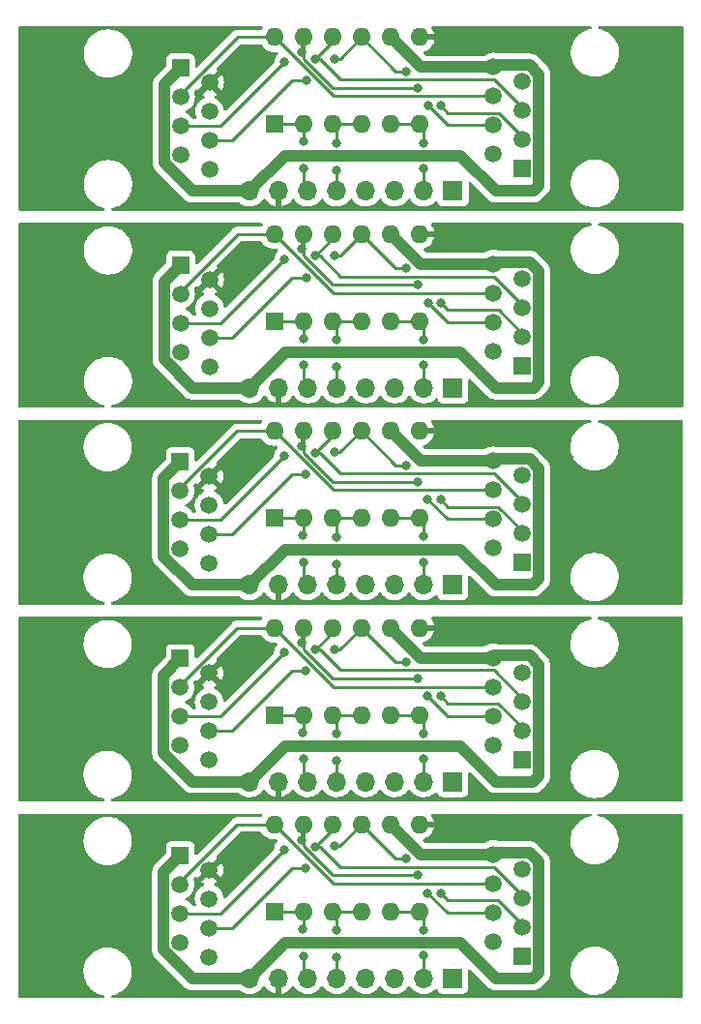
<source format=gbr>
%TF.GenerationSoftware,KiCad,Pcbnew,(6.0.1)*%
%TF.CreationDate,2022-05-20T08:55:55-05:00*%
%TF.ProjectId,modulo_2,6d6f6475-6c6f-45f3-922e-6b696361645f,rev?*%
%TF.SameCoordinates,Original*%
%TF.FileFunction,Copper,L1,Top*%
%TF.FilePolarity,Positive*%
%FSLAX46Y46*%
G04 Gerber Fmt 4.6, Leading zero omitted, Abs format (unit mm)*
G04 Created by KiCad (PCBNEW (6.0.1)) date 2022-05-20 08:55:55*
%MOMM*%
%LPD*%
G01*
G04 APERTURE LIST*
%TA.AperFunction,ComponentPad*%
%ADD10R,1.600000X1.600000*%
%TD*%
%TA.AperFunction,ComponentPad*%
%ADD11O,1.600000X1.600000*%
%TD*%
%TA.AperFunction,ComponentPad*%
%ADD12R,1.700000X1.700000*%
%TD*%
%TA.AperFunction,ComponentPad*%
%ADD13O,1.700000X1.700000*%
%TD*%
%TA.AperFunction,ComponentPad*%
%ADD14R,1.500000X1.500000*%
%TD*%
%TA.AperFunction,ComponentPad*%
%ADD15C,1.500000*%
%TD*%
%TA.AperFunction,ViaPad*%
%ADD16C,0.800000*%
%TD*%
%TA.AperFunction,Conductor*%
%ADD17C,1.000000*%
%TD*%
%TA.AperFunction,Conductor*%
%ADD18C,0.250000*%
%TD*%
G04 APERTURE END LIST*
D10*
%TO.P,SW2,1*%
%TO.N,Net-(J1-Pad6)*%
X84556600Y-102920800D03*
D11*
%TO.P,SW2,2*%
X87096600Y-102920800D03*
%TO.P,SW2,3*%
%TO.N,Net-(J1-Pad5)*%
X89636600Y-102920800D03*
%TO.P,SW2,4*%
X92176600Y-102920800D03*
%TO.P,SW2,5*%
%TO.N,Net-(J1-Pad2)*%
X94716600Y-102920800D03*
%TO.P,SW2,6*%
X97256600Y-102920800D03*
%TO.P,SW2,7*%
%TO.N,GND*%
X97256600Y-95300800D03*
%TO.P,SW2,8*%
%TO.N,+3V3*%
X94716600Y-95300800D03*
%TO.P,SW2,9*%
%TO.N,Net-(Entrada1-Pad6)*%
X92176600Y-95300800D03*
%TO.P,SW2,10*%
%TO.N,Net-(Entrada1-Pad4)*%
X89636600Y-95300800D03*
%TO.P,SW2,11*%
%TO.N,Net-(Entrada1-Pad5)*%
X87096600Y-95300800D03*
%TO.P,SW2,12*%
%TO.N,Net-(Entrada1-Pad3)*%
X84556600Y-95300800D03*
%TD*%
D12*
%TO.P,J1,1,Pin_1*%
%TO.N,unconnected-(J1-Pad1)*%
X100202957Y-74320400D03*
D13*
%TO.P,J1,2,Pin_2*%
%TO.N,Net-(J1-Pad2)*%
X97662957Y-74320400D03*
%TO.P,J1,3,Pin_3*%
%TO.N,unconnected-(J1-Pad3)*%
X95122957Y-74320400D03*
%TO.P,J1,4,Pin_4*%
%TO.N,unconnected-(J1-Pad4)*%
X92582957Y-74320400D03*
%TO.P,J1,5,Pin_5*%
%TO.N,Net-(J1-Pad5)*%
X90042957Y-74320400D03*
%TO.P,J1,6,Pin_6*%
%TO.N,Net-(J1-Pad6)*%
X87502957Y-74320400D03*
%TO.P,J1,7,Pin_7*%
%TO.N,GND*%
X84962957Y-74320400D03*
%TO.P,J1,8,Pin_8*%
%TO.N,+3V3*%
X82422957Y-74320400D03*
%TD*%
D14*
%TO.P,Entrada,1*%
%TO.N,+3V3*%
X76321600Y-80783283D03*
D15*
%TO.P,Entrada,2*%
%TO.N,GND*%
X78861600Y-82053283D03*
%TO.P,Entrada,3*%
%TO.N,Net-(Entrada1-Pad3)*%
X76321600Y-83323283D03*
%TO.P,Entrada,4*%
%TO.N,Net-(Entrada1-Pad4)*%
X78861600Y-84593283D03*
%TO.P,Entrada,5*%
%TO.N,Net-(Entrada1-Pad5)*%
X76321600Y-85863283D03*
%TO.P,Entrada,6*%
%TO.N,Net-(Entrada1-Pad6)*%
X78861600Y-87133283D03*
%TO.P,Entrada,7*%
%TO.N,unconnected-(Entrada1-Pad7)*%
X76321600Y-88403283D03*
%TO.P,Entrada,8*%
%TO.N,unconnected-(Entrada1-Pad8)*%
X78861600Y-89673283D03*
%TD*%
D10*
%TO.P,SW2,1*%
%TO.N,Net-(J1-Pad6)*%
X84581957Y-68478400D03*
D11*
%TO.P,SW2,2*%
X87121957Y-68478400D03*
%TO.P,SW2,3*%
%TO.N,Net-(J1-Pad5)*%
X89661957Y-68478400D03*
%TO.P,SW2,4*%
X92201957Y-68478400D03*
%TO.P,SW2,5*%
%TO.N,Net-(J1-Pad2)*%
X94741957Y-68478400D03*
%TO.P,SW2,6*%
X97281957Y-68478400D03*
%TO.P,SW2,7*%
%TO.N,GND*%
X97281957Y-60858400D03*
%TO.P,SW2,8*%
%TO.N,+3V3*%
X94741957Y-60858400D03*
%TO.P,SW2,9*%
%TO.N,Net-(Entrada1-Pad6)*%
X92201957Y-60858400D03*
%TO.P,SW2,10*%
%TO.N,Net-(Entrada1-Pad4)*%
X89661957Y-60858400D03*
%TO.P,SW2,11*%
%TO.N,Net-(Entrada1-Pad5)*%
X87121957Y-60858400D03*
%TO.P,SW2,12*%
%TO.N,Net-(Entrada1-Pad3)*%
X84581957Y-60858400D03*
%TD*%
D10*
%TO.P,SW2,1*%
%TO.N,Net-(J1-Pad6)*%
X84556600Y-120142000D03*
D11*
%TO.P,SW2,2*%
X87096600Y-120142000D03*
%TO.P,SW2,3*%
%TO.N,Net-(J1-Pad5)*%
X89636600Y-120142000D03*
%TO.P,SW2,4*%
X92176600Y-120142000D03*
%TO.P,SW2,5*%
%TO.N,Net-(J1-Pad2)*%
X94716600Y-120142000D03*
%TO.P,SW2,6*%
X97256600Y-120142000D03*
%TO.P,SW2,7*%
%TO.N,GND*%
X97256600Y-112522000D03*
%TO.P,SW2,8*%
%TO.N,+3V3*%
X94716600Y-112522000D03*
%TO.P,SW2,9*%
%TO.N,Net-(Entrada1-Pad6)*%
X92176600Y-112522000D03*
%TO.P,SW2,10*%
%TO.N,Net-(Entrada1-Pad4)*%
X89636600Y-112522000D03*
%TO.P,SW2,11*%
%TO.N,Net-(Entrada1-Pad5)*%
X87096600Y-112522000D03*
%TO.P,SW2,12*%
%TO.N,Net-(Entrada1-Pad3)*%
X84556600Y-112522000D03*
%TD*%
D14*
%TO.P,Salida,1*%
%TO.N,unconnected-(Salida1-Pad1)*%
X106253600Y-89602283D03*
D15*
%TO.P,Salida,2*%
%TO.N,unconnected-(Salida1-Pad2)*%
X103713600Y-88332283D03*
%TO.P,Salida,3*%
%TO.N,Net-(Entrada1-Pad6)*%
X106253600Y-87062283D03*
%TO.P,Salida,4*%
%TO.N,Net-(Entrada1-Pad5)*%
X103713600Y-85792283D03*
%TO.P,Salida,5*%
%TO.N,Net-(Entrada1-Pad4)*%
X106253600Y-84522283D03*
%TO.P,Salida,6*%
%TO.N,Net-(Entrada1-Pad3)*%
X103713600Y-83252283D03*
%TO.P,Salida,7*%
%TO.N,GND*%
X106253600Y-81982283D03*
%TO.P,Salida,8*%
%TO.N,+3V3*%
X103713600Y-80712283D03*
%TD*%
D14*
%TO.P,Entrada,1*%
%TO.N,+3V3*%
X76321600Y-115224500D03*
D15*
%TO.P,Entrada,2*%
%TO.N,GND*%
X78861600Y-116494500D03*
%TO.P,Entrada,3*%
%TO.N,Net-(Entrada1-Pad3)*%
X76321600Y-117764500D03*
%TO.P,Entrada,4*%
%TO.N,Net-(Entrada1-Pad4)*%
X78861600Y-119034500D03*
%TO.P,Entrada,5*%
%TO.N,Net-(Entrada1-Pad5)*%
X76321600Y-120304500D03*
%TO.P,Entrada,6*%
%TO.N,Net-(Entrada1-Pad6)*%
X78861600Y-121574500D03*
%TO.P,Entrada,7*%
%TO.N,unconnected-(Entrada1-Pad7)*%
X76321600Y-122844500D03*
%TO.P,Entrada,8*%
%TO.N,unconnected-(Entrada1-Pad8)*%
X78861600Y-124114500D03*
%TD*%
D12*
%TO.P,J1,1,Pin_1*%
%TO.N,unconnected-(J1-Pad1)*%
X100177600Y-91542783D03*
D13*
%TO.P,J1,2,Pin_2*%
%TO.N,Net-(J1-Pad2)*%
X97637600Y-91542783D03*
%TO.P,J1,3,Pin_3*%
%TO.N,unconnected-(J1-Pad3)*%
X95097600Y-91542783D03*
%TO.P,J1,4,Pin_4*%
%TO.N,unconnected-(J1-Pad4)*%
X92557600Y-91542783D03*
%TO.P,J1,5,Pin_5*%
%TO.N,Net-(J1-Pad5)*%
X90017600Y-91542783D03*
%TO.P,J1,6,Pin_6*%
%TO.N,Net-(J1-Pad6)*%
X87477600Y-91542783D03*
%TO.P,J1,7,Pin_7*%
%TO.N,GND*%
X84937600Y-91542783D03*
%TO.P,J1,8,Pin_8*%
%TO.N,+3V3*%
X82397600Y-91542783D03*
%TD*%
D14*
%TO.P,Entrada,1*%
%TO.N,+3V3*%
X76346957Y-63560900D03*
D15*
%TO.P,Entrada,2*%
%TO.N,GND*%
X78886957Y-64830900D03*
%TO.P,Entrada,3*%
%TO.N,Net-(Entrada1-Pad3)*%
X76346957Y-66100900D03*
%TO.P,Entrada,4*%
%TO.N,Net-(Entrada1-Pad4)*%
X78886957Y-67370900D03*
%TO.P,Entrada,5*%
%TO.N,Net-(Entrada1-Pad5)*%
X76346957Y-68640900D03*
%TO.P,Entrada,6*%
%TO.N,Net-(Entrada1-Pad6)*%
X78886957Y-69910900D03*
%TO.P,Entrada,7*%
%TO.N,unconnected-(Entrada1-Pad7)*%
X76346957Y-71180900D03*
%TO.P,Entrada,8*%
%TO.N,unconnected-(Entrada1-Pad8)*%
X78886957Y-72450900D03*
%TD*%
D14*
%TO.P,Entrada,1*%
%TO.N,+3V3*%
X76321600Y-98003300D03*
D15*
%TO.P,Entrada,2*%
%TO.N,GND*%
X78861600Y-99273300D03*
%TO.P,Entrada,3*%
%TO.N,Net-(Entrada1-Pad3)*%
X76321600Y-100543300D03*
%TO.P,Entrada,4*%
%TO.N,Net-(Entrada1-Pad4)*%
X78861600Y-101813300D03*
%TO.P,Entrada,5*%
%TO.N,Net-(Entrada1-Pad5)*%
X76321600Y-103083300D03*
%TO.P,Entrada,6*%
%TO.N,Net-(Entrada1-Pad6)*%
X78861600Y-104353300D03*
%TO.P,Entrada,7*%
%TO.N,unconnected-(Entrada1-Pad7)*%
X76321600Y-105623300D03*
%TO.P,Entrada,8*%
%TO.N,unconnected-(Entrada1-Pad8)*%
X78861600Y-106893300D03*
%TD*%
D12*
%TO.P,J1,1,Pin_1*%
%TO.N,unconnected-(J1-Pad1)*%
X100177600Y-108762800D03*
D13*
%TO.P,J1,2,Pin_2*%
%TO.N,Net-(J1-Pad2)*%
X97637600Y-108762800D03*
%TO.P,J1,3,Pin_3*%
%TO.N,unconnected-(J1-Pad3)*%
X95097600Y-108762800D03*
%TO.P,J1,4,Pin_4*%
%TO.N,unconnected-(J1-Pad4)*%
X92557600Y-108762800D03*
%TO.P,J1,5,Pin_5*%
%TO.N,Net-(J1-Pad5)*%
X90017600Y-108762800D03*
%TO.P,J1,6,Pin_6*%
%TO.N,Net-(J1-Pad6)*%
X87477600Y-108762800D03*
%TO.P,J1,7,Pin_7*%
%TO.N,GND*%
X84937600Y-108762800D03*
%TO.P,J1,8,Pin_8*%
%TO.N,+3V3*%
X82397600Y-108762800D03*
%TD*%
D12*
%TO.P,J1,1,Pin_1*%
%TO.N,unconnected-(J1-Pad1)*%
X100177600Y-125984000D03*
D13*
%TO.P,J1,2,Pin_2*%
%TO.N,Net-(J1-Pad2)*%
X97637600Y-125984000D03*
%TO.P,J1,3,Pin_3*%
%TO.N,unconnected-(J1-Pad3)*%
X95097600Y-125984000D03*
%TO.P,J1,4,Pin_4*%
%TO.N,unconnected-(J1-Pad4)*%
X92557600Y-125984000D03*
%TO.P,J1,5,Pin_5*%
%TO.N,Net-(J1-Pad5)*%
X90017600Y-125984000D03*
%TO.P,J1,6,Pin_6*%
%TO.N,Net-(J1-Pad6)*%
X87477600Y-125984000D03*
%TO.P,J1,7,Pin_7*%
%TO.N,GND*%
X84937600Y-125984000D03*
%TO.P,J1,8,Pin_8*%
%TO.N,+3V3*%
X82397600Y-125984000D03*
%TD*%
D14*
%TO.P,Salida,1*%
%TO.N,unconnected-(Salida1-Pad1)*%
X106279000Y-55158700D03*
D15*
%TO.P,Salida,2*%
%TO.N,unconnected-(Salida1-Pad2)*%
X103739000Y-53888700D03*
%TO.P,Salida,3*%
%TO.N,Net-(Entrada1-Pad6)*%
X106279000Y-52618700D03*
%TO.P,Salida,4*%
%TO.N,Net-(Entrada1-Pad5)*%
X103739000Y-51348700D03*
%TO.P,Salida,5*%
%TO.N,Net-(Entrada1-Pad4)*%
X106279000Y-50078700D03*
%TO.P,Salida,6*%
%TO.N,Net-(Entrada1-Pad3)*%
X103739000Y-48808700D03*
%TO.P,Salida,7*%
%TO.N,GND*%
X106279000Y-47538700D03*
%TO.P,Salida,8*%
%TO.N,+3V3*%
X103739000Y-46268700D03*
%TD*%
D14*
%TO.P,Salida,1*%
%TO.N,unconnected-(Salida1-Pad1)*%
X106253600Y-106822300D03*
D15*
%TO.P,Salida,2*%
%TO.N,unconnected-(Salida1-Pad2)*%
X103713600Y-105552300D03*
%TO.P,Salida,3*%
%TO.N,Net-(Entrada1-Pad6)*%
X106253600Y-104282300D03*
%TO.P,Salida,4*%
%TO.N,Net-(Entrada1-Pad5)*%
X103713600Y-103012300D03*
%TO.P,Salida,5*%
%TO.N,Net-(Entrada1-Pad4)*%
X106253600Y-101742300D03*
%TO.P,Salida,6*%
%TO.N,Net-(Entrada1-Pad3)*%
X103713600Y-100472300D03*
%TO.P,Salida,7*%
%TO.N,GND*%
X106253600Y-99202300D03*
%TO.P,Salida,8*%
%TO.N,+3V3*%
X103713600Y-97932300D03*
%TD*%
D14*
%TO.P,Salida,1*%
%TO.N,unconnected-(Salida1-Pad1)*%
X106253600Y-124043500D03*
D15*
%TO.P,Salida,2*%
%TO.N,unconnected-(Salida1-Pad2)*%
X103713600Y-122773500D03*
%TO.P,Salida,3*%
%TO.N,Net-(Entrada1-Pad6)*%
X106253600Y-121503500D03*
%TO.P,Salida,4*%
%TO.N,Net-(Entrada1-Pad5)*%
X103713600Y-120233500D03*
%TO.P,Salida,5*%
%TO.N,Net-(Entrada1-Pad4)*%
X106253600Y-118963500D03*
%TO.P,Salida,6*%
%TO.N,Net-(Entrada1-Pad3)*%
X103713600Y-117693500D03*
%TO.P,Salida,7*%
%TO.N,GND*%
X106253600Y-116423500D03*
%TO.P,Salida,8*%
%TO.N,+3V3*%
X103713600Y-115153500D03*
%TD*%
D14*
%TO.P,Entrada,1*%
%TO.N,+3V3*%
X76347000Y-46339700D03*
D15*
%TO.P,Entrada,2*%
%TO.N,GND*%
X78887000Y-47609700D03*
%TO.P,Entrada,3*%
%TO.N,Net-(Entrada1-Pad3)*%
X76347000Y-48879700D03*
%TO.P,Entrada,4*%
%TO.N,Net-(Entrada1-Pad4)*%
X78887000Y-50149700D03*
%TO.P,Entrada,5*%
%TO.N,Net-(Entrada1-Pad5)*%
X76347000Y-51419700D03*
%TO.P,Entrada,6*%
%TO.N,Net-(Entrada1-Pad6)*%
X78887000Y-52689700D03*
%TO.P,Entrada,7*%
%TO.N,unconnected-(Entrada1-Pad7)*%
X76347000Y-53959700D03*
%TO.P,Entrada,8*%
%TO.N,unconnected-(Entrada1-Pad8)*%
X78887000Y-55229700D03*
%TD*%
D10*
%TO.P,SW2,1*%
%TO.N,Net-(J1-Pad6)*%
X84556600Y-85700783D03*
D11*
%TO.P,SW2,2*%
X87096600Y-85700783D03*
%TO.P,SW2,3*%
%TO.N,Net-(J1-Pad5)*%
X89636600Y-85700783D03*
%TO.P,SW2,4*%
X92176600Y-85700783D03*
%TO.P,SW2,5*%
%TO.N,Net-(J1-Pad2)*%
X94716600Y-85700783D03*
%TO.P,SW2,6*%
X97256600Y-85700783D03*
%TO.P,SW2,7*%
%TO.N,GND*%
X97256600Y-78080783D03*
%TO.P,SW2,8*%
%TO.N,+3V3*%
X94716600Y-78080783D03*
%TO.P,SW2,9*%
%TO.N,Net-(Entrada1-Pad6)*%
X92176600Y-78080783D03*
%TO.P,SW2,10*%
%TO.N,Net-(Entrada1-Pad4)*%
X89636600Y-78080783D03*
%TO.P,SW2,11*%
%TO.N,Net-(Entrada1-Pad5)*%
X87096600Y-78080783D03*
%TO.P,SW2,12*%
%TO.N,Net-(Entrada1-Pad3)*%
X84556600Y-78080783D03*
%TD*%
D12*
%TO.P,J1,1,Pin_1*%
%TO.N,unconnected-(J1-Pad1)*%
X100203000Y-57099200D03*
D13*
%TO.P,J1,2,Pin_2*%
%TO.N,Net-(J1-Pad2)*%
X97663000Y-57099200D03*
%TO.P,J1,3,Pin_3*%
%TO.N,unconnected-(J1-Pad3)*%
X95123000Y-57099200D03*
%TO.P,J1,4,Pin_4*%
%TO.N,unconnected-(J1-Pad4)*%
X92583000Y-57099200D03*
%TO.P,J1,5,Pin_5*%
%TO.N,Net-(J1-Pad5)*%
X90043000Y-57099200D03*
%TO.P,J1,6,Pin_6*%
%TO.N,Net-(J1-Pad6)*%
X87503000Y-57099200D03*
%TO.P,J1,7,Pin_7*%
%TO.N,GND*%
X84963000Y-57099200D03*
%TO.P,J1,8,Pin_8*%
%TO.N,+3V3*%
X82423000Y-57099200D03*
%TD*%
D10*
%TO.P,SW2,1*%
%TO.N,Net-(J1-Pad6)*%
X84582000Y-51257200D03*
D11*
%TO.P,SW2,2*%
X87122000Y-51257200D03*
%TO.P,SW2,3*%
%TO.N,Net-(J1-Pad5)*%
X89662000Y-51257200D03*
%TO.P,SW2,4*%
X92202000Y-51257200D03*
%TO.P,SW2,5*%
%TO.N,Net-(J1-Pad2)*%
X94742000Y-51257200D03*
%TO.P,SW2,6*%
X97282000Y-51257200D03*
%TO.P,SW2,7*%
%TO.N,GND*%
X97282000Y-43637200D03*
%TO.P,SW2,8*%
%TO.N,+3V3*%
X94742000Y-43637200D03*
%TO.P,SW2,9*%
%TO.N,Net-(Entrada1-Pad6)*%
X92202000Y-43637200D03*
%TO.P,SW2,10*%
%TO.N,Net-(Entrada1-Pad4)*%
X89662000Y-43637200D03*
%TO.P,SW2,11*%
%TO.N,Net-(Entrada1-Pad5)*%
X87122000Y-43637200D03*
%TO.P,SW2,12*%
%TO.N,Net-(Entrada1-Pad3)*%
X84582000Y-43637200D03*
%TD*%
D14*
%TO.P,Salida,1*%
%TO.N,unconnected-(Salida1-Pad1)*%
X106278957Y-72379900D03*
D15*
%TO.P,Salida,2*%
%TO.N,unconnected-(Salida1-Pad2)*%
X103738957Y-71109900D03*
%TO.P,Salida,3*%
%TO.N,Net-(Entrada1-Pad6)*%
X106278957Y-69839900D03*
%TO.P,Salida,4*%
%TO.N,Net-(Entrada1-Pad5)*%
X103738957Y-68569900D03*
%TO.P,Salida,5*%
%TO.N,Net-(Entrada1-Pad4)*%
X106278957Y-67299900D03*
%TO.P,Salida,6*%
%TO.N,Net-(Entrada1-Pad3)*%
X103738957Y-66029900D03*
%TO.P,Salida,7*%
%TO.N,GND*%
X106278957Y-64759900D03*
%TO.P,Salida,8*%
%TO.N,+3V3*%
X103738957Y-63489900D03*
%TD*%
D16*
%TO.N,GND*%
X64617600Y-115011200D03*
X64719200Y-79147583D03*
X118922800Y-90882383D03*
X64820800Y-122021600D03*
X64820800Y-87580383D03*
X64719200Y-112369600D03*
X118846557Y-72237600D03*
X118313200Y-79350783D03*
X118338557Y-62128400D03*
X64820800Y-104800400D03*
X64846157Y-70358000D03*
X118364000Y-80671583D03*
X118948200Y-56438800D03*
X64846200Y-53136800D03*
X64770000Y-108254800D03*
X64744557Y-61925200D03*
X118770400Y-88088383D03*
X118440200Y-47650400D03*
X64770000Y-125476000D03*
X118795757Y-70866000D03*
X118846600Y-55016400D03*
X64719200Y-113588800D03*
X64617600Y-97790000D03*
X64846200Y-54914800D03*
X118922800Y-125323600D03*
X64643000Y-46126400D03*
X64744600Y-43484800D03*
X64719200Y-77928383D03*
X118821200Y-106680000D03*
X118364000Y-97891600D03*
X118313200Y-96570800D03*
X64617600Y-80569983D03*
X118795800Y-53644800D03*
X118948157Y-73660000D03*
X118414800Y-116535200D03*
X118821200Y-89459983D03*
X118770400Y-105308400D03*
X118821200Y-123901200D03*
X118922800Y-108102400D03*
X64770000Y-91034783D03*
X64642957Y-63347600D03*
X118770400Y-122529600D03*
X118389357Y-63449200D03*
X64744600Y-44704000D03*
X64719200Y-96367600D03*
X64795357Y-73812400D03*
X64795400Y-56591200D03*
X64719200Y-95148400D03*
X118414800Y-82093983D03*
X118440157Y-64871600D03*
X64846157Y-72136000D03*
X118313200Y-113792000D03*
X118364000Y-115112800D03*
X64744557Y-60706000D03*
X64820800Y-106578400D03*
X64820800Y-123799600D03*
X64820800Y-89358383D03*
X118414800Y-99314000D03*
X118389400Y-46228000D03*
X118338600Y-44907200D03*
%TO.N,Net-(Entrada1-Pad4)*%
X88168058Y-45562942D03*
X88168015Y-62784142D03*
X88142658Y-114447742D03*
X88142658Y-80006525D03*
X88142658Y-97226542D03*
%TO.N,Net-(Entrada1-Pad5)*%
X97129600Y-99747800D03*
X85445600Y-97485200D03*
X85470957Y-63042800D03*
X98018600Y-49631600D03*
X97993200Y-101295200D03*
X86994957Y-62179200D03*
X97155000Y-48084200D03*
X86995000Y-44958000D03*
X85445600Y-114706400D03*
X97154957Y-65305400D03*
X97129600Y-82527783D03*
X97993200Y-118516400D03*
X97129600Y-116969000D03*
X86969600Y-96621600D03*
X85471000Y-45821600D03*
X85445600Y-80265183D03*
X86969600Y-113842800D03*
X98018557Y-66852800D03*
X97993200Y-84075183D03*
X86969600Y-79401583D03*
%TO.N,Net-(Entrada1-Pad6)*%
X89814400Y-114401600D03*
X87333600Y-116323600D03*
X89839800Y-45516800D03*
X96138957Y-63855600D03*
X89814400Y-97180400D03*
X96113600Y-81077983D03*
X87359000Y-47438800D03*
X96113600Y-115519200D03*
X87333600Y-81882383D03*
X96113600Y-98298000D03*
X99136157Y-66852800D03*
X87358957Y-64660000D03*
X89839757Y-62738000D03*
X89814400Y-79960383D03*
X99136200Y-49631600D03*
X87333600Y-99102400D03*
X99110800Y-118516400D03*
X99110800Y-84075183D03*
X96139000Y-46634400D03*
X99110800Y-101295200D03*
%TO.N,Net-(J1-Pad2)*%
X97612157Y-70104000D03*
X97663000Y-55099900D03*
X97612200Y-52882800D03*
X97586800Y-87326383D03*
X97662957Y-72321100D03*
X97586800Y-104546400D03*
X97637600Y-106763500D03*
X97586800Y-121767600D03*
X97637600Y-89543483D03*
X97637600Y-123984700D03*
%TO.N,Net-(J1-Pad5)*%
X90042957Y-72491600D03*
X90017600Y-106934000D03*
X90042957Y-70122100D03*
X90017600Y-124155200D03*
X90017600Y-121785700D03*
X90043000Y-52900900D03*
X90017600Y-104564500D03*
X90043000Y-55270400D03*
X90017600Y-87344483D03*
X90017600Y-89713983D03*
%TO.N,Net-(J1-Pad6)*%
X87147400Y-55118000D03*
X87071200Y-104444800D03*
X87096557Y-70002400D03*
X87147357Y-72339200D03*
X87071200Y-87224783D03*
X87071200Y-121666000D03*
X87122000Y-89561583D03*
X87122000Y-124002800D03*
X87122000Y-106781600D03*
X87096600Y-52781200D03*
%TD*%
D17*
%TO.N,+3V3*%
X85496400Y-122885200D02*
X100838000Y-122885200D01*
X74897489Y-54602889D02*
X77393800Y-57099200D01*
X103936800Y-108762800D02*
X107212122Y-108762800D01*
X97373500Y-46268700D02*
X94742000Y-43637200D01*
X103893111Y-114973989D02*
X103713600Y-115153500D01*
X74872089Y-116674011D02*
X74872089Y-123487689D01*
X107703111Y-91051794D02*
X107703111Y-81339094D01*
X97348100Y-115153500D02*
X94716600Y-112522000D01*
X82422957Y-74320400D02*
X85521757Y-71221600D01*
X74872089Y-99452811D02*
X74872089Y-106266489D01*
X106896789Y-80532772D02*
X103893111Y-80532772D01*
X74897446Y-71824089D02*
X77393757Y-74320400D01*
X77368400Y-108762800D02*
X82397600Y-108762800D01*
X74872089Y-89046472D02*
X77368400Y-91542783D01*
X103936800Y-91542783D02*
X107212122Y-91542783D01*
X76321600Y-98003300D02*
X74872089Y-99452811D01*
X100838000Y-88443983D02*
X103936800Y-91542783D01*
X85496400Y-105664000D02*
X100838000Y-105664000D01*
X85496400Y-88443983D02*
X100838000Y-88443983D01*
X74897489Y-47789211D02*
X74897489Y-54602889D01*
X106896789Y-97752789D02*
X103893111Y-97752789D01*
X107703111Y-98559111D02*
X106896789Y-97752789D01*
X107703111Y-108271811D02*
X107703111Y-98559111D01*
X82397600Y-108762800D02*
X85496400Y-105664000D01*
X85521800Y-54000400D02*
X100863400Y-54000400D01*
X74872089Y-123487689D02*
X77368400Y-125984000D01*
X103739000Y-46268700D02*
X97373500Y-46268700D01*
X107728468Y-64116711D02*
X106922146Y-63310389D01*
X100838000Y-122885200D02*
X103936800Y-125984000D01*
X82397600Y-91542783D02*
X85496400Y-88443983D01*
X77393757Y-74320400D02*
X82422957Y-74320400D01*
X76346957Y-63560900D02*
X74897446Y-65010411D01*
X103713600Y-80712283D02*
X97348100Y-80712283D01*
X107212122Y-91542783D02*
X107703111Y-91051794D01*
X107237522Y-57099200D02*
X107728511Y-56608211D01*
X103738957Y-63489900D02*
X97373457Y-63489900D01*
X76321600Y-80783283D02*
X74872089Y-82232794D01*
X74872089Y-82232794D02*
X74872089Y-89046472D01*
X107703111Y-81339094D02*
X106896789Y-80532772D01*
X103893111Y-97752789D02*
X103713600Y-97932300D01*
X106922146Y-63310389D02*
X103918468Y-63310389D01*
X103962157Y-74320400D02*
X107237479Y-74320400D01*
X107728468Y-73829411D02*
X107728468Y-64116711D01*
X100863357Y-71221600D02*
X103962157Y-74320400D01*
X100838000Y-105664000D02*
X103936800Y-108762800D01*
X85521757Y-71221600D02*
X100863357Y-71221600D01*
X77368400Y-125984000D02*
X82397600Y-125984000D01*
X82423000Y-57099200D02*
X85521800Y-54000400D01*
X76347000Y-46339700D02*
X74897489Y-47789211D01*
X107728511Y-56608211D02*
X107728511Y-46895511D01*
X103918468Y-63310389D02*
X103738957Y-63489900D01*
X100863400Y-54000400D02*
X103962200Y-57099200D01*
X103713600Y-97932300D02*
X97348100Y-97932300D01*
X74872089Y-106266489D02*
X77368400Y-108762800D01*
X107703111Y-115780311D02*
X106896789Y-114973989D01*
X77368400Y-91542783D02*
X82397600Y-91542783D01*
X107728511Y-46895511D02*
X106922189Y-46089189D01*
X103936800Y-125984000D02*
X107212122Y-125984000D01*
X106922189Y-46089189D02*
X103918511Y-46089189D01*
X106896789Y-114973989D02*
X103893111Y-114973989D01*
X74897446Y-65010411D02*
X74897446Y-71824089D01*
X103918511Y-46089189D02*
X103739000Y-46268700D01*
X97348100Y-97932300D02*
X94716600Y-95300800D01*
X97373457Y-63489900D02*
X94741957Y-60858400D01*
X76321600Y-115224500D02*
X74872089Y-116674011D01*
X107703111Y-125493011D02*
X107703111Y-115780311D01*
X97348100Y-80712283D02*
X94716600Y-78080783D01*
X77393800Y-57099200D02*
X82423000Y-57099200D01*
X107237479Y-74320400D02*
X107728468Y-73829411D01*
X103893111Y-80532772D02*
X103713600Y-80712283D01*
X107212122Y-125984000D02*
X107703111Y-125493011D01*
X103962200Y-57099200D02*
X107237522Y-57099200D01*
X107212122Y-108762800D02*
X107703111Y-108271811D01*
X103713600Y-115153500D02*
X97348100Y-115153500D01*
X82397600Y-125984000D02*
X85496400Y-122885200D01*
D18*
%TO.N,Net-(Entrada1-Pad3)*%
X89753500Y-48808700D02*
X103739000Y-48808700D01*
X76321600Y-83073694D02*
X81314511Y-78080783D01*
X81339868Y-60858400D02*
X84581957Y-60858400D01*
X81314511Y-78080783D02*
X84556600Y-78080783D01*
X84556600Y-78080783D02*
X89728100Y-83252283D01*
X76321600Y-100543300D02*
X76321600Y-100293711D01*
X76346957Y-66100900D02*
X76346957Y-65851311D01*
X81339911Y-43637200D02*
X84582000Y-43637200D01*
X89728100Y-83252283D02*
X103713600Y-83252283D01*
X76321600Y-117514911D02*
X81314511Y-112522000D01*
X89728100Y-117693500D02*
X103713600Y-117693500D01*
X76347000Y-48630111D02*
X81339911Y-43637200D01*
X84556600Y-112522000D02*
X89728100Y-117693500D01*
X81314511Y-95300800D02*
X84556600Y-95300800D01*
X76321600Y-100293711D02*
X81314511Y-95300800D01*
X81314511Y-112522000D02*
X84556600Y-112522000D01*
X84581957Y-60858400D02*
X89753457Y-66029900D01*
X76347000Y-48879700D02*
X76347000Y-48630111D01*
X76321600Y-83323283D02*
X76321600Y-83073694D01*
X84582000Y-43637200D02*
X89753500Y-48808700D01*
X76346957Y-65851311D02*
X81339868Y-60858400D01*
X89753457Y-66029900D02*
X103738957Y-66029900D01*
X89728100Y-100472300D02*
X103713600Y-100472300D01*
X76321600Y-117764500D02*
X76321600Y-117514911D01*
X84556600Y-95300800D02*
X89728100Y-100472300D01*
%TO.N,Net-(Entrada1-Pad4)*%
X89636600Y-95732600D02*
X89636600Y-95300800D01*
X88168015Y-62784142D02*
X89661957Y-61290200D01*
X90359111Y-81803272D02*
X103784178Y-81803272D01*
X106279000Y-49829111D02*
X106279000Y-50078700D01*
X103809535Y-64580889D02*
X106278957Y-67050311D01*
X89636600Y-112953800D02*
X89636600Y-112522000D01*
X88168058Y-45562942D02*
X89662000Y-44069000D01*
X90359111Y-116244489D02*
X103784178Y-116244489D01*
X90384468Y-64580889D02*
X103809535Y-64580889D01*
X88142658Y-80006525D02*
X88539742Y-80006525D01*
X88539742Y-114447742D02*
X90322400Y-116230400D01*
X88142658Y-80006525D02*
X89636600Y-78512583D01*
X88168015Y-62784142D02*
X88565099Y-62784142D01*
X88142658Y-97226542D02*
X88539742Y-97226542D01*
X106253600Y-118713911D02*
X106253600Y-118963500D01*
X103784178Y-99023289D02*
X106253600Y-101492711D01*
X88142658Y-97226542D02*
X89636600Y-95732600D01*
X88142658Y-114447742D02*
X88539742Y-114447742D01*
X88565099Y-62784142D02*
X90347757Y-64566800D01*
X89661957Y-61290200D02*
X89661957Y-60858400D01*
X106278957Y-67050311D02*
X106278957Y-67299900D01*
X103784178Y-81803272D02*
X106253600Y-84272694D01*
X106253600Y-101492711D02*
X106253600Y-101742300D01*
X103809578Y-47359689D02*
X106279000Y-49829111D01*
X106253600Y-84272694D02*
X106253600Y-84522283D01*
X88539742Y-97226542D02*
X90322400Y-99009200D01*
X88142658Y-114447742D02*
X89636600Y-112953800D01*
X89662000Y-44069000D02*
X89662000Y-43637200D01*
X88168058Y-45562942D02*
X88565142Y-45562942D01*
X89636600Y-78512583D02*
X89636600Y-78080783D01*
X103784178Y-116244489D02*
X106253600Y-118713911D01*
X90384511Y-47359689D02*
X103809578Y-47359689D01*
X90359111Y-99023289D02*
X103784178Y-99023289D01*
X88565142Y-45562942D02*
X90347800Y-47345600D01*
X88539742Y-80006525D02*
X90322400Y-81789183D01*
%TO.N,Net-(Entrada1-Pad5)*%
X86969600Y-78207783D02*
X87096600Y-78080783D01*
X99735700Y-51348700D02*
X103739000Y-51348700D01*
X89913957Y-65305400D02*
X97154957Y-65305400D01*
X89636959Y-82525424D02*
X89840159Y-82525424D01*
X86969600Y-112649000D02*
X87096600Y-112522000D01*
X87096600Y-79985065D02*
X89636959Y-82525424D01*
X89662316Y-65303041D02*
X89865516Y-65303041D01*
X97993200Y-101295200D02*
X99710300Y-103012300D01*
X87122000Y-43637200D02*
X87122000Y-45541482D01*
X89636959Y-99745441D02*
X89840159Y-99745441D01*
X89914000Y-48084200D02*
X97155000Y-48084200D01*
X98018557Y-66852800D02*
X99735657Y-68569900D01*
X99710300Y-120233500D02*
X103713600Y-120233500D01*
X79847500Y-85863283D02*
X85445600Y-80265183D01*
X87096600Y-112522000D02*
X87096600Y-114426282D01*
X97993200Y-118516400D02*
X99710300Y-120233500D01*
X86969600Y-79401583D02*
X86969600Y-78207783D01*
X86994957Y-62179200D02*
X86994957Y-60985400D01*
X99710300Y-85792283D02*
X103713600Y-85792283D01*
X89662359Y-48081841D02*
X89865559Y-48081841D01*
X79847500Y-103083300D02*
X85445600Y-97485200D01*
X86994957Y-60985400D02*
X87121957Y-60858400D01*
X87096600Y-114426282D02*
X89636959Y-116966641D01*
X89888600Y-99747800D02*
X97129600Y-99747800D01*
X87121957Y-60858400D02*
X87121957Y-62762682D01*
X76321600Y-85863283D02*
X79847500Y-85863283D01*
X86995000Y-43764200D02*
X87122000Y-43637200D01*
X79872857Y-68640900D02*
X85470957Y-63042800D01*
X76321600Y-120304500D02*
X79847500Y-120304500D01*
X89888600Y-82527783D02*
X97129600Y-82527783D01*
X87121957Y-62762682D02*
X89662316Y-65303041D01*
X79872900Y-51419700D02*
X85471000Y-45821600D01*
X89636959Y-116966641D02*
X89840159Y-116966641D01*
X86969600Y-113842800D02*
X86969600Y-112649000D01*
X86969600Y-96621600D02*
X86969600Y-95427800D01*
X76347000Y-51419700D02*
X79872900Y-51419700D01*
X99735657Y-68569900D02*
X103738957Y-68569900D01*
X86995000Y-44958000D02*
X86995000Y-43764200D01*
X99710300Y-103012300D02*
X103713600Y-103012300D01*
X97993200Y-84075183D02*
X99710300Y-85792283D01*
X98018600Y-49631600D02*
X99735700Y-51348700D01*
X79847500Y-120304500D02*
X85445600Y-114706400D01*
X89888600Y-116969000D02*
X97129600Y-116969000D01*
X76346957Y-68640900D02*
X79872857Y-68640900D01*
X87096600Y-95300800D02*
X87096600Y-97205082D01*
X76321600Y-103083300D02*
X79847500Y-103083300D01*
X87096600Y-97205082D02*
X89636959Y-99745441D01*
X87096600Y-78080783D02*
X87096600Y-79985065D01*
X86969600Y-95427800D02*
X87096600Y-95300800D01*
X87122000Y-45541482D02*
X89662359Y-48081841D01*
%TO.N,Net-(Entrada1-Pad6)*%
X80900435Y-69910900D02*
X86151335Y-64660000D01*
X106253600Y-121239600D02*
X106253600Y-121503500D01*
X86125978Y-81882383D02*
X87333600Y-81882383D01*
X86125978Y-99102400D02*
X87333600Y-99102400D01*
X95199200Y-46634400D02*
X96139000Y-46634400D01*
X104198389Y-50274189D02*
X106279000Y-52354800D01*
X104172989Y-101937789D02*
X106253600Y-104018400D01*
X106278957Y-69576000D02*
X106278957Y-69839900D01*
X104172989Y-84717772D02*
X106253600Y-86798383D01*
X80900478Y-52689700D02*
X86151378Y-47438800D01*
X104172989Y-119158989D02*
X106253600Y-121239600D01*
X90322400Y-45516800D02*
X92202000Y-43637200D01*
X99136157Y-66852800D02*
X99778746Y-67495389D01*
X99778746Y-67495389D02*
X104198346Y-67495389D01*
X99753389Y-84717772D02*
X104172989Y-84717772D01*
X90297000Y-114401600D02*
X92176600Y-112522000D01*
X90322357Y-62738000D02*
X92201957Y-60858400D01*
X89814400Y-79960383D02*
X90297000Y-79960383D01*
X99110800Y-101295200D02*
X99753389Y-101937789D01*
X90297000Y-79960383D02*
X92176600Y-78080783D01*
X95173800Y-81077983D02*
X96113600Y-81077983D01*
X92176600Y-78080783D02*
X95173800Y-81077983D01*
X95173800Y-98298000D02*
X96113600Y-98298000D01*
X78861600Y-121574500D02*
X80875078Y-121574500D01*
X86151335Y-64660000D02*
X87358957Y-64660000D01*
X86125978Y-116323600D02*
X87333600Y-116323600D01*
X99110800Y-84075183D02*
X99753389Y-84717772D01*
X78887000Y-52689700D02*
X80900478Y-52689700D01*
X92201957Y-60858400D02*
X95199157Y-63855600D01*
X95199157Y-63855600D02*
X96138957Y-63855600D01*
X92202000Y-43637200D02*
X95199200Y-46634400D01*
X99753389Y-119158989D02*
X104172989Y-119158989D01*
X99110800Y-118516400D02*
X99753389Y-119158989D01*
X92176600Y-95300800D02*
X95173800Y-98298000D01*
X80875078Y-87133283D02*
X86125978Y-81882383D01*
X106279000Y-52354800D02*
X106279000Y-52618700D01*
X78886957Y-69910900D02*
X80900435Y-69910900D01*
X80875078Y-121574500D02*
X86125978Y-116323600D01*
X99778789Y-50274189D02*
X104198389Y-50274189D01*
X106253600Y-86798383D02*
X106253600Y-87062283D01*
X106253600Y-104018400D02*
X106253600Y-104282300D01*
X78861600Y-87133283D02*
X80875078Y-87133283D01*
X78861600Y-104353300D02*
X80875078Y-104353300D01*
X86151378Y-47438800D02*
X87359000Y-47438800D01*
X89814400Y-114401600D02*
X90297000Y-114401600D01*
X95173800Y-115519200D02*
X96113600Y-115519200D01*
X104198346Y-67495389D02*
X106278957Y-69576000D01*
X89839757Y-62738000D02*
X90322357Y-62738000D01*
X90297000Y-97180400D02*
X92176600Y-95300800D01*
X80875078Y-104353300D02*
X86125978Y-99102400D01*
X89814400Y-97180400D02*
X90297000Y-97180400D01*
X99753389Y-101937789D02*
X104172989Y-101937789D01*
X92176600Y-112522000D02*
X95173800Y-115519200D01*
X89839800Y-45516800D02*
X90322400Y-45516800D01*
X99136200Y-49631600D02*
X99778789Y-50274189D01*
%TO.N,Net-(J1-Pad2)*%
X97637600Y-125984000D02*
X97637600Y-123984700D01*
X97663000Y-57099200D02*
X97663000Y-55099900D01*
X94716600Y-102920800D02*
X97256600Y-102920800D01*
X97612157Y-70104000D02*
X97612157Y-68808600D01*
X97662957Y-74320400D02*
X97662957Y-72321100D01*
X97586800Y-103251000D02*
X97256600Y-102920800D01*
X97612200Y-52882800D02*
X97612200Y-51587400D01*
X97612200Y-51587400D02*
X97282000Y-51257200D01*
X97637600Y-108762800D02*
X97637600Y-106763500D01*
X97586800Y-120472200D02*
X97256600Y-120142000D01*
X94742000Y-51257200D02*
X97282000Y-51257200D01*
X97586800Y-86030983D02*
X97256600Y-85700783D01*
X94716600Y-85700783D02*
X97256600Y-85700783D01*
X97586800Y-87326383D02*
X97586800Y-86030983D01*
X94741957Y-68478400D02*
X97281957Y-68478400D01*
X97586800Y-104546400D02*
X97586800Y-103251000D01*
X97637600Y-91542783D02*
X97637600Y-89543483D01*
X97612157Y-68808600D02*
X97281957Y-68478400D01*
X94716600Y-120142000D02*
X97256600Y-120142000D01*
X97586800Y-121767600D02*
X97586800Y-120472200D01*
%TO.N,Net-(J1-Pad5)*%
X90043000Y-57099200D02*
X90043000Y-55270400D01*
X90017600Y-103301800D02*
X89636600Y-102920800D01*
X92176600Y-120142000D02*
X89636600Y-120142000D01*
X90042957Y-68859400D02*
X89661957Y-68478400D01*
X90017600Y-104564500D02*
X90017600Y-103301800D01*
X90017600Y-91542783D02*
X90017600Y-89713983D01*
X90017600Y-87344483D02*
X90017600Y-86081783D01*
X90017600Y-108762800D02*
X90017600Y-106934000D01*
X90043000Y-51638200D02*
X89662000Y-51257200D01*
X90043000Y-52900900D02*
X90043000Y-51638200D01*
X90017600Y-120523000D02*
X89636600Y-120142000D01*
X90017600Y-86081783D02*
X89636600Y-85700783D01*
X92176600Y-102920800D02*
X89636600Y-102920800D01*
X92202000Y-51257200D02*
X89662000Y-51257200D01*
X92201957Y-68478400D02*
X89661957Y-68478400D01*
X90017600Y-121785700D02*
X90017600Y-120523000D01*
X92176600Y-85700783D02*
X89636600Y-85700783D01*
X90042957Y-74320400D02*
X90042957Y-72491600D01*
X90042957Y-70122100D02*
X90042957Y-68859400D01*
X90017600Y-125984000D02*
X90017600Y-124155200D01*
%TO.N,Net-(J1-Pad6)*%
X87121957Y-68478400D02*
X87121957Y-69977000D01*
X87122000Y-106781600D02*
X87122000Y-108407200D01*
X87147400Y-55118000D02*
X87147400Y-56743600D01*
X87121957Y-69977000D02*
X87096557Y-70002400D01*
X87122000Y-89561583D02*
X87122000Y-91187183D01*
X87096600Y-120142000D02*
X87096600Y-121640600D01*
X87122000Y-108407200D02*
X87477600Y-108762800D01*
X84556600Y-120142000D02*
X87096600Y-120142000D01*
X84556600Y-85700783D02*
X87096600Y-85700783D01*
X87122000Y-51257200D02*
X87122000Y-52755800D01*
X87096600Y-85700783D02*
X87096600Y-87199383D01*
X87122000Y-125628400D02*
X87477600Y-125984000D01*
X87147357Y-72339200D02*
X87147357Y-73964800D01*
X84556600Y-102920800D02*
X87096600Y-102920800D01*
X87147357Y-73964800D02*
X87502957Y-74320400D01*
X87147400Y-56743600D02*
X87503000Y-57099200D01*
X87122000Y-91187183D02*
X87477600Y-91542783D01*
X84582000Y-51257200D02*
X87122000Y-51257200D01*
X87096600Y-102920800D02*
X87096600Y-104419400D01*
X84581957Y-68478400D02*
X87121957Y-68478400D01*
X87096600Y-121640600D02*
X87071200Y-121666000D01*
X87122000Y-124002800D02*
X87122000Y-125628400D01*
X87096600Y-87199383D02*
X87071200Y-87224783D01*
X87096600Y-104419400D02*
X87071200Y-104444800D01*
X87122000Y-52755800D02*
X87096600Y-52781200D01*
%TD*%
%TA.AperFunction,Conductor*%
%TO.N,GND*%
G36*
X83461134Y-111576802D02*
G01*
X83507627Y-111630458D01*
X83517731Y-111700732D01*
X83496226Y-111755071D01*
X83440419Y-111834771D01*
X83384962Y-111879099D01*
X83337206Y-111888500D01*
X81393274Y-111888500D01*
X81382090Y-111887973D01*
X81374602Y-111886299D01*
X81366679Y-111886548D01*
X81306544Y-111888438D01*
X81302586Y-111888500D01*
X81274655Y-111888500D01*
X81270740Y-111888995D01*
X81270736Y-111888995D01*
X81270678Y-111889003D01*
X81270649Y-111889006D01*
X81258807Y-111889939D01*
X81214621Y-111891327D01*
X81197255Y-111896372D01*
X81195169Y-111896978D01*
X81175817Y-111900986D01*
X81163579Y-111902532D01*
X81163577Y-111902533D01*
X81155714Y-111903526D01*
X81114597Y-111919806D01*
X81103396Y-111923641D01*
X81060917Y-111935982D01*
X81054098Y-111940015D01*
X81054093Y-111940017D01*
X81043482Y-111946293D01*
X81025732Y-111954990D01*
X81006894Y-111962448D01*
X81000478Y-111967109D01*
X81000477Y-111967110D01*
X80971136Y-111988428D01*
X80961212Y-111994947D01*
X80929971Y-112013422D01*
X80929966Y-112013426D01*
X80923148Y-112017458D01*
X80908824Y-112031782D01*
X80893792Y-112044621D01*
X80877404Y-112056528D01*
X80851936Y-112087314D01*
X80849223Y-112090593D01*
X80841233Y-112099373D01*
X77795195Y-115145411D01*
X77732883Y-115179437D01*
X77662068Y-115174372D01*
X77605232Y-115131825D01*
X77580421Y-115065305D01*
X77580100Y-115056316D01*
X77580100Y-114426366D01*
X77573345Y-114364184D01*
X77522215Y-114227795D01*
X77434861Y-114111239D01*
X77318305Y-114023885D01*
X77181916Y-113972755D01*
X77119734Y-113966000D01*
X75523466Y-113966000D01*
X75461284Y-113972755D01*
X75324895Y-114023885D01*
X75208339Y-114111239D01*
X75120985Y-114227795D01*
X75069855Y-114364184D01*
X75063100Y-114426366D01*
X75063100Y-115004574D01*
X75043098Y-115072695D01*
X75026196Y-115093669D01*
X74202706Y-115917160D01*
X74192562Y-115926262D01*
X74163064Y-115949979D01*
X74159097Y-115954707D01*
X74130798Y-115988432D01*
X74127617Y-115992080D01*
X74125974Y-115993892D01*
X74123780Y-115996086D01*
X74096447Y-116029360D01*
X74095785Y-116030158D01*
X74035935Y-116101485D01*
X74033367Y-116106155D01*
X74029986Y-116110272D01*
X73998949Y-116168156D01*
X73986112Y-116192097D01*
X73985483Y-116193256D01*
X73943627Y-116269392D01*
X73943624Y-116269400D01*
X73940656Y-116274798D01*
X73939044Y-116279880D01*
X73936527Y-116284574D01*
X73909327Y-116373542D01*
X73909007Y-116374570D01*
X73880854Y-116463317D01*
X73880260Y-116468613D01*
X73878702Y-116473709D01*
X73877892Y-116481689D01*
X73869307Y-116566198D01*
X73869178Y-116567404D01*
X73863589Y-116617238D01*
X73863589Y-116620765D01*
X73863534Y-116621750D01*
X73863087Y-116627430D01*
X73858715Y-116670473D01*
X73859295Y-116676604D01*
X73863030Y-116716120D01*
X73863589Y-116727978D01*
X73863589Y-123425846D01*
X73862852Y-123439453D01*
X73862048Y-123446859D01*
X73858765Y-123477077D01*
X73859302Y-123483212D01*
X73863139Y-123527077D01*
X73863468Y-123531903D01*
X73863589Y-123534375D01*
X73863589Y-123537458D01*
X73863890Y-123540526D01*
X73867779Y-123580195D01*
X73867901Y-123581508D01*
X73868595Y-123589435D01*
X73876002Y-123674102D01*
X73877489Y-123679221D01*
X73878009Y-123684522D01*
X73904880Y-123773523D01*
X73905215Y-123774656D01*
X73931180Y-123864025D01*
X73933633Y-123868757D01*
X73935173Y-123873858D01*
X73938067Y-123879301D01*
X73978820Y-123955949D01*
X73979432Y-123957115D01*
X74005047Y-124006530D01*
X74022197Y-124039615D01*
X74025520Y-124043778D01*
X74028023Y-124048485D01*
X74086844Y-124120607D01*
X74087535Y-124121463D01*
X74118827Y-124160662D01*
X74121331Y-124163166D01*
X74121973Y-124163884D01*
X74125674Y-124168217D01*
X74153024Y-124201751D01*
X74157771Y-124205678D01*
X74157773Y-124205680D01*
X74188351Y-124230976D01*
X74197131Y-124238966D01*
X75404369Y-125446203D01*
X76611545Y-126653379D01*
X76620647Y-126663522D01*
X76644368Y-126693025D01*
X76649096Y-126696992D01*
X76682821Y-126725291D01*
X76686469Y-126728472D01*
X76688281Y-126730115D01*
X76690475Y-126732309D01*
X76723749Y-126759642D01*
X76724547Y-126760304D01*
X76795874Y-126820154D01*
X76800544Y-126822722D01*
X76804661Y-126826103D01*
X76824479Y-126836729D01*
X76886486Y-126869977D01*
X76887645Y-126870606D01*
X76963781Y-126912462D01*
X76963789Y-126912465D01*
X76969187Y-126915433D01*
X76974269Y-126917045D01*
X76978963Y-126919562D01*
X77017152Y-126931238D01*
X77067877Y-126946747D01*
X77069135Y-126947139D01*
X77157706Y-126975235D01*
X77162997Y-126975829D01*
X77168098Y-126977388D01*
X77260663Y-126986790D01*
X77261850Y-126986916D01*
X77291238Y-126990213D01*
X77308130Y-126992108D01*
X77308135Y-126992108D01*
X77311627Y-126992500D01*
X77315152Y-126992500D01*
X77316137Y-126992555D01*
X77321832Y-126993003D01*
X77333742Y-126994213D01*
X77358734Y-126996752D01*
X77358739Y-126996752D01*
X77364862Y-126997374D01*
X77410508Y-126993059D01*
X77422367Y-126992500D01*
X81439993Y-126992500D01*
X81508114Y-127012502D01*
X81520477Y-127021555D01*
X81615726Y-127100632D01*
X81808600Y-127213338D01*
X82017292Y-127293030D01*
X82022360Y-127294061D01*
X82022363Y-127294062D01*
X82116435Y-127313201D01*
X82236197Y-127337567D01*
X82241372Y-127337757D01*
X82241374Y-127337757D01*
X82454273Y-127345564D01*
X82454277Y-127345564D01*
X82459437Y-127345753D01*
X82464557Y-127345097D01*
X82464559Y-127345097D01*
X82675888Y-127318025D01*
X82675889Y-127318025D01*
X82681016Y-127317368D01*
X82685966Y-127315883D01*
X82890029Y-127254661D01*
X82890034Y-127254659D01*
X82894984Y-127253174D01*
X83095594Y-127154896D01*
X83277460Y-127025173D01*
X83290176Y-127012502D01*
X83384986Y-126918022D01*
X83435696Y-126867489D01*
X83459645Y-126834161D01*
X83566053Y-126686077D01*
X83567240Y-126686930D01*
X83614560Y-126643362D01*
X83684497Y-126631145D01*
X83749938Y-126658678D01*
X83777766Y-126690511D01*
X83835294Y-126784388D01*
X83841377Y-126792699D01*
X83980813Y-126953667D01*
X83988180Y-126960883D01*
X84152034Y-127096916D01*
X84160481Y-127102831D01*
X84344356Y-127210279D01*
X84353642Y-127214729D01*
X84552601Y-127290703D01*
X84562499Y-127293579D01*
X84665850Y-127314606D01*
X84679899Y-127313410D01*
X84683600Y-127303065D01*
X84683600Y-125856000D01*
X84703602Y-125787879D01*
X84757258Y-125741386D01*
X84809600Y-125730000D01*
X85065600Y-125730000D01*
X85133721Y-125750002D01*
X85180214Y-125803658D01*
X85191600Y-125856000D01*
X85191600Y-127302517D01*
X85195664Y-127316359D01*
X85209078Y-127318393D01*
X85215784Y-127317534D01*
X85225862Y-127315392D01*
X85429855Y-127254191D01*
X85439442Y-127250433D01*
X85630695Y-127156739D01*
X85639545Y-127151464D01*
X85812928Y-127027792D01*
X85820800Y-127021139D01*
X85971652Y-126870812D01*
X85978330Y-126862965D01*
X86105622Y-126685819D01*
X86106879Y-126686722D01*
X86153973Y-126643362D01*
X86223911Y-126631145D01*
X86289351Y-126658678D01*
X86317179Y-126690511D01*
X86377587Y-126789088D01*
X86523850Y-126957938D01*
X86695726Y-127100632D01*
X86888600Y-127213338D01*
X87097292Y-127293030D01*
X87102360Y-127294061D01*
X87102363Y-127294062D01*
X87196435Y-127313201D01*
X87316197Y-127337567D01*
X87321372Y-127337757D01*
X87321374Y-127337757D01*
X87534273Y-127345564D01*
X87534277Y-127345564D01*
X87539437Y-127345753D01*
X87544557Y-127345097D01*
X87544559Y-127345097D01*
X87755888Y-127318025D01*
X87755889Y-127318025D01*
X87761016Y-127317368D01*
X87765966Y-127315883D01*
X87970029Y-127254661D01*
X87970034Y-127254659D01*
X87974984Y-127253174D01*
X88175594Y-127154896D01*
X88357460Y-127025173D01*
X88370176Y-127012502D01*
X88464986Y-126918022D01*
X88515696Y-126867489D01*
X88539645Y-126834161D01*
X88646053Y-126686077D01*
X88647376Y-126687028D01*
X88694245Y-126643857D01*
X88764180Y-126631625D01*
X88829626Y-126659144D01*
X88857475Y-126690994D01*
X88917587Y-126789088D01*
X89063850Y-126957938D01*
X89235726Y-127100632D01*
X89428600Y-127213338D01*
X89637292Y-127293030D01*
X89642360Y-127294061D01*
X89642363Y-127294062D01*
X89736435Y-127313201D01*
X89856197Y-127337567D01*
X89861372Y-127337757D01*
X89861374Y-127337757D01*
X90074273Y-127345564D01*
X90074277Y-127345564D01*
X90079437Y-127345753D01*
X90084557Y-127345097D01*
X90084559Y-127345097D01*
X90295888Y-127318025D01*
X90295889Y-127318025D01*
X90301016Y-127317368D01*
X90305966Y-127315883D01*
X90510029Y-127254661D01*
X90510034Y-127254659D01*
X90514984Y-127253174D01*
X90715594Y-127154896D01*
X90897460Y-127025173D01*
X90910176Y-127012502D01*
X91004986Y-126918022D01*
X91055696Y-126867489D01*
X91079645Y-126834161D01*
X91186053Y-126686077D01*
X91187376Y-126687028D01*
X91234245Y-126643857D01*
X91304180Y-126631625D01*
X91369626Y-126659144D01*
X91397475Y-126690994D01*
X91457587Y-126789088D01*
X91603850Y-126957938D01*
X91775726Y-127100632D01*
X91968600Y-127213338D01*
X92177292Y-127293030D01*
X92182360Y-127294061D01*
X92182363Y-127294062D01*
X92276435Y-127313201D01*
X92396197Y-127337567D01*
X92401372Y-127337757D01*
X92401374Y-127337757D01*
X92614273Y-127345564D01*
X92614277Y-127345564D01*
X92619437Y-127345753D01*
X92624557Y-127345097D01*
X92624559Y-127345097D01*
X92835888Y-127318025D01*
X92835889Y-127318025D01*
X92841016Y-127317368D01*
X92845966Y-127315883D01*
X93050029Y-127254661D01*
X93050034Y-127254659D01*
X93054984Y-127253174D01*
X93255594Y-127154896D01*
X93437460Y-127025173D01*
X93450176Y-127012502D01*
X93544986Y-126918022D01*
X93595696Y-126867489D01*
X93619645Y-126834161D01*
X93726053Y-126686077D01*
X93727376Y-126687028D01*
X93774245Y-126643857D01*
X93844180Y-126631625D01*
X93909626Y-126659144D01*
X93937475Y-126690994D01*
X93997587Y-126789088D01*
X94143850Y-126957938D01*
X94315726Y-127100632D01*
X94508600Y-127213338D01*
X94717292Y-127293030D01*
X94722360Y-127294061D01*
X94722363Y-127294062D01*
X94816435Y-127313201D01*
X94936197Y-127337567D01*
X94941372Y-127337757D01*
X94941374Y-127337757D01*
X95154273Y-127345564D01*
X95154277Y-127345564D01*
X95159437Y-127345753D01*
X95164557Y-127345097D01*
X95164559Y-127345097D01*
X95375888Y-127318025D01*
X95375889Y-127318025D01*
X95381016Y-127317368D01*
X95385966Y-127315883D01*
X95590029Y-127254661D01*
X95590034Y-127254659D01*
X95594984Y-127253174D01*
X95795594Y-127154896D01*
X95977460Y-127025173D01*
X95990176Y-127012502D01*
X96084986Y-126918022D01*
X96135696Y-126867489D01*
X96159645Y-126834161D01*
X96266053Y-126686077D01*
X96267376Y-126687028D01*
X96314245Y-126643857D01*
X96384180Y-126631625D01*
X96449626Y-126659144D01*
X96477475Y-126690994D01*
X96537587Y-126789088D01*
X96683850Y-126957938D01*
X96855726Y-127100632D01*
X97048600Y-127213338D01*
X97257292Y-127293030D01*
X97262360Y-127294061D01*
X97262363Y-127294062D01*
X97356435Y-127313201D01*
X97476197Y-127337567D01*
X97481372Y-127337757D01*
X97481374Y-127337757D01*
X97694273Y-127345564D01*
X97694277Y-127345564D01*
X97699437Y-127345753D01*
X97704557Y-127345097D01*
X97704559Y-127345097D01*
X97915888Y-127318025D01*
X97915889Y-127318025D01*
X97921016Y-127317368D01*
X97925966Y-127315883D01*
X98130029Y-127254661D01*
X98130034Y-127254659D01*
X98134984Y-127253174D01*
X98335594Y-127154896D01*
X98517460Y-127025173D01*
X98625691Y-126917319D01*
X98688062Y-126883404D01*
X98758868Y-126888592D01*
X98815630Y-126931238D01*
X98832612Y-126962341D01*
X98852513Y-127015426D01*
X98876985Y-127080705D01*
X98964339Y-127197261D01*
X99080895Y-127284615D01*
X99217284Y-127335745D01*
X99279466Y-127342500D01*
X101075734Y-127342500D01*
X101137916Y-127335745D01*
X101274305Y-127284615D01*
X101390861Y-127197261D01*
X101478215Y-127080705D01*
X101529345Y-126944316D01*
X101536100Y-126882134D01*
X101536100Y-125313724D01*
X101556102Y-125245603D01*
X101609758Y-125199110D01*
X101680032Y-125189006D01*
X101744612Y-125218500D01*
X101751195Y-125224629D01*
X103179945Y-126653379D01*
X103189047Y-126663522D01*
X103212768Y-126693025D01*
X103217496Y-126696992D01*
X103251221Y-126725291D01*
X103254869Y-126728472D01*
X103256681Y-126730115D01*
X103258875Y-126732309D01*
X103292149Y-126759642D01*
X103292947Y-126760304D01*
X103364274Y-126820154D01*
X103368944Y-126822722D01*
X103373061Y-126826103D01*
X103392879Y-126836729D01*
X103454886Y-126869977D01*
X103456045Y-126870606D01*
X103532181Y-126912462D01*
X103532189Y-126912465D01*
X103537587Y-126915433D01*
X103542669Y-126917045D01*
X103547363Y-126919562D01*
X103636331Y-126946762D01*
X103637359Y-126947082D01*
X103726106Y-126975235D01*
X103731402Y-126975829D01*
X103736498Y-126977387D01*
X103829057Y-126986790D01*
X103830193Y-126986911D01*
X103863808Y-126990681D01*
X103876530Y-126992108D01*
X103876534Y-126992108D01*
X103880027Y-126992500D01*
X103883554Y-126992500D01*
X103884539Y-126992555D01*
X103890219Y-126993002D01*
X103919625Y-126995989D01*
X103927137Y-126996752D01*
X103927139Y-126996752D01*
X103933262Y-126997374D01*
X103978908Y-126993059D01*
X103990767Y-126992500D01*
X107150279Y-126992500D01*
X107163886Y-126993237D01*
X107195384Y-126996659D01*
X107195389Y-126996659D01*
X107201510Y-126997324D01*
X107227760Y-126995027D01*
X107251510Y-126992950D01*
X107256336Y-126992621D01*
X107258808Y-126992500D01*
X107261891Y-126992500D01*
X107273860Y-126991326D01*
X107304628Y-126988310D01*
X107305941Y-126988188D01*
X107350206Y-126984315D01*
X107398535Y-126980087D01*
X107403654Y-126978600D01*
X107408955Y-126978080D01*
X107497956Y-126951209D01*
X107499089Y-126950874D01*
X107582536Y-126926630D01*
X107582540Y-126926628D01*
X107588458Y-126924909D01*
X107593190Y-126922456D01*
X107598291Y-126920916D01*
X107605295Y-126917192D01*
X107680382Y-126877269D01*
X107681548Y-126876657D01*
X107758575Y-126836729D01*
X107764048Y-126833892D01*
X107768211Y-126830569D01*
X107772918Y-126828066D01*
X107845040Y-126769245D01*
X107845896Y-126768554D01*
X107885095Y-126737262D01*
X107887599Y-126734758D01*
X107888317Y-126734116D01*
X107892650Y-126730415D01*
X107926184Y-126703065D01*
X107955416Y-126667730D01*
X107963393Y-126658964D01*
X108372494Y-126249862D01*
X108382638Y-126240760D01*
X108407329Y-126220908D01*
X108412136Y-126217043D01*
X108444431Y-126178555D01*
X108447589Y-126174936D01*
X108449235Y-126173121D01*
X108451420Y-126170936D01*
X108453375Y-126168556D01*
X108453384Y-126168546D01*
X108478660Y-126137775D01*
X108479502Y-126136760D01*
X108513477Y-126096270D01*
X108539265Y-126065537D01*
X108541834Y-126060863D01*
X108545213Y-126056750D01*
X108549552Y-126048659D01*
X108589066Y-125974964D01*
X108589695Y-125973804D01*
X108631575Y-125897625D01*
X108631576Y-125897623D01*
X108634544Y-125892224D01*
X108636156Y-125887142D01*
X108638673Y-125882448D01*
X108665873Y-125793480D01*
X108666219Y-125792369D01*
X108667644Y-125787879D01*
X108694346Y-125703705D01*
X108694940Y-125698409D01*
X108696498Y-125693313D01*
X108705901Y-125600754D01*
X108706022Y-125599618D01*
X108711611Y-125549784D01*
X108711611Y-125546257D01*
X108711666Y-125545272D01*
X108712113Y-125539592D01*
X108716485Y-125496549D01*
X108712170Y-125450902D01*
X108711948Y-125446203D01*
X110494343Y-125446203D01*
X110494902Y-125450447D01*
X110494902Y-125450451D01*
X110506032Y-125534988D01*
X110531868Y-125731234D01*
X110607729Y-126008536D01*
X110609413Y-126012484D01*
X110706782Y-126240760D01*
X110720523Y-126272976D01*
X110868161Y-126519661D01*
X111047913Y-126744028D01*
X111145600Y-126836729D01*
X111240336Y-126926630D01*
X111256451Y-126941923D01*
X111489917Y-127109686D01*
X111493712Y-127111695D01*
X111493713Y-127111696D01*
X111515469Y-127123215D01*
X111743992Y-127244212D01*
X111854398Y-127284615D01*
X111999616Y-127337757D01*
X112013973Y-127343011D01*
X112294864Y-127404255D01*
X112323441Y-127406504D01*
X112517882Y-127421807D01*
X112517891Y-127421807D01*
X112520339Y-127422000D01*
X112675871Y-127422000D01*
X112678007Y-127421854D01*
X112678018Y-127421854D01*
X112886148Y-127407665D01*
X112886154Y-127407664D01*
X112890425Y-127407373D01*
X112894620Y-127406504D01*
X112894622Y-127406504D01*
X113031183Y-127378224D01*
X113171942Y-127349074D01*
X113442943Y-127253107D01*
X113551143Y-127197261D01*
X113694605Y-127123215D01*
X113694606Y-127123215D01*
X113698412Y-127121250D01*
X113701913Y-127118789D01*
X113701917Y-127118787D01*
X113835116Y-127025173D01*
X113933623Y-126955941D01*
X114064963Y-126833892D01*
X114141079Y-126763161D01*
X114141081Y-126763158D01*
X114144222Y-126760240D01*
X114326313Y-126537768D01*
X114476527Y-126292642D01*
X114592083Y-126029398D01*
X114670844Y-125752906D01*
X114711351Y-125468284D01*
X114711443Y-125450902D01*
X114712835Y-125185083D01*
X114712835Y-125185076D01*
X114712857Y-125180797D01*
X114709715Y-125156926D01*
X114687350Y-124987051D01*
X114675332Y-124895766D01*
X114599471Y-124618464D01*
X114559085Y-124523781D01*
X114488363Y-124357976D01*
X114488361Y-124357972D01*
X114486677Y-124354024D01*
X114397895Y-124205680D01*
X114341243Y-124111021D01*
X114341240Y-124111017D01*
X114339039Y-124107339D01*
X114159287Y-123882972D01*
X114008200Y-123739596D01*
X113953858Y-123688027D01*
X113953855Y-123688025D01*
X113950749Y-123685077D01*
X113717283Y-123517314D01*
X113695443Y-123505750D01*
X113652186Y-123482847D01*
X113463208Y-123382788D01*
X113233058Y-123298565D01*
X113197258Y-123285464D01*
X113197256Y-123285463D01*
X113193227Y-123283989D01*
X112912336Y-123222745D01*
X112881285Y-123220301D01*
X112689318Y-123205193D01*
X112689309Y-123205193D01*
X112686861Y-123205000D01*
X112531329Y-123205000D01*
X112529193Y-123205146D01*
X112529182Y-123205146D01*
X112321052Y-123219335D01*
X112321046Y-123219336D01*
X112316775Y-123219627D01*
X112312580Y-123220496D01*
X112312578Y-123220496D01*
X112192485Y-123245366D01*
X112035258Y-123277926D01*
X111764257Y-123373893D01*
X111508788Y-123505750D01*
X111505287Y-123508211D01*
X111505283Y-123508213D01*
X111410561Y-123574785D01*
X111273577Y-123671059D01*
X111202237Y-123737352D01*
X111162094Y-123774656D01*
X111062978Y-123866760D01*
X110880887Y-124089232D01*
X110730673Y-124334358D01*
X110728947Y-124338291D01*
X110728946Y-124338292D01*
X110725945Y-124345128D01*
X110615117Y-124597602D01*
X110613942Y-124601729D01*
X110613941Y-124601730D01*
X110584366Y-124705554D01*
X110536356Y-124874094D01*
X110495849Y-125158716D01*
X110495827Y-125163005D01*
X110495826Y-125163012D01*
X110494365Y-125441917D01*
X110494343Y-125446203D01*
X108711948Y-125446203D01*
X108711611Y-125439044D01*
X108711611Y-115842161D01*
X108712348Y-115828553D01*
X108715771Y-115797048D01*
X108715771Y-115797044D01*
X108716436Y-115790923D01*
X108714100Y-115764215D01*
X108712060Y-115740900D01*
X108711730Y-115736063D01*
X108711611Y-115733625D01*
X108711611Y-115730542D01*
X108711311Y-115727480D01*
X108707429Y-115687891D01*
X108707307Y-115686576D01*
X108699736Y-115600034D01*
X108699736Y-115600032D01*
X108699199Y-115593898D01*
X108697710Y-115588774D01*
X108697191Y-115583478D01*
X108670322Y-115494483D01*
X108669981Y-115493333D01*
X108664656Y-115475005D01*
X108644020Y-115403975D01*
X108641567Y-115399243D01*
X108640027Y-115394142D01*
X108637139Y-115388711D01*
X108637136Y-115388703D01*
X108596348Y-115311991D01*
X108595736Y-115310825D01*
X108555840Y-115233859D01*
X108553003Y-115228386D01*
X108549681Y-115224225D01*
X108547177Y-115219515D01*
X108488423Y-115147476D01*
X108487594Y-115146450D01*
X108458568Y-115110089D01*
X108456373Y-115107339D01*
X108453882Y-115104848D01*
X108453232Y-115104121D01*
X108449517Y-115099772D01*
X108433771Y-115080466D01*
X108422176Y-115066249D01*
X108417434Y-115062326D01*
X108417432Y-115062324D01*
X108386838Y-115037014D01*
X108378058Y-115029024D01*
X107653644Y-114304610D01*
X107644542Y-114294467D01*
X107624686Y-114269771D01*
X107620821Y-114264964D01*
X107582367Y-114232697D01*
X107578720Y-114229517D01*
X107576908Y-114227874D01*
X107574714Y-114225680D01*
X107541440Y-114198347D01*
X107540642Y-114197685D01*
X107469315Y-114137835D01*
X107464645Y-114135267D01*
X107460528Y-114131886D01*
X107402644Y-114100849D01*
X107378703Y-114088012D01*
X107377544Y-114087383D01*
X107301408Y-114045527D01*
X107301400Y-114045524D01*
X107296002Y-114042556D01*
X107290920Y-114040944D01*
X107286226Y-114038427D01*
X107197258Y-114011227D01*
X107196230Y-114010907D01*
X107107483Y-113982754D01*
X107102187Y-113982160D01*
X107097091Y-113980602D01*
X107004532Y-113971199D01*
X107003396Y-113971078D01*
X106969781Y-113967308D01*
X106957059Y-113965881D01*
X106957055Y-113965881D01*
X106953562Y-113965489D01*
X106950035Y-113965489D01*
X106949050Y-113965434D01*
X106943370Y-113964987D01*
X106913964Y-113962000D01*
X106906452Y-113961237D01*
X106906450Y-113961237D01*
X106900327Y-113960615D01*
X106858048Y-113964612D01*
X106854680Y-113964930D01*
X106842822Y-113965489D01*
X104158942Y-113965489D01*
X104126330Y-113961196D01*
X103962696Y-113917350D01*
X103932971Y-113909385D01*
X103713600Y-113890193D01*
X103494229Y-113909385D01*
X103281524Y-113966380D01*
X103242417Y-113984616D01*
X103086928Y-114057121D01*
X103086925Y-114057123D01*
X103081947Y-114059444D01*
X103048424Y-114082917D01*
X102992303Y-114122213D01*
X102920033Y-114145000D01*
X97818025Y-114145000D01*
X97749904Y-114124998D01*
X97728930Y-114108095D01*
X97600497Y-113979662D01*
X97566471Y-113917350D01*
X97571536Y-113846535D01*
X97614083Y-113789699D01*
X97656980Y-113768861D01*
X97700353Y-113757239D01*
X97710653Y-113753490D01*
X97908111Y-113661414D01*
X97917607Y-113655931D01*
X98096067Y-113530972D01*
X98104475Y-113523916D01*
X98258516Y-113369875D01*
X98265572Y-113361467D01*
X98390531Y-113183007D01*
X98396014Y-113173511D01*
X98488090Y-112976053D01*
X98491836Y-112965761D01*
X98537994Y-112793497D01*
X98537658Y-112779401D01*
X98529716Y-112776000D01*
X97128600Y-112776000D01*
X97060479Y-112755998D01*
X97013986Y-112702342D01*
X97002600Y-112650000D01*
X97002600Y-112394000D01*
X97022602Y-112325879D01*
X97076258Y-112279386D01*
X97128600Y-112268000D01*
X98524567Y-112268000D01*
X98538098Y-112264027D01*
X98539327Y-112255478D01*
X98491836Y-112078239D01*
X98488090Y-112067947D01*
X98396014Y-111870489D01*
X98390531Y-111860994D01*
X98316363Y-111755071D01*
X98293675Y-111687797D01*
X98310960Y-111618937D01*
X98362729Y-111570352D01*
X98419576Y-111556800D01*
X112211282Y-111556800D01*
X112279403Y-111576802D01*
X112325896Y-111630458D01*
X112336000Y-111700732D01*
X112306506Y-111765312D01*
X112246780Y-111803696D01*
X112236833Y-111806182D01*
X112035258Y-111847926D01*
X111764257Y-111943893D01*
X111508788Y-112075750D01*
X111505287Y-112078211D01*
X111505283Y-112078213D01*
X111410561Y-112144785D01*
X111273577Y-112241059D01*
X111062978Y-112436760D01*
X110880887Y-112659232D01*
X110730673Y-112904358D01*
X110728947Y-112908291D01*
X110728946Y-112908292D01*
X110701111Y-112971701D01*
X110615117Y-113167602D01*
X110536356Y-113444094D01*
X110495849Y-113728716D01*
X110495827Y-113733005D01*
X110495826Y-113733012D01*
X110494365Y-114011917D01*
X110494343Y-114016203D01*
X110494902Y-114020447D01*
X110494902Y-114020451D01*
X110510504Y-114138961D01*
X110531868Y-114301234D01*
X110607729Y-114578536D01*
X110609413Y-114582484D01*
X110716266Y-114832995D01*
X110720523Y-114842976D01*
X110776974Y-114937299D01*
X110864982Y-115084349D01*
X110868161Y-115089661D01*
X111047913Y-115314028D01*
X111144038Y-115405247D01*
X111217548Y-115475005D01*
X111256451Y-115511923D01*
X111489917Y-115679686D01*
X111493712Y-115681695D01*
X111493713Y-115681696D01*
X111511948Y-115691351D01*
X111743992Y-115814212D01*
X111801719Y-115835337D01*
X111981108Y-115900984D01*
X112013973Y-115913011D01*
X112294864Y-115974255D01*
X112323441Y-115976504D01*
X112517882Y-115991807D01*
X112517891Y-115991807D01*
X112520339Y-115992000D01*
X112675871Y-115992000D01*
X112678007Y-115991854D01*
X112678018Y-115991854D01*
X112886148Y-115977665D01*
X112886154Y-115977664D01*
X112890425Y-115977373D01*
X112894620Y-115976504D01*
X112894622Y-115976504D01*
X113137232Y-115926262D01*
X113171942Y-115919074D01*
X113442943Y-115823107D01*
X113530962Y-115777677D01*
X113694605Y-115693215D01*
X113694606Y-115693215D01*
X113698412Y-115691250D01*
X113701913Y-115688789D01*
X113701917Y-115688787D01*
X113835244Y-115595083D01*
X113933623Y-115525941D01*
X114075128Y-115394446D01*
X114141079Y-115333161D01*
X114141081Y-115333158D01*
X114144222Y-115330240D01*
X114326313Y-115107768D01*
X114476527Y-114862642D01*
X114592083Y-114599398D01*
X114617494Y-114510194D01*
X114655613Y-114376376D01*
X114670844Y-114322906D01*
X114711351Y-114038284D01*
X114711393Y-114030410D01*
X114712835Y-113755083D01*
X114712835Y-113755076D01*
X114712857Y-113750797D01*
X114675332Y-113465766D01*
X114599471Y-113188464D01*
X114518647Y-112998976D01*
X114488363Y-112927976D01*
X114488361Y-112927972D01*
X114486677Y-112924024D01*
X114398086Y-112776000D01*
X114341243Y-112681021D01*
X114341240Y-112681017D01*
X114339039Y-112677339D01*
X114159287Y-112452972D01*
X113991674Y-112293913D01*
X113953858Y-112258027D01*
X113953855Y-112258025D01*
X113950749Y-112255077D01*
X113717283Y-112087314D01*
X113695443Y-112075750D01*
X113636656Y-112044624D01*
X113463208Y-111952788D01*
X113295258Y-111891327D01*
X113197258Y-111855464D01*
X113197256Y-111855463D01*
X113193227Y-111853989D01*
X112972707Y-111805908D01*
X112910411Y-111771853D01*
X112876416Y-111709525D01*
X112881514Y-111638711D01*
X112924088Y-111581896D01*
X112990620Y-111557117D01*
X112999549Y-111556800D01*
X120219200Y-111556800D01*
X120287321Y-111576802D01*
X120333814Y-111630458D01*
X120345200Y-111682800D01*
X120345200Y-127585200D01*
X120325198Y-127653321D01*
X120271542Y-127699814D01*
X120219200Y-127711200D01*
X70363918Y-127711200D01*
X70295797Y-127691198D01*
X70249304Y-127637542D01*
X70239200Y-127567268D01*
X70268694Y-127502688D01*
X70328420Y-127464304D01*
X70338367Y-127461818D01*
X70410818Y-127446814D01*
X70539942Y-127420074D01*
X70810943Y-127324107D01*
X71066412Y-127192250D01*
X71069913Y-127189789D01*
X71069917Y-127189787D01*
X71214900Y-127087891D01*
X71301623Y-127026941D01*
X71411571Y-126924771D01*
X71509079Y-126834161D01*
X71509081Y-126834158D01*
X71512222Y-126831240D01*
X71694313Y-126608768D01*
X71844527Y-126363642D01*
X71960083Y-126100398D01*
X71970014Y-126065537D01*
X72002727Y-125950695D01*
X72038844Y-125823906D01*
X72079351Y-125539284D01*
X72079445Y-125521451D01*
X72080835Y-125256083D01*
X72080835Y-125256076D01*
X72080857Y-125251797D01*
X72076474Y-125218500D01*
X72046423Y-124990243D01*
X72043332Y-124966766D01*
X72040250Y-124955498D01*
X72002586Y-124817822D01*
X71967471Y-124689464D01*
X71941169Y-124627800D01*
X71856363Y-124428976D01*
X71856361Y-124428972D01*
X71854677Y-124425024D01*
X71780127Y-124300460D01*
X71709243Y-124182021D01*
X71709240Y-124182017D01*
X71707039Y-124178339D01*
X71527287Y-123953972D01*
X71377942Y-123812249D01*
X71321858Y-123759027D01*
X71321855Y-123759025D01*
X71318749Y-123756077D01*
X71085283Y-123588314D01*
X71063443Y-123576750D01*
X70978741Y-123531903D01*
X70831208Y-123453788D01*
X70642687Y-123384799D01*
X70565258Y-123356464D01*
X70565256Y-123356463D01*
X70561227Y-123354989D01*
X70280336Y-123293745D01*
X70249285Y-123291301D01*
X70057318Y-123276193D01*
X70057309Y-123276193D01*
X70054861Y-123276000D01*
X69899329Y-123276000D01*
X69897193Y-123276146D01*
X69897182Y-123276146D01*
X69689052Y-123290335D01*
X69689046Y-123290336D01*
X69684775Y-123290627D01*
X69680580Y-123291496D01*
X69680578Y-123291496D01*
X69544017Y-123319776D01*
X69403258Y-123348926D01*
X69132257Y-123444893D01*
X69128448Y-123446859D01*
X69018156Y-123503785D01*
X68876788Y-123576750D01*
X68873287Y-123579211D01*
X68873283Y-123579213D01*
X68863194Y-123586304D01*
X68641577Y-123742059D01*
X68626492Y-123756077D01*
X68438678Y-123930605D01*
X68430978Y-123937760D01*
X68248887Y-124160232D01*
X68098673Y-124405358D01*
X68096947Y-124409291D01*
X68096946Y-124409292D01*
X67996174Y-124638858D01*
X67983117Y-124668602D01*
X67981942Y-124672729D01*
X67981941Y-124672730D01*
X67948250Y-124791004D01*
X67904356Y-124945094D01*
X67863849Y-125229716D01*
X67863827Y-125234005D01*
X67863826Y-125234012D01*
X67862599Y-125468284D01*
X67862343Y-125517203D01*
X67862902Y-125521447D01*
X67862902Y-125521451D01*
X67873352Y-125600824D01*
X67899868Y-125802234D01*
X67975729Y-126079536D01*
X67977413Y-126083484D01*
X68058239Y-126272976D01*
X68088523Y-126343976D01*
X68100293Y-126363642D01*
X68173410Y-126485811D01*
X68236161Y-126590661D01*
X68415913Y-126815028D01*
X68523575Y-126917195D01*
X68608066Y-126997374D01*
X68624451Y-127012923D01*
X68857917Y-127180686D01*
X68861712Y-127182695D01*
X68861713Y-127182696D01*
X68883469Y-127194215D01*
X69111992Y-127315212D01*
X69190454Y-127343925D01*
X69364632Y-127407665D01*
X69381973Y-127414011D01*
X69409781Y-127420074D01*
X69602493Y-127462092D01*
X69664789Y-127496147D01*
X69698784Y-127558475D01*
X69693686Y-127629289D01*
X69651112Y-127686104D01*
X69584580Y-127710883D01*
X69575651Y-127711200D01*
X62254400Y-127711200D01*
X62186279Y-127691198D01*
X62139786Y-127637542D01*
X62128400Y-127585200D01*
X62128400Y-114087203D01*
X67862343Y-114087203D01*
X67862902Y-114091447D01*
X67862902Y-114091451D01*
X67869009Y-114137835D01*
X67899868Y-114372234D01*
X67975729Y-114649536D01*
X67977413Y-114653484D01*
X68068517Y-114867072D01*
X68088523Y-114913976D01*
X68123405Y-114972259D01*
X68228272Y-115147479D01*
X68236161Y-115160661D01*
X68415913Y-115385028D01*
X68465752Y-115432323D01*
X68615137Y-115574084D01*
X68624451Y-115582923D01*
X68857917Y-115750686D01*
X68861712Y-115752695D01*
X68861713Y-115752696D01*
X68883153Y-115764048D01*
X69111992Y-115885212D01*
X69224166Y-115926262D01*
X69364632Y-115977665D01*
X69381973Y-115984011D01*
X69662864Y-116045255D01*
X69691441Y-116047504D01*
X69885882Y-116062807D01*
X69885891Y-116062807D01*
X69888339Y-116063000D01*
X70043871Y-116063000D01*
X70046007Y-116062854D01*
X70046018Y-116062854D01*
X70254148Y-116048665D01*
X70254154Y-116048664D01*
X70258425Y-116048373D01*
X70262620Y-116047504D01*
X70262622Y-116047504D01*
X70479982Y-116002491D01*
X70539942Y-115990074D01*
X70810943Y-115894107D01*
X70958621Y-115817885D01*
X71062605Y-115764215D01*
X71062606Y-115764215D01*
X71066412Y-115762250D01*
X71069913Y-115759789D01*
X71069917Y-115759787D01*
X71244898Y-115636808D01*
X71301623Y-115596941D01*
X71443326Y-115465262D01*
X71509079Y-115404161D01*
X71509081Y-115404158D01*
X71512222Y-115401240D01*
X71694313Y-115178768D01*
X71844527Y-114933642D01*
X71960083Y-114670398D01*
X72038844Y-114393906D01*
X72079351Y-114109284D01*
X72079445Y-114091451D01*
X72080835Y-113826083D01*
X72080835Y-113826076D01*
X72080857Y-113821797D01*
X72077796Y-113798541D01*
X72043892Y-113541022D01*
X72043332Y-113536766D01*
X71967471Y-113259464D01*
X71854677Y-112995024D01*
X71734066Y-112793497D01*
X71709243Y-112752021D01*
X71709240Y-112752017D01*
X71707039Y-112748339D01*
X71527287Y-112523972D01*
X71318749Y-112326077D01*
X71085283Y-112158314D01*
X71063443Y-112146750D01*
X70955922Y-112089821D01*
X70831208Y-112023788D01*
X70663589Y-111962448D01*
X70565258Y-111926464D01*
X70565256Y-111926463D01*
X70561227Y-111924989D01*
X70280336Y-111863745D01*
X70242179Y-111860742D01*
X70057318Y-111846193D01*
X70057309Y-111846193D01*
X70054861Y-111846000D01*
X69899329Y-111846000D01*
X69897193Y-111846146D01*
X69897182Y-111846146D01*
X69689052Y-111860335D01*
X69689046Y-111860336D01*
X69684775Y-111860627D01*
X69680580Y-111861496D01*
X69680578Y-111861496D01*
X69547790Y-111888995D01*
X69403258Y-111918926D01*
X69132257Y-112014893D01*
X69128448Y-112016859D01*
X68968580Y-112099373D01*
X68876788Y-112146750D01*
X68873287Y-112149211D01*
X68873283Y-112149213D01*
X68759183Y-112229404D01*
X68641577Y-112312059D01*
X68430978Y-112507760D01*
X68248887Y-112730232D01*
X68098673Y-112975358D01*
X67983117Y-113238602D01*
X67904356Y-113515094D01*
X67883801Y-113659523D01*
X67865275Y-113789699D01*
X67863849Y-113799716D01*
X67863827Y-113804005D01*
X67863826Y-113804012D01*
X67862365Y-114082917D01*
X67862343Y-114087203D01*
X62128400Y-114087203D01*
X62128400Y-111682800D01*
X62148402Y-111614679D01*
X62202058Y-111568186D01*
X62254400Y-111556800D01*
X83393013Y-111556800D01*
X83461134Y-111576802D01*
G37*
%TD.AperFunction*%
%TA.AperFunction,Conductor*%
G36*
X83405327Y-113175502D02*
G01*
X83440419Y-113209229D01*
X83547018Y-113361467D01*
X83550402Y-113366300D01*
X83712300Y-113528198D01*
X83716808Y-113531355D01*
X83716811Y-113531357D01*
X83781269Y-113576491D01*
X83899851Y-113659523D01*
X83904833Y-113661846D01*
X83904838Y-113661849D01*
X84086480Y-113746549D01*
X84107357Y-113756284D01*
X84112665Y-113757706D01*
X84112667Y-113757707D01*
X84323198Y-113814119D01*
X84323200Y-113814119D01*
X84328513Y-113815543D01*
X84556600Y-113835498D01*
X84562075Y-113835019D01*
X84562076Y-113835019D01*
X84727142Y-113820578D01*
X84796746Y-113834567D01*
X84847739Y-113883967D01*
X84863929Y-113953093D01*
X84840176Y-114019998D01*
X84831773Y-114030393D01*
X84706560Y-114169456D01*
X84611073Y-114334844D01*
X84552058Y-114516472D01*
X84551368Y-114523033D01*
X84551368Y-114523035D01*
X84534693Y-114681693D01*
X84507680Y-114747350D01*
X84498478Y-114757618D01*
X80323752Y-118932343D01*
X80261440Y-118966369D01*
X80190624Y-118961304D01*
X80133789Y-118918757D01*
X80109137Y-118854230D01*
X80106196Y-118820617D01*
X80106194Y-118820606D01*
X80105715Y-118815129D01*
X80048720Y-118602424D01*
X79985184Y-118466170D01*
X79957982Y-118407834D01*
X79957979Y-118407829D01*
X79955656Y-118402847D01*
X79950969Y-118396153D01*
X79832508Y-118226973D01*
X79832506Y-118226970D01*
X79829349Y-118222462D01*
X79673638Y-118066751D01*
X79493254Y-117940444D01*
X79488272Y-117938121D01*
X79488267Y-117938118D01*
X79360241Y-117878419D01*
X79306956Y-117831502D01*
X79287495Y-117763224D01*
X79308037Y-117695264D01*
X79360241Y-117650029D01*
X79488016Y-117590447D01*
X79497512Y-117584964D01*
X79538748Y-117556090D01*
X79547123Y-117545612D01*
X79540057Y-117532168D01*
X78874411Y-116866521D01*
X78860468Y-116858908D01*
X78858634Y-116859039D01*
X78852020Y-116863290D01*
X78182420Y-117532891D01*
X78175993Y-117544661D01*
X78185287Y-117556675D01*
X78225688Y-117584964D01*
X78235184Y-117590447D01*
X78362959Y-117650029D01*
X78416244Y-117696946D01*
X78435705Y-117765224D01*
X78415163Y-117833184D01*
X78362959Y-117878419D01*
X78234934Y-117938118D01*
X78234929Y-117938121D01*
X78229947Y-117940444D01*
X78225440Y-117943600D01*
X78225438Y-117943601D01*
X78054073Y-118063592D01*
X78054070Y-118063594D01*
X78049562Y-118066751D01*
X77893851Y-118222462D01*
X77890694Y-118226970D01*
X77890692Y-118226973D01*
X77772231Y-118396153D01*
X77767544Y-118402847D01*
X77765221Y-118407829D01*
X77765218Y-118407834D01*
X77738016Y-118466170D01*
X77674480Y-118602424D01*
X77617485Y-118815129D01*
X77598293Y-119034500D01*
X77617485Y-119253871D01*
X77674480Y-119466576D01*
X77676803Y-119471558D01*
X77676806Y-119471566D01*
X77686218Y-119491749D01*
X77696880Y-119561941D01*
X77667900Y-119626754D01*
X77608481Y-119665610D01*
X77572024Y-119671000D01*
X77479954Y-119671000D01*
X77411833Y-119650998D01*
X77376741Y-119617271D01*
X77362690Y-119597203D01*
X77300579Y-119508500D01*
X77292508Y-119496973D01*
X77292506Y-119496970D01*
X77289349Y-119492462D01*
X77133638Y-119336751D01*
X76953254Y-119210444D01*
X76948272Y-119208121D01*
X76948267Y-119208118D01*
X76820832Y-119148695D01*
X76767547Y-119101778D01*
X76748086Y-119033501D01*
X76768628Y-118965541D01*
X76820832Y-118920305D01*
X76948267Y-118860882D01*
X76948272Y-118860879D01*
X76953254Y-118858556D01*
X77084386Y-118766736D01*
X77129127Y-118735408D01*
X77129129Y-118735406D01*
X77133638Y-118732249D01*
X77289349Y-118576538D01*
X77308905Y-118548610D01*
X77412499Y-118400662D01*
X77412500Y-118400660D01*
X77415656Y-118396153D01*
X77417979Y-118391171D01*
X77417982Y-118391166D01*
X77477732Y-118263030D01*
X77508720Y-118196576D01*
X77565715Y-117983871D01*
X77584907Y-117764500D01*
X77565715Y-117545129D01*
X77508720Y-117332424D01*
X77506770Y-117328243D01*
X77502281Y-117257667D01*
X77536092Y-117196323D01*
X77595301Y-117137114D01*
X77657613Y-117103088D01*
X77728428Y-117108153D01*
X77787609Y-117153938D01*
X77800010Y-117171648D01*
X77810486Y-117180023D01*
X77823935Y-117172954D01*
X78501258Y-116495632D01*
X79226008Y-116495632D01*
X79226139Y-116497466D01*
X79230390Y-116504080D01*
X79899991Y-117173680D01*
X79911761Y-117180107D01*
X79923776Y-117170811D01*
X79952066Y-117130407D01*
X79957546Y-117120917D01*
X80045926Y-116931387D01*
X80049672Y-116921095D01*
X80103796Y-116719099D01*
X80105699Y-116708304D01*
X80123926Y-116499975D01*
X80123926Y-116489025D01*
X80105699Y-116280696D01*
X80103796Y-116269901D01*
X80049672Y-116067905D01*
X80045926Y-116057613D01*
X79957546Y-115868083D01*
X79952066Y-115858593D01*
X79923189Y-115817351D01*
X79912713Y-115808977D01*
X79899266Y-115816045D01*
X79233621Y-116481689D01*
X79226008Y-116495632D01*
X78501258Y-116495632D01*
X78861600Y-116135290D01*
X79540778Y-115456111D01*
X79547206Y-115444339D01*
X79537910Y-115432323D01*
X79521038Y-115420509D01*
X79476710Y-115365051D01*
X79469401Y-115294432D01*
X79504214Y-115228201D01*
X81540010Y-113192405D01*
X81602322Y-113158379D01*
X81629105Y-113155500D01*
X83337206Y-113155500D01*
X83405327Y-113175502D01*
G37*
%TD.AperFunction*%
%TD*%
%TA.AperFunction,Conductor*%
%TO.N,GND*%
G36*
X83486491Y-59913202D02*
G01*
X83532984Y-59966858D01*
X83543088Y-60037132D01*
X83521583Y-60091471D01*
X83465776Y-60171171D01*
X83410319Y-60215499D01*
X83362563Y-60224900D01*
X81418631Y-60224900D01*
X81407447Y-60224373D01*
X81399959Y-60222699D01*
X81392036Y-60222948D01*
X81331901Y-60224838D01*
X81327943Y-60224900D01*
X81300012Y-60224900D01*
X81296097Y-60225395D01*
X81296093Y-60225395D01*
X81296035Y-60225403D01*
X81296006Y-60225406D01*
X81284164Y-60226339D01*
X81239978Y-60227727D01*
X81222612Y-60232772D01*
X81220526Y-60233378D01*
X81201174Y-60237386D01*
X81188936Y-60238932D01*
X81188934Y-60238933D01*
X81181071Y-60239926D01*
X81139954Y-60256206D01*
X81128753Y-60260041D01*
X81086274Y-60272382D01*
X81079455Y-60276415D01*
X81079450Y-60276417D01*
X81068839Y-60282693D01*
X81051089Y-60291390D01*
X81032251Y-60298848D01*
X81025835Y-60303509D01*
X81025834Y-60303510D01*
X80996493Y-60324828D01*
X80986569Y-60331347D01*
X80955328Y-60349822D01*
X80955323Y-60349826D01*
X80948505Y-60353858D01*
X80934181Y-60368182D01*
X80919149Y-60381021D01*
X80902761Y-60392928D01*
X80877293Y-60423714D01*
X80874580Y-60426993D01*
X80866590Y-60435773D01*
X77820552Y-63481811D01*
X77758240Y-63515837D01*
X77687425Y-63510772D01*
X77630589Y-63468225D01*
X77605778Y-63401705D01*
X77605457Y-63392716D01*
X77605457Y-62762766D01*
X77598702Y-62700584D01*
X77547572Y-62564195D01*
X77460218Y-62447639D01*
X77343662Y-62360285D01*
X77207273Y-62309155D01*
X77145091Y-62302400D01*
X75548823Y-62302400D01*
X75486641Y-62309155D01*
X75350252Y-62360285D01*
X75233696Y-62447639D01*
X75146342Y-62564195D01*
X75095212Y-62700584D01*
X75088457Y-62762766D01*
X75088457Y-63340974D01*
X75068455Y-63409095D01*
X75051553Y-63430069D01*
X74228063Y-64253560D01*
X74217919Y-64262662D01*
X74188421Y-64286379D01*
X74184454Y-64291107D01*
X74156155Y-64324832D01*
X74152974Y-64328480D01*
X74151331Y-64330292D01*
X74149137Y-64332486D01*
X74121804Y-64365760D01*
X74121142Y-64366558D01*
X74061292Y-64437885D01*
X74058724Y-64442555D01*
X74055343Y-64446672D01*
X74024306Y-64504556D01*
X74011469Y-64528497D01*
X74010840Y-64529656D01*
X73968984Y-64605792D01*
X73968981Y-64605800D01*
X73966013Y-64611198D01*
X73964401Y-64616280D01*
X73961884Y-64620974D01*
X73934684Y-64709942D01*
X73934364Y-64710970D01*
X73906211Y-64799717D01*
X73905617Y-64805013D01*
X73904059Y-64810109D01*
X73903249Y-64818089D01*
X73894664Y-64902598D01*
X73894535Y-64903804D01*
X73888946Y-64953638D01*
X73888946Y-64957165D01*
X73888891Y-64958150D01*
X73888444Y-64963830D01*
X73884072Y-65006873D01*
X73884652Y-65013004D01*
X73888387Y-65052520D01*
X73888946Y-65064378D01*
X73888946Y-71762246D01*
X73888209Y-71775853D01*
X73887405Y-71783259D01*
X73884122Y-71813477D01*
X73884659Y-71819612D01*
X73888496Y-71863477D01*
X73888825Y-71868303D01*
X73888946Y-71870775D01*
X73888946Y-71873858D01*
X73889247Y-71876926D01*
X73893136Y-71916595D01*
X73893258Y-71917908D01*
X73893952Y-71925835D01*
X73901359Y-72010502D01*
X73902846Y-72015621D01*
X73903366Y-72020922D01*
X73930237Y-72109923D01*
X73930572Y-72111056D01*
X73956537Y-72200425D01*
X73958990Y-72205157D01*
X73960530Y-72210258D01*
X73963424Y-72215701D01*
X74004177Y-72292349D01*
X74004789Y-72293515D01*
X74030404Y-72342930D01*
X74047554Y-72376015D01*
X74050877Y-72380178D01*
X74053380Y-72384885D01*
X74112201Y-72457007D01*
X74112892Y-72457863D01*
X74144184Y-72497062D01*
X74146688Y-72499566D01*
X74147330Y-72500284D01*
X74151031Y-72504617D01*
X74178381Y-72538151D01*
X74183128Y-72542078D01*
X74183130Y-72542080D01*
X74213708Y-72567376D01*
X74222488Y-72575366D01*
X75429726Y-73782603D01*
X76636902Y-74989779D01*
X76646004Y-74999922D01*
X76669725Y-75029425D01*
X76674453Y-75033392D01*
X76708178Y-75061691D01*
X76711826Y-75064872D01*
X76713638Y-75066515D01*
X76715832Y-75068709D01*
X76749106Y-75096042D01*
X76749904Y-75096704D01*
X76821231Y-75156554D01*
X76825901Y-75159122D01*
X76830018Y-75162503D01*
X76849836Y-75173129D01*
X76911843Y-75206377D01*
X76913002Y-75207006D01*
X76989138Y-75248862D01*
X76989146Y-75248865D01*
X76994544Y-75251833D01*
X76999626Y-75253445D01*
X77004320Y-75255962D01*
X77042509Y-75267638D01*
X77093234Y-75283147D01*
X77094492Y-75283539D01*
X77183063Y-75311635D01*
X77188354Y-75312229D01*
X77193455Y-75313788D01*
X77286020Y-75323190D01*
X77287207Y-75323316D01*
X77316595Y-75326613D01*
X77333487Y-75328508D01*
X77333492Y-75328508D01*
X77336984Y-75328900D01*
X77340509Y-75328900D01*
X77341494Y-75328955D01*
X77347189Y-75329403D01*
X77359099Y-75330613D01*
X77384091Y-75333152D01*
X77384096Y-75333152D01*
X77390219Y-75333774D01*
X77435865Y-75329459D01*
X77447724Y-75328900D01*
X81465350Y-75328900D01*
X81533471Y-75348902D01*
X81545834Y-75357955D01*
X81641083Y-75437032D01*
X81833957Y-75549738D01*
X82042649Y-75629430D01*
X82047717Y-75630461D01*
X82047720Y-75630462D01*
X82141792Y-75649601D01*
X82261554Y-75673967D01*
X82266729Y-75674157D01*
X82266731Y-75674157D01*
X82479630Y-75681964D01*
X82479634Y-75681964D01*
X82484794Y-75682153D01*
X82489914Y-75681497D01*
X82489916Y-75681497D01*
X82701245Y-75654425D01*
X82701246Y-75654425D01*
X82706373Y-75653768D01*
X82711323Y-75652283D01*
X82915386Y-75591061D01*
X82915391Y-75591059D01*
X82920341Y-75589574D01*
X83120951Y-75491296D01*
X83302817Y-75361573D01*
X83315533Y-75348902D01*
X83410343Y-75254422D01*
X83461053Y-75203889D01*
X83485002Y-75170561D01*
X83591410Y-75022477D01*
X83592597Y-75023330D01*
X83639917Y-74979762D01*
X83709854Y-74967545D01*
X83775295Y-74995078D01*
X83803123Y-75026911D01*
X83860651Y-75120788D01*
X83866734Y-75129099D01*
X84006170Y-75290067D01*
X84013537Y-75297283D01*
X84177391Y-75433316D01*
X84185838Y-75439231D01*
X84369713Y-75546679D01*
X84378999Y-75551129D01*
X84577958Y-75627103D01*
X84587856Y-75629979D01*
X84691207Y-75651006D01*
X84705256Y-75649810D01*
X84708957Y-75639465D01*
X84708957Y-74192400D01*
X84728959Y-74124279D01*
X84782615Y-74077786D01*
X84834957Y-74066400D01*
X85090957Y-74066400D01*
X85159078Y-74086402D01*
X85205571Y-74140058D01*
X85216957Y-74192400D01*
X85216957Y-75638917D01*
X85221021Y-75652759D01*
X85234435Y-75654793D01*
X85241141Y-75653934D01*
X85251219Y-75651792D01*
X85455212Y-75590591D01*
X85464799Y-75586833D01*
X85656052Y-75493139D01*
X85664902Y-75487864D01*
X85838285Y-75364192D01*
X85846157Y-75357539D01*
X85997009Y-75207212D01*
X86003687Y-75199365D01*
X86130979Y-75022219D01*
X86132236Y-75023122D01*
X86179330Y-74979762D01*
X86249268Y-74967545D01*
X86314708Y-74995078D01*
X86342536Y-75026911D01*
X86402944Y-75125488D01*
X86549207Y-75294338D01*
X86721083Y-75437032D01*
X86913957Y-75549738D01*
X87122649Y-75629430D01*
X87127717Y-75630461D01*
X87127720Y-75630462D01*
X87221792Y-75649601D01*
X87341554Y-75673967D01*
X87346729Y-75674157D01*
X87346731Y-75674157D01*
X87559630Y-75681964D01*
X87559634Y-75681964D01*
X87564794Y-75682153D01*
X87569914Y-75681497D01*
X87569916Y-75681497D01*
X87781245Y-75654425D01*
X87781246Y-75654425D01*
X87786373Y-75653768D01*
X87791323Y-75652283D01*
X87995386Y-75591061D01*
X87995391Y-75591059D01*
X88000341Y-75589574D01*
X88200951Y-75491296D01*
X88382817Y-75361573D01*
X88395533Y-75348902D01*
X88490343Y-75254422D01*
X88541053Y-75203889D01*
X88565002Y-75170561D01*
X88671410Y-75022477D01*
X88672733Y-75023428D01*
X88719602Y-74980257D01*
X88789537Y-74968025D01*
X88854983Y-74995544D01*
X88882832Y-75027394D01*
X88942944Y-75125488D01*
X89089207Y-75294338D01*
X89261083Y-75437032D01*
X89453957Y-75549738D01*
X89662649Y-75629430D01*
X89667717Y-75630461D01*
X89667720Y-75630462D01*
X89761792Y-75649601D01*
X89881554Y-75673967D01*
X89886729Y-75674157D01*
X89886731Y-75674157D01*
X90099630Y-75681964D01*
X90099634Y-75681964D01*
X90104794Y-75682153D01*
X90109914Y-75681497D01*
X90109916Y-75681497D01*
X90321245Y-75654425D01*
X90321246Y-75654425D01*
X90326373Y-75653768D01*
X90331323Y-75652283D01*
X90535386Y-75591061D01*
X90535391Y-75591059D01*
X90540341Y-75589574D01*
X90740951Y-75491296D01*
X90922817Y-75361573D01*
X90935533Y-75348902D01*
X91030343Y-75254422D01*
X91081053Y-75203889D01*
X91105002Y-75170561D01*
X91211410Y-75022477D01*
X91212733Y-75023428D01*
X91259602Y-74980257D01*
X91329537Y-74968025D01*
X91394983Y-74995544D01*
X91422832Y-75027394D01*
X91482944Y-75125488D01*
X91629207Y-75294338D01*
X91801083Y-75437032D01*
X91993957Y-75549738D01*
X92202649Y-75629430D01*
X92207717Y-75630461D01*
X92207720Y-75630462D01*
X92301792Y-75649601D01*
X92421554Y-75673967D01*
X92426729Y-75674157D01*
X92426731Y-75674157D01*
X92639630Y-75681964D01*
X92639634Y-75681964D01*
X92644794Y-75682153D01*
X92649914Y-75681497D01*
X92649916Y-75681497D01*
X92861245Y-75654425D01*
X92861246Y-75654425D01*
X92866373Y-75653768D01*
X92871323Y-75652283D01*
X93075386Y-75591061D01*
X93075391Y-75591059D01*
X93080341Y-75589574D01*
X93280951Y-75491296D01*
X93462817Y-75361573D01*
X93475533Y-75348902D01*
X93570343Y-75254422D01*
X93621053Y-75203889D01*
X93645002Y-75170561D01*
X93751410Y-75022477D01*
X93752733Y-75023428D01*
X93799602Y-74980257D01*
X93869537Y-74968025D01*
X93934983Y-74995544D01*
X93962832Y-75027394D01*
X94022944Y-75125488D01*
X94169207Y-75294338D01*
X94341083Y-75437032D01*
X94533957Y-75549738D01*
X94742649Y-75629430D01*
X94747717Y-75630461D01*
X94747720Y-75630462D01*
X94841792Y-75649601D01*
X94961554Y-75673967D01*
X94966729Y-75674157D01*
X94966731Y-75674157D01*
X95179630Y-75681964D01*
X95179634Y-75681964D01*
X95184794Y-75682153D01*
X95189914Y-75681497D01*
X95189916Y-75681497D01*
X95401245Y-75654425D01*
X95401246Y-75654425D01*
X95406373Y-75653768D01*
X95411323Y-75652283D01*
X95615386Y-75591061D01*
X95615391Y-75591059D01*
X95620341Y-75589574D01*
X95820951Y-75491296D01*
X96002817Y-75361573D01*
X96015533Y-75348902D01*
X96110343Y-75254422D01*
X96161053Y-75203889D01*
X96185002Y-75170561D01*
X96291410Y-75022477D01*
X96292733Y-75023428D01*
X96339602Y-74980257D01*
X96409537Y-74968025D01*
X96474983Y-74995544D01*
X96502832Y-75027394D01*
X96562944Y-75125488D01*
X96709207Y-75294338D01*
X96881083Y-75437032D01*
X97073957Y-75549738D01*
X97282649Y-75629430D01*
X97287717Y-75630461D01*
X97287720Y-75630462D01*
X97381792Y-75649601D01*
X97501554Y-75673967D01*
X97506729Y-75674157D01*
X97506731Y-75674157D01*
X97719630Y-75681964D01*
X97719634Y-75681964D01*
X97724794Y-75682153D01*
X97729914Y-75681497D01*
X97729916Y-75681497D01*
X97941245Y-75654425D01*
X97941246Y-75654425D01*
X97946373Y-75653768D01*
X97951323Y-75652283D01*
X98155386Y-75591061D01*
X98155391Y-75591059D01*
X98160341Y-75589574D01*
X98360951Y-75491296D01*
X98542817Y-75361573D01*
X98651048Y-75253719D01*
X98713419Y-75219804D01*
X98784225Y-75224992D01*
X98840987Y-75267638D01*
X98857969Y-75298741D01*
X98877870Y-75351826D01*
X98902342Y-75417105D01*
X98989696Y-75533661D01*
X99106252Y-75621015D01*
X99242641Y-75672145D01*
X99304823Y-75678900D01*
X101101091Y-75678900D01*
X101163273Y-75672145D01*
X101299662Y-75621015D01*
X101416218Y-75533661D01*
X101503572Y-75417105D01*
X101554702Y-75280716D01*
X101561457Y-75218534D01*
X101561457Y-73650124D01*
X101581459Y-73582003D01*
X101635115Y-73535510D01*
X101705389Y-73525406D01*
X101769969Y-73554900D01*
X101776552Y-73561029D01*
X103205302Y-74989779D01*
X103214404Y-74999922D01*
X103238125Y-75029425D01*
X103242853Y-75033392D01*
X103276578Y-75061691D01*
X103280226Y-75064872D01*
X103282038Y-75066515D01*
X103284232Y-75068709D01*
X103317506Y-75096042D01*
X103318304Y-75096704D01*
X103389631Y-75156554D01*
X103394301Y-75159122D01*
X103398418Y-75162503D01*
X103418236Y-75173129D01*
X103480243Y-75206377D01*
X103481402Y-75207006D01*
X103557538Y-75248862D01*
X103557546Y-75248865D01*
X103562944Y-75251833D01*
X103568026Y-75253445D01*
X103572720Y-75255962D01*
X103661688Y-75283162D01*
X103662716Y-75283482D01*
X103751463Y-75311635D01*
X103756759Y-75312229D01*
X103761855Y-75313787D01*
X103854414Y-75323190D01*
X103855550Y-75323311D01*
X103889165Y-75327081D01*
X103901887Y-75328508D01*
X103901891Y-75328508D01*
X103905384Y-75328900D01*
X103908911Y-75328900D01*
X103909896Y-75328955D01*
X103915576Y-75329402D01*
X103944982Y-75332389D01*
X103952494Y-75333152D01*
X103952496Y-75333152D01*
X103958619Y-75333774D01*
X104004265Y-75329459D01*
X104016124Y-75328900D01*
X107175636Y-75328900D01*
X107189243Y-75329637D01*
X107220741Y-75333059D01*
X107220746Y-75333059D01*
X107226867Y-75333724D01*
X107253117Y-75331427D01*
X107276867Y-75329350D01*
X107281693Y-75329021D01*
X107284165Y-75328900D01*
X107287248Y-75328900D01*
X107299217Y-75327726D01*
X107329985Y-75324710D01*
X107331298Y-75324588D01*
X107375563Y-75320715D01*
X107423892Y-75316487D01*
X107429011Y-75315000D01*
X107434312Y-75314480D01*
X107523313Y-75287609D01*
X107524446Y-75287274D01*
X107607893Y-75263030D01*
X107607897Y-75263028D01*
X107613815Y-75261309D01*
X107618547Y-75258856D01*
X107623648Y-75257316D01*
X107630652Y-75253592D01*
X107705739Y-75213669D01*
X107706905Y-75213057D01*
X107783932Y-75173129D01*
X107789405Y-75170292D01*
X107793568Y-75166969D01*
X107798275Y-75164466D01*
X107870397Y-75105645D01*
X107871253Y-75104954D01*
X107910452Y-75073662D01*
X107912956Y-75071158D01*
X107913674Y-75070516D01*
X107918007Y-75066815D01*
X107951541Y-75039465D01*
X107980773Y-75004130D01*
X107988750Y-74995364D01*
X108397851Y-74586262D01*
X108407995Y-74577160D01*
X108432686Y-74557308D01*
X108437493Y-74553443D01*
X108469788Y-74514955D01*
X108472946Y-74511336D01*
X108474592Y-74509521D01*
X108476777Y-74507336D01*
X108478732Y-74504956D01*
X108478741Y-74504946D01*
X108504017Y-74474175D01*
X108504859Y-74473160D01*
X108538834Y-74432670D01*
X108564622Y-74401937D01*
X108567191Y-74397263D01*
X108570570Y-74393150D01*
X108574909Y-74385059D01*
X108614423Y-74311364D01*
X108615052Y-74310204D01*
X108656932Y-74234025D01*
X108656933Y-74234023D01*
X108659901Y-74228624D01*
X108661513Y-74223542D01*
X108664030Y-74218848D01*
X108691230Y-74129880D01*
X108691576Y-74128769D01*
X108693001Y-74124279D01*
X108719703Y-74040105D01*
X108720297Y-74034809D01*
X108721855Y-74029713D01*
X108731258Y-73937154D01*
X108731379Y-73936018D01*
X108736968Y-73886184D01*
X108736968Y-73882657D01*
X108737023Y-73881672D01*
X108737470Y-73875992D01*
X108741842Y-73832949D01*
X108737527Y-73787302D01*
X108737305Y-73782603D01*
X110519700Y-73782603D01*
X110520259Y-73786847D01*
X110520259Y-73786851D01*
X110531389Y-73871388D01*
X110557225Y-74067634D01*
X110633086Y-74344936D01*
X110634770Y-74348884D01*
X110732139Y-74577160D01*
X110745880Y-74609376D01*
X110893518Y-74856061D01*
X111073270Y-75080428D01*
X111170957Y-75173129D01*
X111265693Y-75263030D01*
X111281808Y-75278323D01*
X111515274Y-75446086D01*
X111519069Y-75448095D01*
X111519070Y-75448096D01*
X111540826Y-75459615D01*
X111769349Y-75580612D01*
X111879755Y-75621015D01*
X112024973Y-75674157D01*
X112039330Y-75679411D01*
X112320221Y-75740655D01*
X112348798Y-75742904D01*
X112543239Y-75758207D01*
X112543248Y-75758207D01*
X112545696Y-75758400D01*
X112701228Y-75758400D01*
X112703364Y-75758254D01*
X112703375Y-75758254D01*
X112911505Y-75744065D01*
X112911511Y-75744064D01*
X112915782Y-75743773D01*
X112919977Y-75742904D01*
X112919979Y-75742904D01*
X113056541Y-75714623D01*
X113197299Y-75685474D01*
X113468300Y-75589507D01*
X113576500Y-75533661D01*
X113719962Y-75459615D01*
X113719963Y-75459615D01*
X113723769Y-75457650D01*
X113727270Y-75455189D01*
X113727274Y-75455187D01*
X113860473Y-75361573D01*
X113958980Y-75292341D01*
X114090320Y-75170292D01*
X114166436Y-75099561D01*
X114166438Y-75099558D01*
X114169579Y-75096640D01*
X114351670Y-74874168D01*
X114501884Y-74629042D01*
X114617440Y-74365798D01*
X114696201Y-74089306D01*
X114736708Y-73804684D01*
X114736800Y-73787302D01*
X114738192Y-73521483D01*
X114738192Y-73521476D01*
X114738214Y-73517197D01*
X114735072Y-73493326D01*
X114712707Y-73323451D01*
X114700689Y-73232166D01*
X114624828Y-72954864D01*
X114584442Y-72860181D01*
X114513720Y-72694376D01*
X114513718Y-72694372D01*
X114512034Y-72690424D01*
X114423252Y-72542080D01*
X114366600Y-72447421D01*
X114366597Y-72447417D01*
X114364396Y-72443739D01*
X114184644Y-72219372D01*
X114033557Y-72075996D01*
X113979215Y-72024427D01*
X113979212Y-72024425D01*
X113976106Y-72021477D01*
X113742640Y-71853714D01*
X113720800Y-71842150D01*
X113677543Y-71819247D01*
X113488565Y-71719188D01*
X113258415Y-71634965D01*
X113222615Y-71621864D01*
X113222613Y-71621863D01*
X113218584Y-71620389D01*
X112937693Y-71559145D01*
X112906642Y-71556701D01*
X112714675Y-71541593D01*
X112714666Y-71541593D01*
X112712218Y-71541400D01*
X112556686Y-71541400D01*
X112554550Y-71541546D01*
X112554539Y-71541546D01*
X112346409Y-71555735D01*
X112346403Y-71555736D01*
X112342132Y-71556027D01*
X112337937Y-71556896D01*
X112337935Y-71556896D01*
X112217842Y-71581766D01*
X112060615Y-71614326D01*
X111789614Y-71710293D01*
X111534145Y-71842150D01*
X111530644Y-71844611D01*
X111530640Y-71844613D01*
X111435918Y-71911185D01*
X111298934Y-72007459D01*
X111227594Y-72073752D01*
X111187451Y-72111056D01*
X111088335Y-72203160D01*
X110906244Y-72425632D01*
X110756030Y-72670758D01*
X110754304Y-72674691D01*
X110754303Y-72674692D01*
X110751302Y-72681528D01*
X110640474Y-72934002D01*
X110639299Y-72938129D01*
X110639298Y-72938130D01*
X110609723Y-73041954D01*
X110561713Y-73210494D01*
X110521206Y-73495116D01*
X110521184Y-73499405D01*
X110521183Y-73499412D01*
X110519722Y-73778317D01*
X110519700Y-73782603D01*
X108737305Y-73782603D01*
X108736968Y-73775444D01*
X108736968Y-64178561D01*
X108737705Y-64164953D01*
X108741128Y-64133448D01*
X108741128Y-64133444D01*
X108741793Y-64127323D01*
X108739457Y-64100615D01*
X108737417Y-64077300D01*
X108737087Y-64072463D01*
X108736968Y-64070025D01*
X108736968Y-64066942D01*
X108736668Y-64063880D01*
X108732786Y-64024291D01*
X108732664Y-64022976D01*
X108725093Y-63936434D01*
X108725093Y-63936432D01*
X108724556Y-63930298D01*
X108723067Y-63925174D01*
X108722548Y-63919878D01*
X108695679Y-63830883D01*
X108695338Y-63829733D01*
X108690013Y-63811405D01*
X108669377Y-63740375D01*
X108666924Y-63735643D01*
X108665384Y-63730542D01*
X108662496Y-63725111D01*
X108662493Y-63725103D01*
X108621705Y-63648391D01*
X108621093Y-63647225D01*
X108581197Y-63570259D01*
X108578360Y-63564786D01*
X108575038Y-63560625D01*
X108572534Y-63555915D01*
X108513780Y-63483876D01*
X108512951Y-63482850D01*
X108483925Y-63446489D01*
X108481730Y-63443739D01*
X108479239Y-63441248D01*
X108478589Y-63440521D01*
X108474874Y-63436172D01*
X108459128Y-63416866D01*
X108447533Y-63402649D01*
X108442791Y-63398726D01*
X108442789Y-63398724D01*
X108412195Y-63373414D01*
X108403415Y-63365424D01*
X107679001Y-62641010D01*
X107669899Y-62630867D01*
X107650043Y-62606171D01*
X107646178Y-62601364D01*
X107607724Y-62569097D01*
X107604077Y-62565917D01*
X107602265Y-62564274D01*
X107600071Y-62562080D01*
X107566797Y-62534747D01*
X107565999Y-62534085D01*
X107494672Y-62474235D01*
X107490002Y-62471667D01*
X107485885Y-62468286D01*
X107428001Y-62437249D01*
X107404060Y-62424412D01*
X107402901Y-62423783D01*
X107326765Y-62381927D01*
X107326757Y-62381924D01*
X107321359Y-62378956D01*
X107316277Y-62377344D01*
X107311583Y-62374827D01*
X107222615Y-62347627D01*
X107221587Y-62347307D01*
X107132840Y-62319154D01*
X107127544Y-62318560D01*
X107122448Y-62317002D01*
X107029889Y-62307599D01*
X107028753Y-62307478D01*
X106995138Y-62303708D01*
X106982416Y-62302281D01*
X106982412Y-62302281D01*
X106978919Y-62301889D01*
X106975392Y-62301889D01*
X106974407Y-62301834D01*
X106968727Y-62301387D01*
X106939321Y-62298400D01*
X106931809Y-62297637D01*
X106931807Y-62297637D01*
X106925684Y-62297015D01*
X106883405Y-62301012D01*
X106880037Y-62301330D01*
X106868179Y-62301889D01*
X104184299Y-62301889D01*
X104151687Y-62297596D01*
X103988053Y-62253750D01*
X103958328Y-62245785D01*
X103738957Y-62226593D01*
X103519586Y-62245785D01*
X103306881Y-62302780D01*
X103267774Y-62321016D01*
X103112285Y-62393521D01*
X103112282Y-62393523D01*
X103107304Y-62395844D01*
X103073781Y-62419317D01*
X103017660Y-62458613D01*
X102945390Y-62481400D01*
X97843382Y-62481400D01*
X97775261Y-62461398D01*
X97754287Y-62444495D01*
X97625854Y-62316062D01*
X97591828Y-62253750D01*
X97596893Y-62182935D01*
X97639440Y-62126099D01*
X97682337Y-62105261D01*
X97725710Y-62093639D01*
X97736010Y-62089890D01*
X97933468Y-61997814D01*
X97942964Y-61992331D01*
X98121424Y-61867372D01*
X98129832Y-61860316D01*
X98283873Y-61706275D01*
X98290929Y-61697867D01*
X98415888Y-61519407D01*
X98421371Y-61509911D01*
X98513447Y-61312453D01*
X98517193Y-61302161D01*
X98563351Y-61129897D01*
X98563015Y-61115801D01*
X98555073Y-61112400D01*
X97153957Y-61112400D01*
X97085836Y-61092398D01*
X97039343Y-61038742D01*
X97027957Y-60986400D01*
X97027957Y-60730400D01*
X97047959Y-60662279D01*
X97101615Y-60615786D01*
X97153957Y-60604400D01*
X98549924Y-60604400D01*
X98563455Y-60600427D01*
X98564684Y-60591878D01*
X98517193Y-60414639D01*
X98513447Y-60404347D01*
X98421371Y-60206889D01*
X98415888Y-60197394D01*
X98341720Y-60091471D01*
X98319032Y-60024197D01*
X98336317Y-59955337D01*
X98388086Y-59906752D01*
X98444933Y-59893200D01*
X112236639Y-59893200D01*
X112304760Y-59913202D01*
X112351253Y-59966858D01*
X112361357Y-60037132D01*
X112331863Y-60101712D01*
X112272137Y-60140096D01*
X112262190Y-60142582D01*
X112060615Y-60184326D01*
X111789614Y-60280293D01*
X111534145Y-60412150D01*
X111530644Y-60414611D01*
X111530640Y-60414613D01*
X111435918Y-60481185D01*
X111298934Y-60577459D01*
X111088335Y-60773160D01*
X110906244Y-60995632D01*
X110756030Y-61240758D01*
X110754304Y-61244691D01*
X110754303Y-61244692D01*
X110726468Y-61308101D01*
X110640474Y-61504002D01*
X110561713Y-61780494D01*
X110521206Y-62065116D01*
X110521184Y-62069405D01*
X110521183Y-62069412D01*
X110519722Y-62348317D01*
X110519700Y-62352603D01*
X110520259Y-62356847D01*
X110520259Y-62356851D01*
X110535861Y-62475361D01*
X110557225Y-62637634D01*
X110633086Y-62914936D01*
X110634770Y-62918884D01*
X110741623Y-63169395D01*
X110745880Y-63179376D01*
X110802331Y-63273699D01*
X110890339Y-63420749D01*
X110893518Y-63426061D01*
X111073270Y-63650428D01*
X111169395Y-63741647D01*
X111242905Y-63811405D01*
X111281808Y-63848323D01*
X111515274Y-64016086D01*
X111519069Y-64018095D01*
X111519070Y-64018096D01*
X111537305Y-64027751D01*
X111769349Y-64150612D01*
X111827076Y-64171737D01*
X112006465Y-64237384D01*
X112039330Y-64249411D01*
X112320221Y-64310655D01*
X112348798Y-64312904D01*
X112543239Y-64328207D01*
X112543248Y-64328207D01*
X112545696Y-64328400D01*
X112701228Y-64328400D01*
X112703364Y-64328254D01*
X112703375Y-64328254D01*
X112911505Y-64314065D01*
X112911511Y-64314064D01*
X112915782Y-64313773D01*
X112919977Y-64312904D01*
X112919979Y-64312904D01*
X113162589Y-64262662D01*
X113197299Y-64255474D01*
X113468300Y-64159507D01*
X113556319Y-64114077D01*
X113719962Y-64029615D01*
X113719963Y-64029615D01*
X113723769Y-64027650D01*
X113727270Y-64025189D01*
X113727274Y-64025187D01*
X113860601Y-63931483D01*
X113958980Y-63862341D01*
X114100485Y-63730846D01*
X114166436Y-63669561D01*
X114166438Y-63669558D01*
X114169579Y-63666640D01*
X114351670Y-63444168D01*
X114501884Y-63199042D01*
X114617440Y-62935798D01*
X114642851Y-62846594D01*
X114680970Y-62712776D01*
X114696201Y-62659306D01*
X114736708Y-62374684D01*
X114736750Y-62366810D01*
X114738192Y-62091483D01*
X114738192Y-62091476D01*
X114738214Y-62087197D01*
X114700689Y-61802166D01*
X114624828Y-61524864D01*
X114544004Y-61335376D01*
X114513720Y-61264376D01*
X114513718Y-61264372D01*
X114512034Y-61260424D01*
X114423443Y-61112400D01*
X114366600Y-61017421D01*
X114366597Y-61017417D01*
X114364396Y-61013739D01*
X114184644Y-60789372D01*
X114017031Y-60630313D01*
X113979215Y-60594427D01*
X113979212Y-60594425D01*
X113976106Y-60591477D01*
X113742640Y-60423714D01*
X113720800Y-60412150D01*
X113662013Y-60381024D01*
X113488565Y-60289188D01*
X113320615Y-60227727D01*
X113222615Y-60191864D01*
X113222613Y-60191863D01*
X113218584Y-60190389D01*
X112998064Y-60142308D01*
X112935768Y-60108253D01*
X112901773Y-60045925D01*
X112906871Y-59975111D01*
X112949445Y-59918296D01*
X113015977Y-59893517D01*
X113024906Y-59893200D01*
X120244557Y-59893200D01*
X120312678Y-59913202D01*
X120359171Y-59966858D01*
X120370557Y-60019200D01*
X120370557Y-75921600D01*
X120350555Y-75989721D01*
X120296899Y-76036214D01*
X120244557Y-76047600D01*
X70389275Y-76047600D01*
X70321154Y-76027598D01*
X70274661Y-75973942D01*
X70264557Y-75903668D01*
X70294051Y-75839088D01*
X70353777Y-75800704D01*
X70363724Y-75798218D01*
X70436175Y-75783214D01*
X70565299Y-75756474D01*
X70836300Y-75660507D01*
X71091769Y-75528650D01*
X71095270Y-75526189D01*
X71095274Y-75526187D01*
X71240257Y-75424291D01*
X71326980Y-75363341D01*
X71436928Y-75261171D01*
X71534436Y-75170561D01*
X71534438Y-75170558D01*
X71537579Y-75167640D01*
X71719670Y-74945168D01*
X71869884Y-74700042D01*
X71985440Y-74436798D01*
X71995371Y-74401937D01*
X72028084Y-74287095D01*
X72064201Y-74160306D01*
X72104708Y-73875684D01*
X72104802Y-73857851D01*
X72106192Y-73592483D01*
X72106192Y-73592476D01*
X72106214Y-73588197D01*
X72101831Y-73554900D01*
X72071780Y-73326643D01*
X72068689Y-73303166D01*
X72065607Y-73291898D01*
X72027943Y-73154222D01*
X71992828Y-73025864D01*
X71966526Y-72964200D01*
X71881720Y-72765376D01*
X71881718Y-72765372D01*
X71880034Y-72761424D01*
X71805484Y-72636860D01*
X71734600Y-72518421D01*
X71734597Y-72518417D01*
X71732396Y-72514739D01*
X71552644Y-72290372D01*
X71403299Y-72148649D01*
X71347215Y-72095427D01*
X71347212Y-72095425D01*
X71344106Y-72092477D01*
X71110640Y-71924714D01*
X71088800Y-71913150D01*
X71004098Y-71868303D01*
X70856565Y-71790188D01*
X70668044Y-71721199D01*
X70590615Y-71692864D01*
X70590613Y-71692863D01*
X70586584Y-71691389D01*
X70305693Y-71630145D01*
X70274642Y-71627701D01*
X70082675Y-71612593D01*
X70082666Y-71612593D01*
X70080218Y-71612400D01*
X69924686Y-71612400D01*
X69922550Y-71612546D01*
X69922539Y-71612546D01*
X69714409Y-71626735D01*
X69714403Y-71626736D01*
X69710132Y-71627027D01*
X69705937Y-71627896D01*
X69705935Y-71627896D01*
X69569373Y-71656177D01*
X69428615Y-71685326D01*
X69157614Y-71781293D01*
X69153805Y-71783259D01*
X69043513Y-71840185D01*
X68902145Y-71913150D01*
X68898644Y-71915611D01*
X68898640Y-71915613D01*
X68888551Y-71922704D01*
X68666934Y-72078459D01*
X68651849Y-72092477D01*
X68464035Y-72267005D01*
X68456335Y-72274160D01*
X68274244Y-72496632D01*
X68124030Y-72741758D01*
X68122304Y-72745691D01*
X68122303Y-72745692D01*
X68021531Y-72975258D01*
X68008474Y-73005002D01*
X68007299Y-73009129D01*
X68007298Y-73009130D01*
X67973607Y-73127404D01*
X67929713Y-73281494D01*
X67889206Y-73566116D01*
X67889184Y-73570405D01*
X67889183Y-73570412D01*
X67887956Y-73804684D01*
X67887700Y-73853603D01*
X67888259Y-73857847D01*
X67888259Y-73857851D01*
X67898709Y-73937224D01*
X67925225Y-74138634D01*
X68001086Y-74415936D01*
X68002770Y-74419884D01*
X68083596Y-74609376D01*
X68113880Y-74680376D01*
X68125650Y-74700042D01*
X68198767Y-74822211D01*
X68261518Y-74927061D01*
X68441270Y-75151428D01*
X68548932Y-75253595D01*
X68633423Y-75333774D01*
X68649808Y-75349323D01*
X68883274Y-75517086D01*
X68887069Y-75519095D01*
X68887070Y-75519096D01*
X68908826Y-75530615D01*
X69137349Y-75651612D01*
X69215811Y-75680325D01*
X69389989Y-75744065D01*
X69407330Y-75750411D01*
X69435138Y-75756474D01*
X69627850Y-75798492D01*
X69690146Y-75832547D01*
X69724141Y-75894875D01*
X69719043Y-75965689D01*
X69676469Y-76022504D01*
X69609937Y-76047283D01*
X69601008Y-76047600D01*
X62279757Y-76047600D01*
X62211636Y-76027598D01*
X62165143Y-75973942D01*
X62153757Y-75921600D01*
X62153757Y-62423603D01*
X67887700Y-62423603D01*
X67888259Y-62427847D01*
X67888259Y-62427851D01*
X67894366Y-62474235D01*
X67925225Y-62708634D01*
X68001086Y-62985936D01*
X68002770Y-62989884D01*
X68093874Y-63203472D01*
X68113880Y-63250376D01*
X68148762Y-63308659D01*
X68253629Y-63483879D01*
X68261518Y-63497061D01*
X68441270Y-63721428D01*
X68491109Y-63768723D01*
X68640494Y-63910484D01*
X68649808Y-63919323D01*
X68883274Y-64087086D01*
X68887069Y-64089095D01*
X68887070Y-64089096D01*
X68908510Y-64100448D01*
X69137349Y-64221612D01*
X69249523Y-64262662D01*
X69389989Y-64314065D01*
X69407330Y-64320411D01*
X69688221Y-64381655D01*
X69716798Y-64383904D01*
X69911239Y-64399207D01*
X69911248Y-64399207D01*
X69913696Y-64399400D01*
X70069228Y-64399400D01*
X70071364Y-64399254D01*
X70071375Y-64399254D01*
X70279505Y-64385065D01*
X70279511Y-64385064D01*
X70283782Y-64384773D01*
X70287977Y-64383904D01*
X70287979Y-64383904D01*
X70505339Y-64338891D01*
X70565299Y-64326474D01*
X70836300Y-64230507D01*
X70983978Y-64154285D01*
X71087962Y-64100615D01*
X71087963Y-64100615D01*
X71091769Y-64098650D01*
X71095270Y-64096189D01*
X71095274Y-64096187D01*
X71270255Y-63973208D01*
X71326980Y-63933341D01*
X71468683Y-63801662D01*
X71534436Y-63740561D01*
X71534438Y-63740558D01*
X71537579Y-63737640D01*
X71719670Y-63515168D01*
X71869884Y-63270042D01*
X71985440Y-63006798D01*
X72064201Y-62730306D01*
X72104708Y-62445684D01*
X72104802Y-62427851D01*
X72106192Y-62162483D01*
X72106192Y-62162476D01*
X72106214Y-62158197D01*
X72103153Y-62134941D01*
X72069249Y-61877422D01*
X72068689Y-61873166D01*
X71992828Y-61595864D01*
X71880034Y-61331424D01*
X71759423Y-61129897D01*
X71734600Y-61088421D01*
X71734597Y-61088417D01*
X71732396Y-61084739D01*
X71552644Y-60860372D01*
X71344106Y-60662477D01*
X71110640Y-60494714D01*
X71088800Y-60483150D01*
X70981279Y-60426221D01*
X70856565Y-60360188D01*
X70688946Y-60298848D01*
X70590615Y-60262864D01*
X70590613Y-60262863D01*
X70586584Y-60261389D01*
X70305693Y-60200145D01*
X70267536Y-60197142D01*
X70082675Y-60182593D01*
X70082666Y-60182593D01*
X70080218Y-60182400D01*
X69924686Y-60182400D01*
X69922550Y-60182546D01*
X69922539Y-60182546D01*
X69714409Y-60196735D01*
X69714403Y-60196736D01*
X69710132Y-60197027D01*
X69705937Y-60197896D01*
X69705935Y-60197896D01*
X69573147Y-60225395D01*
X69428615Y-60255326D01*
X69157614Y-60351293D01*
X69153805Y-60353259D01*
X68993937Y-60435773D01*
X68902145Y-60483150D01*
X68898644Y-60485611D01*
X68898640Y-60485613D01*
X68784540Y-60565804D01*
X68666934Y-60648459D01*
X68456335Y-60844160D01*
X68274244Y-61066632D01*
X68124030Y-61311758D01*
X68008474Y-61575002D01*
X67929713Y-61851494D01*
X67909158Y-61995923D01*
X67890632Y-62126099D01*
X67889206Y-62136116D01*
X67889184Y-62140405D01*
X67889183Y-62140412D01*
X67887722Y-62419317D01*
X67887700Y-62423603D01*
X62153757Y-62423603D01*
X62153757Y-60019200D01*
X62173759Y-59951079D01*
X62227415Y-59904586D01*
X62279757Y-59893200D01*
X83418370Y-59893200D01*
X83486491Y-59913202D01*
G37*
%TD.AperFunction*%
%TA.AperFunction,Conductor*%
G36*
X83430684Y-61511902D02*
G01*
X83465776Y-61545629D01*
X83572375Y-61697867D01*
X83575759Y-61702700D01*
X83737657Y-61864598D01*
X83742165Y-61867755D01*
X83742168Y-61867757D01*
X83806626Y-61912891D01*
X83925208Y-61995923D01*
X83930190Y-61998246D01*
X83930195Y-61998249D01*
X84111837Y-62082949D01*
X84132714Y-62092684D01*
X84138022Y-62094106D01*
X84138024Y-62094107D01*
X84348555Y-62150519D01*
X84348557Y-62150519D01*
X84353870Y-62151943D01*
X84581957Y-62171898D01*
X84587432Y-62171419D01*
X84587433Y-62171419D01*
X84752499Y-62156978D01*
X84822103Y-62170967D01*
X84873096Y-62220367D01*
X84889286Y-62289493D01*
X84865533Y-62356398D01*
X84857130Y-62366793D01*
X84731917Y-62505856D01*
X84636430Y-62671244D01*
X84577415Y-62852872D01*
X84576725Y-62859433D01*
X84576725Y-62859435D01*
X84560050Y-63018093D01*
X84533037Y-63083750D01*
X84523835Y-63094018D01*
X80349109Y-67268743D01*
X80286797Y-67302769D01*
X80215981Y-67297704D01*
X80159146Y-67255157D01*
X80134494Y-67190630D01*
X80131553Y-67157017D01*
X80131551Y-67157006D01*
X80131072Y-67151529D01*
X80074077Y-66938824D01*
X80010541Y-66802570D01*
X79983339Y-66744234D01*
X79983336Y-66744229D01*
X79981013Y-66739247D01*
X79976326Y-66732553D01*
X79857865Y-66563373D01*
X79857863Y-66563370D01*
X79854706Y-66558862D01*
X79698995Y-66403151D01*
X79518611Y-66276844D01*
X79513629Y-66274521D01*
X79513624Y-66274518D01*
X79385598Y-66214819D01*
X79332313Y-66167902D01*
X79312852Y-66099624D01*
X79333394Y-66031664D01*
X79385598Y-65986429D01*
X79513373Y-65926847D01*
X79522869Y-65921364D01*
X79564105Y-65892490D01*
X79572480Y-65882012D01*
X79565414Y-65868568D01*
X78899768Y-65202921D01*
X78885825Y-65195308D01*
X78883991Y-65195439D01*
X78877377Y-65199690D01*
X78207777Y-65869291D01*
X78201350Y-65881061D01*
X78210644Y-65893075D01*
X78251045Y-65921364D01*
X78260541Y-65926847D01*
X78388316Y-65986429D01*
X78441601Y-66033346D01*
X78461062Y-66101624D01*
X78440520Y-66169584D01*
X78388316Y-66214819D01*
X78260291Y-66274518D01*
X78260286Y-66274521D01*
X78255304Y-66276844D01*
X78250797Y-66280000D01*
X78250795Y-66280001D01*
X78079430Y-66399992D01*
X78079427Y-66399994D01*
X78074919Y-66403151D01*
X77919208Y-66558862D01*
X77916051Y-66563370D01*
X77916049Y-66563373D01*
X77797588Y-66732553D01*
X77792901Y-66739247D01*
X77790578Y-66744229D01*
X77790575Y-66744234D01*
X77763373Y-66802570D01*
X77699837Y-66938824D01*
X77642842Y-67151529D01*
X77623650Y-67370900D01*
X77642842Y-67590271D01*
X77699837Y-67802976D01*
X77702160Y-67807958D01*
X77702163Y-67807966D01*
X77711575Y-67828149D01*
X77722237Y-67898341D01*
X77693257Y-67963154D01*
X77633838Y-68002010D01*
X77597381Y-68007400D01*
X77505311Y-68007400D01*
X77437190Y-67987398D01*
X77402098Y-67953671D01*
X77388047Y-67933603D01*
X77325936Y-67844900D01*
X77317865Y-67833373D01*
X77317863Y-67833370D01*
X77314706Y-67828862D01*
X77158995Y-67673151D01*
X76978611Y-67546844D01*
X76973629Y-67544521D01*
X76973624Y-67544518D01*
X76846189Y-67485095D01*
X76792904Y-67438178D01*
X76773443Y-67369901D01*
X76793985Y-67301941D01*
X76846189Y-67256705D01*
X76973624Y-67197282D01*
X76973629Y-67197279D01*
X76978611Y-67194956D01*
X77109743Y-67103136D01*
X77154484Y-67071808D01*
X77154486Y-67071806D01*
X77158995Y-67068649D01*
X77314706Y-66912938D01*
X77334262Y-66885010D01*
X77437856Y-66737062D01*
X77437857Y-66737060D01*
X77441013Y-66732553D01*
X77443336Y-66727571D01*
X77443339Y-66727566D01*
X77503089Y-66599430D01*
X77534077Y-66532976D01*
X77591072Y-66320271D01*
X77610264Y-66100900D01*
X77591072Y-65881529D01*
X77534077Y-65668824D01*
X77532127Y-65664643D01*
X77527638Y-65594067D01*
X77561449Y-65532723D01*
X77620658Y-65473514D01*
X77682970Y-65439488D01*
X77753785Y-65444553D01*
X77812966Y-65490338D01*
X77825367Y-65508048D01*
X77835843Y-65516423D01*
X77849292Y-65509354D01*
X78526615Y-64832032D01*
X79251365Y-64832032D01*
X79251496Y-64833866D01*
X79255747Y-64840480D01*
X79925348Y-65510080D01*
X79937118Y-65516507D01*
X79949133Y-65507211D01*
X79977423Y-65466807D01*
X79982903Y-65457317D01*
X80071283Y-65267787D01*
X80075029Y-65257495D01*
X80129153Y-65055499D01*
X80131056Y-65044704D01*
X80149283Y-64836375D01*
X80149283Y-64825425D01*
X80131056Y-64617096D01*
X80129153Y-64606301D01*
X80075029Y-64404305D01*
X80071283Y-64394013D01*
X79982903Y-64204483D01*
X79977423Y-64194993D01*
X79948546Y-64153751D01*
X79938070Y-64145377D01*
X79924623Y-64152445D01*
X79258978Y-64818089D01*
X79251365Y-64832032D01*
X78526615Y-64832032D01*
X78886957Y-64471690D01*
X79566135Y-63792511D01*
X79572563Y-63780739D01*
X79563267Y-63768723D01*
X79546395Y-63756909D01*
X79502067Y-63701451D01*
X79494758Y-63630832D01*
X79529571Y-63564601D01*
X81565367Y-61528805D01*
X81627679Y-61494779D01*
X81654462Y-61491900D01*
X83362563Y-61491900D01*
X83430684Y-61511902D01*
G37*
%TD.AperFunction*%
%TD*%
%TA.AperFunction,Conductor*%
%TO.N,GND*%
G36*
X83461134Y-94355602D02*
G01*
X83507627Y-94409258D01*
X83517731Y-94479532D01*
X83496226Y-94533871D01*
X83440419Y-94613571D01*
X83384962Y-94657899D01*
X83337206Y-94667300D01*
X81393274Y-94667300D01*
X81382090Y-94666773D01*
X81374602Y-94665099D01*
X81366679Y-94665348D01*
X81306544Y-94667238D01*
X81302586Y-94667300D01*
X81274655Y-94667300D01*
X81270740Y-94667795D01*
X81270736Y-94667795D01*
X81270678Y-94667803D01*
X81270649Y-94667806D01*
X81258807Y-94668739D01*
X81214621Y-94670127D01*
X81197255Y-94675172D01*
X81195169Y-94675778D01*
X81175817Y-94679786D01*
X81163579Y-94681332D01*
X81163577Y-94681333D01*
X81155714Y-94682326D01*
X81114597Y-94698606D01*
X81103396Y-94702441D01*
X81060917Y-94714782D01*
X81054098Y-94718815D01*
X81054093Y-94718817D01*
X81043482Y-94725093D01*
X81025732Y-94733790D01*
X81006894Y-94741248D01*
X81000478Y-94745909D01*
X81000477Y-94745910D01*
X80971136Y-94767228D01*
X80961212Y-94773747D01*
X80929971Y-94792222D01*
X80929966Y-94792226D01*
X80923148Y-94796258D01*
X80908824Y-94810582D01*
X80893792Y-94823421D01*
X80877404Y-94835328D01*
X80851936Y-94866114D01*
X80849223Y-94869393D01*
X80841233Y-94878173D01*
X77795195Y-97924211D01*
X77732883Y-97958237D01*
X77662068Y-97953172D01*
X77605232Y-97910625D01*
X77580421Y-97844105D01*
X77580100Y-97835116D01*
X77580100Y-97205166D01*
X77573345Y-97142984D01*
X77522215Y-97006595D01*
X77434861Y-96890039D01*
X77318305Y-96802685D01*
X77181916Y-96751555D01*
X77119734Y-96744800D01*
X75523466Y-96744800D01*
X75461284Y-96751555D01*
X75324895Y-96802685D01*
X75208339Y-96890039D01*
X75120985Y-97006595D01*
X75069855Y-97142984D01*
X75063100Y-97205166D01*
X75063100Y-97783374D01*
X75043098Y-97851495D01*
X75026196Y-97872469D01*
X74202706Y-98695960D01*
X74192562Y-98705062D01*
X74163064Y-98728779D01*
X74159097Y-98733507D01*
X74130798Y-98767232D01*
X74127617Y-98770880D01*
X74125974Y-98772692D01*
X74123780Y-98774886D01*
X74096447Y-98808160D01*
X74095785Y-98808958D01*
X74035935Y-98880285D01*
X74033367Y-98884955D01*
X74029986Y-98889072D01*
X73998949Y-98946956D01*
X73986112Y-98970897D01*
X73985483Y-98972056D01*
X73943627Y-99048192D01*
X73943624Y-99048200D01*
X73940656Y-99053598D01*
X73939044Y-99058680D01*
X73936527Y-99063374D01*
X73909327Y-99152342D01*
X73909007Y-99153370D01*
X73880854Y-99242117D01*
X73880260Y-99247413D01*
X73878702Y-99252509D01*
X73877892Y-99260489D01*
X73869307Y-99344998D01*
X73869178Y-99346204D01*
X73863589Y-99396038D01*
X73863589Y-99399565D01*
X73863534Y-99400550D01*
X73863087Y-99406230D01*
X73858715Y-99449273D01*
X73859295Y-99455404D01*
X73863030Y-99494920D01*
X73863589Y-99506778D01*
X73863589Y-106204646D01*
X73862852Y-106218253D01*
X73862048Y-106225659D01*
X73858765Y-106255877D01*
X73859302Y-106262012D01*
X73863139Y-106305877D01*
X73863468Y-106310703D01*
X73863589Y-106313175D01*
X73863589Y-106316258D01*
X73863890Y-106319326D01*
X73867779Y-106358995D01*
X73867901Y-106360308D01*
X73868595Y-106368235D01*
X73876002Y-106452902D01*
X73877489Y-106458021D01*
X73878009Y-106463322D01*
X73904880Y-106552323D01*
X73905215Y-106553456D01*
X73931180Y-106642825D01*
X73933633Y-106647557D01*
X73935173Y-106652658D01*
X73938067Y-106658101D01*
X73978820Y-106734749D01*
X73979432Y-106735915D01*
X74005047Y-106785330D01*
X74022197Y-106818415D01*
X74025520Y-106822578D01*
X74028023Y-106827285D01*
X74086844Y-106899407D01*
X74087535Y-106900263D01*
X74118827Y-106939462D01*
X74121331Y-106941966D01*
X74121973Y-106942684D01*
X74125674Y-106947017D01*
X74153024Y-106980551D01*
X74157771Y-106984478D01*
X74157773Y-106984480D01*
X74188351Y-107009776D01*
X74197131Y-107017766D01*
X75404369Y-108225003D01*
X76611545Y-109432179D01*
X76620647Y-109442322D01*
X76644368Y-109471825D01*
X76649096Y-109475792D01*
X76682821Y-109504091D01*
X76686469Y-109507272D01*
X76688281Y-109508915D01*
X76690475Y-109511109D01*
X76723749Y-109538442D01*
X76724547Y-109539104D01*
X76795874Y-109598954D01*
X76800544Y-109601522D01*
X76804661Y-109604903D01*
X76824479Y-109615529D01*
X76886486Y-109648777D01*
X76887645Y-109649406D01*
X76963781Y-109691262D01*
X76963789Y-109691265D01*
X76969187Y-109694233D01*
X76974269Y-109695845D01*
X76978963Y-109698362D01*
X77017152Y-109710038D01*
X77067877Y-109725547D01*
X77069135Y-109725939D01*
X77157706Y-109754035D01*
X77162997Y-109754629D01*
X77168098Y-109756188D01*
X77260663Y-109765590D01*
X77261850Y-109765716D01*
X77291238Y-109769013D01*
X77308130Y-109770908D01*
X77308135Y-109770908D01*
X77311627Y-109771300D01*
X77315152Y-109771300D01*
X77316137Y-109771355D01*
X77321832Y-109771803D01*
X77333742Y-109773013D01*
X77358734Y-109775552D01*
X77358739Y-109775552D01*
X77364862Y-109776174D01*
X77410508Y-109771859D01*
X77422367Y-109771300D01*
X81439993Y-109771300D01*
X81508114Y-109791302D01*
X81520477Y-109800355D01*
X81615726Y-109879432D01*
X81808600Y-109992138D01*
X82017292Y-110071830D01*
X82022360Y-110072861D01*
X82022363Y-110072862D01*
X82116435Y-110092001D01*
X82236197Y-110116367D01*
X82241372Y-110116557D01*
X82241374Y-110116557D01*
X82454273Y-110124364D01*
X82454277Y-110124364D01*
X82459437Y-110124553D01*
X82464557Y-110123897D01*
X82464559Y-110123897D01*
X82675888Y-110096825D01*
X82675889Y-110096825D01*
X82681016Y-110096168D01*
X82685966Y-110094683D01*
X82890029Y-110033461D01*
X82890034Y-110033459D01*
X82894984Y-110031974D01*
X83095594Y-109933696D01*
X83277460Y-109803973D01*
X83290176Y-109791302D01*
X83384986Y-109696822D01*
X83435696Y-109646289D01*
X83459645Y-109612961D01*
X83566053Y-109464877D01*
X83567240Y-109465730D01*
X83614560Y-109422162D01*
X83684497Y-109409945D01*
X83749938Y-109437478D01*
X83777766Y-109469311D01*
X83835294Y-109563188D01*
X83841377Y-109571499D01*
X83980813Y-109732467D01*
X83988180Y-109739683D01*
X84152034Y-109875716D01*
X84160481Y-109881631D01*
X84344356Y-109989079D01*
X84353642Y-109993529D01*
X84552601Y-110069503D01*
X84562499Y-110072379D01*
X84665850Y-110093406D01*
X84679899Y-110092210D01*
X84683600Y-110081865D01*
X84683600Y-108634800D01*
X84703602Y-108566679D01*
X84757258Y-108520186D01*
X84809600Y-108508800D01*
X85065600Y-108508800D01*
X85133721Y-108528802D01*
X85180214Y-108582458D01*
X85191600Y-108634800D01*
X85191600Y-110081317D01*
X85195664Y-110095159D01*
X85209078Y-110097193D01*
X85215784Y-110096334D01*
X85225862Y-110094192D01*
X85429855Y-110032991D01*
X85439442Y-110029233D01*
X85630695Y-109935539D01*
X85639545Y-109930264D01*
X85812928Y-109806592D01*
X85820800Y-109799939D01*
X85971652Y-109649612D01*
X85978330Y-109641765D01*
X86105622Y-109464619D01*
X86106879Y-109465522D01*
X86153973Y-109422162D01*
X86223911Y-109409945D01*
X86289351Y-109437478D01*
X86317179Y-109469311D01*
X86377587Y-109567888D01*
X86523850Y-109736738D01*
X86695726Y-109879432D01*
X86888600Y-109992138D01*
X87097292Y-110071830D01*
X87102360Y-110072861D01*
X87102363Y-110072862D01*
X87196435Y-110092001D01*
X87316197Y-110116367D01*
X87321372Y-110116557D01*
X87321374Y-110116557D01*
X87534273Y-110124364D01*
X87534277Y-110124364D01*
X87539437Y-110124553D01*
X87544557Y-110123897D01*
X87544559Y-110123897D01*
X87755888Y-110096825D01*
X87755889Y-110096825D01*
X87761016Y-110096168D01*
X87765966Y-110094683D01*
X87970029Y-110033461D01*
X87970034Y-110033459D01*
X87974984Y-110031974D01*
X88175594Y-109933696D01*
X88357460Y-109803973D01*
X88370176Y-109791302D01*
X88464986Y-109696822D01*
X88515696Y-109646289D01*
X88539645Y-109612961D01*
X88646053Y-109464877D01*
X88647376Y-109465828D01*
X88694245Y-109422657D01*
X88764180Y-109410425D01*
X88829626Y-109437944D01*
X88857475Y-109469794D01*
X88917587Y-109567888D01*
X89063850Y-109736738D01*
X89235726Y-109879432D01*
X89428600Y-109992138D01*
X89637292Y-110071830D01*
X89642360Y-110072861D01*
X89642363Y-110072862D01*
X89736435Y-110092001D01*
X89856197Y-110116367D01*
X89861372Y-110116557D01*
X89861374Y-110116557D01*
X90074273Y-110124364D01*
X90074277Y-110124364D01*
X90079437Y-110124553D01*
X90084557Y-110123897D01*
X90084559Y-110123897D01*
X90295888Y-110096825D01*
X90295889Y-110096825D01*
X90301016Y-110096168D01*
X90305966Y-110094683D01*
X90510029Y-110033461D01*
X90510034Y-110033459D01*
X90514984Y-110031974D01*
X90715594Y-109933696D01*
X90897460Y-109803973D01*
X90910176Y-109791302D01*
X91004986Y-109696822D01*
X91055696Y-109646289D01*
X91079645Y-109612961D01*
X91186053Y-109464877D01*
X91187376Y-109465828D01*
X91234245Y-109422657D01*
X91304180Y-109410425D01*
X91369626Y-109437944D01*
X91397475Y-109469794D01*
X91457587Y-109567888D01*
X91603850Y-109736738D01*
X91775726Y-109879432D01*
X91968600Y-109992138D01*
X92177292Y-110071830D01*
X92182360Y-110072861D01*
X92182363Y-110072862D01*
X92276435Y-110092001D01*
X92396197Y-110116367D01*
X92401372Y-110116557D01*
X92401374Y-110116557D01*
X92614273Y-110124364D01*
X92614277Y-110124364D01*
X92619437Y-110124553D01*
X92624557Y-110123897D01*
X92624559Y-110123897D01*
X92835888Y-110096825D01*
X92835889Y-110096825D01*
X92841016Y-110096168D01*
X92845966Y-110094683D01*
X93050029Y-110033461D01*
X93050034Y-110033459D01*
X93054984Y-110031974D01*
X93255594Y-109933696D01*
X93437460Y-109803973D01*
X93450176Y-109791302D01*
X93544986Y-109696822D01*
X93595696Y-109646289D01*
X93619645Y-109612961D01*
X93726053Y-109464877D01*
X93727376Y-109465828D01*
X93774245Y-109422657D01*
X93844180Y-109410425D01*
X93909626Y-109437944D01*
X93937475Y-109469794D01*
X93997587Y-109567888D01*
X94143850Y-109736738D01*
X94315726Y-109879432D01*
X94508600Y-109992138D01*
X94717292Y-110071830D01*
X94722360Y-110072861D01*
X94722363Y-110072862D01*
X94816435Y-110092001D01*
X94936197Y-110116367D01*
X94941372Y-110116557D01*
X94941374Y-110116557D01*
X95154273Y-110124364D01*
X95154277Y-110124364D01*
X95159437Y-110124553D01*
X95164557Y-110123897D01*
X95164559Y-110123897D01*
X95375888Y-110096825D01*
X95375889Y-110096825D01*
X95381016Y-110096168D01*
X95385966Y-110094683D01*
X95590029Y-110033461D01*
X95590034Y-110033459D01*
X95594984Y-110031974D01*
X95795594Y-109933696D01*
X95977460Y-109803973D01*
X95990176Y-109791302D01*
X96084986Y-109696822D01*
X96135696Y-109646289D01*
X96159645Y-109612961D01*
X96266053Y-109464877D01*
X96267376Y-109465828D01*
X96314245Y-109422657D01*
X96384180Y-109410425D01*
X96449626Y-109437944D01*
X96477475Y-109469794D01*
X96537587Y-109567888D01*
X96683850Y-109736738D01*
X96855726Y-109879432D01*
X97048600Y-109992138D01*
X97257292Y-110071830D01*
X97262360Y-110072861D01*
X97262363Y-110072862D01*
X97356435Y-110092001D01*
X97476197Y-110116367D01*
X97481372Y-110116557D01*
X97481374Y-110116557D01*
X97694273Y-110124364D01*
X97694277Y-110124364D01*
X97699437Y-110124553D01*
X97704557Y-110123897D01*
X97704559Y-110123897D01*
X97915888Y-110096825D01*
X97915889Y-110096825D01*
X97921016Y-110096168D01*
X97925966Y-110094683D01*
X98130029Y-110033461D01*
X98130034Y-110033459D01*
X98134984Y-110031974D01*
X98335594Y-109933696D01*
X98517460Y-109803973D01*
X98625691Y-109696119D01*
X98688062Y-109662204D01*
X98758868Y-109667392D01*
X98815630Y-109710038D01*
X98832612Y-109741141D01*
X98852513Y-109794226D01*
X98876985Y-109859505D01*
X98964339Y-109976061D01*
X99080895Y-110063415D01*
X99217284Y-110114545D01*
X99279466Y-110121300D01*
X101075734Y-110121300D01*
X101137916Y-110114545D01*
X101274305Y-110063415D01*
X101390861Y-109976061D01*
X101478215Y-109859505D01*
X101529345Y-109723116D01*
X101536100Y-109660934D01*
X101536100Y-108092524D01*
X101556102Y-108024403D01*
X101609758Y-107977910D01*
X101680032Y-107967806D01*
X101744612Y-107997300D01*
X101751195Y-108003429D01*
X103179945Y-109432179D01*
X103189047Y-109442322D01*
X103212768Y-109471825D01*
X103217496Y-109475792D01*
X103251221Y-109504091D01*
X103254869Y-109507272D01*
X103256681Y-109508915D01*
X103258875Y-109511109D01*
X103292149Y-109538442D01*
X103292947Y-109539104D01*
X103364274Y-109598954D01*
X103368944Y-109601522D01*
X103373061Y-109604903D01*
X103392879Y-109615529D01*
X103454886Y-109648777D01*
X103456045Y-109649406D01*
X103532181Y-109691262D01*
X103532189Y-109691265D01*
X103537587Y-109694233D01*
X103542669Y-109695845D01*
X103547363Y-109698362D01*
X103636331Y-109725562D01*
X103637359Y-109725882D01*
X103726106Y-109754035D01*
X103731402Y-109754629D01*
X103736498Y-109756187D01*
X103829057Y-109765590D01*
X103830193Y-109765711D01*
X103863808Y-109769481D01*
X103876530Y-109770908D01*
X103876534Y-109770908D01*
X103880027Y-109771300D01*
X103883554Y-109771300D01*
X103884539Y-109771355D01*
X103890219Y-109771802D01*
X103919625Y-109774789D01*
X103927137Y-109775552D01*
X103927139Y-109775552D01*
X103933262Y-109776174D01*
X103978908Y-109771859D01*
X103990767Y-109771300D01*
X107150279Y-109771300D01*
X107163886Y-109772037D01*
X107195384Y-109775459D01*
X107195389Y-109775459D01*
X107201510Y-109776124D01*
X107227760Y-109773827D01*
X107251510Y-109771750D01*
X107256336Y-109771421D01*
X107258808Y-109771300D01*
X107261891Y-109771300D01*
X107273860Y-109770126D01*
X107304628Y-109767110D01*
X107305941Y-109766988D01*
X107350206Y-109763115D01*
X107398535Y-109758887D01*
X107403654Y-109757400D01*
X107408955Y-109756880D01*
X107497956Y-109730009D01*
X107499089Y-109729674D01*
X107582536Y-109705430D01*
X107582540Y-109705428D01*
X107588458Y-109703709D01*
X107593190Y-109701256D01*
X107598291Y-109699716D01*
X107605295Y-109695992D01*
X107680382Y-109656069D01*
X107681548Y-109655457D01*
X107758575Y-109615529D01*
X107764048Y-109612692D01*
X107768211Y-109609369D01*
X107772918Y-109606866D01*
X107845040Y-109548045D01*
X107845896Y-109547354D01*
X107885095Y-109516062D01*
X107887599Y-109513558D01*
X107888317Y-109512916D01*
X107892650Y-109509215D01*
X107926184Y-109481865D01*
X107955416Y-109446530D01*
X107963393Y-109437764D01*
X108372494Y-109028662D01*
X108382638Y-109019560D01*
X108407329Y-108999708D01*
X108412136Y-108995843D01*
X108444431Y-108957355D01*
X108447589Y-108953736D01*
X108449235Y-108951921D01*
X108451420Y-108949736D01*
X108453375Y-108947356D01*
X108453384Y-108947346D01*
X108478660Y-108916575D01*
X108479502Y-108915560D01*
X108513477Y-108875070D01*
X108539265Y-108844337D01*
X108541834Y-108839663D01*
X108545213Y-108835550D01*
X108549552Y-108827459D01*
X108589066Y-108753764D01*
X108589695Y-108752604D01*
X108631575Y-108676425D01*
X108631576Y-108676423D01*
X108634544Y-108671024D01*
X108636156Y-108665942D01*
X108638673Y-108661248D01*
X108665873Y-108572280D01*
X108666219Y-108571169D01*
X108667644Y-108566679D01*
X108694346Y-108482505D01*
X108694940Y-108477209D01*
X108696498Y-108472113D01*
X108705901Y-108379554D01*
X108706022Y-108378418D01*
X108711611Y-108328584D01*
X108711611Y-108325057D01*
X108711666Y-108324072D01*
X108712113Y-108318392D01*
X108716485Y-108275349D01*
X108712170Y-108229702D01*
X108711948Y-108225003D01*
X110494343Y-108225003D01*
X110494902Y-108229247D01*
X110494902Y-108229251D01*
X110506032Y-108313788D01*
X110531868Y-108510034D01*
X110607729Y-108787336D01*
X110609413Y-108791284D01*
X110706782Y-109019560D01*
X110720523Y-109051776D01*
X110868161Y-109298461D01*
X111047913Y-109522828D01*
X111145600Y-109615529D01*
X111240336Y-109705430D01*
X111256451Y-109720723D01*
X111489917Y-109888486D01*
X111493712Y-109890495D01*
X111493713Y-109890496D01*
X111515469Y-109902015D01*
X111743992Y-110023012D01*
X111854398Y-110063415D01*
X111999616Y-110116557D01*
X112013973Y-110121811D01*
X112294864Y-110183055D01*
X112323441Y-110185304D01*
X112517882Y-110200607D01*
X112517891Y-110200607D01*
X112520339Y-110200800D01*
X112675871Y-110200800D01*
X112678007Y-110200654D01*
X112678018Y-110200654D01*
X112886148Y-110186465D01*
X112886154Y-110186464D01*
X112890425Y-110186173D01*
X112894620Y-110185304D01*
X112894622Y-110185304D01*
X113031183Y-110157024D01*
X113171942Y-110127874D01*
X113442943Y-110031907D01*
X113551143Y-109976061D01*
X113694605Y-109902015D01*
X113694606Y-109902015D01*
X113698412Y-109900050D01*
X113701913Y-109897589D01*
X113701917Y-109897587D01*
X113835116Y-109803973D01*
X113933623Y-109734741D01*
X114064963Y-109612692D01*
X114141079Y-109541961D01*
X114141081Y-109541958D01*
X114144222Y-109539040D01*
X114326313Y-109316568D01*
X114476527Y-109071442D01*
X114592083Y-108808198D01*
X114670844Y-108531706D01*
X114711351Y-108247084D01*
X114711443Y-108229702D01*
X114712835Y-107963883D01*
X114712835Y-107963876D01*
X114712857Y-107959597D01*
X114709715Y-107935726D01*
X114687350Y-107765851D01*
X114675332Y-107674566D01*
X114599471Y-107397264D01*
X114559085Y-107302581D01*
X114488363Y-107136776D01*
X114488361Y-107136772D01*
X114486677Y-107132824D01*
X114397895Y-106984480D01*
X114341243Y-106889821D01*
X114341240Y-106889817D01*
X114339039Y-106886139D01*
X114159287Y-106661772D01*
X114008200Y-106518396D01*
X113953858Y-106466827D01*
X113953855Y-106466825D01*
X113950749Y-106463877D01*
X113717283Y-106296114D01*
X113695443Y-106284550D01*
X113652186Y-106261647D01*
X113463208Y-106161588D01*
X113233058Y-106077365D01*
X113197258Y-106064264D01*
X113197256Y-106064263D01*
X113193227Y-106062789D01*
X112912336Y-106001545D01*
X112881285Y-105999101D01*
X112689318Y-105983993D01*
X112689309Y-105983993D01*
X112686861Y-105983800D01*
X112531329Y-105983800D01*
X112529193Y-105983946D01*
X112529182Y-105983946D01*
X112321052Y-105998135D01*
X112321046Y-105998136D01*
X112316775Y-105998427D01*
X112312580Y-105999296D01*
X112312578Y-105999296D01*
X112192485Y-106024166D01*
X112035258Y-106056726D01*
X111764257Y-106152693D01*
X111508788Y-106284550D01*
X111505287Y-106287011D01*
X111505283Y-106287013D01*
X111410561Y-106353585D01*
X111273577Y-106449859D01*
X111202237Y-106516152D01*
X111162094Y-106553456D01*
X111062978Y-106645560D01*
X110880887Y-106868032D01*
X110730673Y-107113158D01*
X110728947Y-107117091D01*
X110728946Y-107117092D01*
X110725945Y-107123928D01*
X110615117Y-107376402D01*
X110613942Y-107380529D01*
X110613941Y-107380530D01*
X110584366Y-107484354D01*
X110536356Y-107652894D01*
X110495849Y-107937516D01*
X110495827Y-107941805D01*
X110495826Y-107941812D01*
X110494365Y-108220717D01*
X110494343Y-108225003D01*
X108711948Y-108225003D01*
X108711611Y-108217844D01*
X108711611Y-98620961D01*
X108712348Y-98607353D01*
X108715771Y-98575848D01*
X108715771Y-98575844D01*
X108716436Y-98569723D01*
X108714100Y-98543015D01*
X108712060Y-98519700D01*
X108711730Y-98514863D01*
X108711611Y-98512425D01*
X108711611Y-98509342D01*
X108711311Y-98506280D01*
X108707429Y-98466691D01*
X108707307Y-98465376D01*
X108699736Y-98378834D01*
X108699736Y-98378832D01*
X108699199Y-98372698D01*
X108697710Y-98367574D01*
X108697191Y-98362278D01*
X108670322Y-98273283D01*
X108669981Y-98272133D01*
X108664656Y-98253805D01*
X108644020Y-98182775D01*
X108641567Y-98178043D01*
X108640027Y-98172942D01*
X108637139Y-98167511D01*
X108637136Y-98167503D01*
X108596348Y-98090791D01*
X108595736Y-98089625D01*
X108555840Y-98012659D01*
X108553003Y-98007186D01*
X108549681Y-98003025D01*
X108547177Y-97998315D01*
X108488423Y-97926276D01*
X108487594Y-97925250D01*
X108458568Y-97888889D01*
X108456373Y-97886139D01*
X108453882Y-97883648D01*
X108453232Y-97882921D01*
X108449517Y-97878572D01*
X108433771Y-97859266D01*
X108422176Y-97845049D01*
X108417434Y-97841126D01*
X108417432Y-97841124D01*
X108386838Y-97815814D01*
X108378058Y-97807824D01*
X107653644Y-97083410D01*
X107644542Y-97073267D01*
X107624686Y-97048571D01*
X107620821Y-97043764D01*
X107582367Y-97011497D01*
X107578720Y-97008317D01*
X107576908Y-97006674D01*
X107574714Y-97004480D01*
X107541440Y-96977147D01*
X107540642Y-96976485D01*
X107469315Y-96916635D01*
X107464645Y-96914067D01*
X107460528Y-96910686D01*
X107402644Y-96879649D01*
X107378703Y-96866812D01*
X107377544Y-96866183D01*
X107301408Y-96824327D01*
X107301400Y-96824324D01*
X107296002Y-96821356D01*
X107290920Y-96819744D01*
X107286226Y-96817227D01*
X107197258Y-96790027D01*
X107196230Y-96789707D01*
X107107483Y-96761554D01*
X107102187Y-96760960D01*
X107097091Y-96759402D01*
X107004532Y-96749999D01*
X107003396Y-96749878D01*
X106969781Y-96746108D01*
X106957059Y-96744681D01*
X106957055Y-96744681D01*
X106953562Y-96744289D01*
X106950035Y-96744289D01*
X106949050Y-96744234D01*
X106943370Y-96743787D01*
X106913964Y-96740800D01*
X106906452Y-96740037D01*
X106906450Y-96740037D01*
X106900327Y-96739415D01*
X106858048Y-96743412D01*
X106854680Y-96743730D01*
X106842822Y-96744289D01*
X104158942Y-96744289D01*
X104126330Y-96739996D01*
X103962696Y-96696150D01*
X103932971Y-96688185D01*
X103713600Y-96668993D01*
X103494229Y-96688185D01*
X103281524Y-96745180D01*
X103242417Y-96763416D01*
X103086928Y-96835921D01*
X103086925Y-96835923D01*
X103081947Y-96838244D01*
X103048424Y-96861717D01*
X102992303Y-96901013D01*
X102920033Y-96923800D01*
X97818025Y-96923800D01*
X97749904Y-96903798D01*
X97728930Y-96886895D01*
X97600497Y-96758462D01*
X97566471Y-96696150D01*
X97571536Y-96625335D01*
X97614083Y-96568499D01*
X97656980Y-96547661D01*
X97700353Y-96536039D01*
X97710653Y-96532290D01*
X97908111Y-96440214D01*
X97917607Y-96434731D01*
X98096067Y-96309772D01*
X98104475Y-96302716D01*
X98258516Y-96148675D01*
X98265572Y-96140267D01*
X98390531Y-95961807D01*
X98396014Y-95952311D01*
X98488090Y-95754853D01*
X98491836Y-95744561D01*
X98537994Y-95572297D01*
X98537658Y-95558201D01*
X98529716Y-95554800D01*
X97128600Y-95554800D01*
X97060479Y-95534798D01*
X97013986Y-95481142D01*
X97002600Y-95428800D01*
X97002600Y-95172800D01*
X97022602Y-95104679D01*
X97076258Y-95058186D01*
X97128600Y-95046800D01*
X98524567Y-95046800D01*
X98538098Y-95042827D01*
X98539327Y-95034278D01*
X98491836Y-94857039D01*
X98488090Y-94846747D01*
X98396014Y-94649289D01*
X98390531Y-94639794D01*
X98316363Y-94533871D01*
X98293675Y-94466597D01*
X98310960Y-94397737D01*
X98362729Y-94349152D01*
X98419576Y-94335600D01*
X112211282Y-94335600D01*
X112279403Y-94355602D01*
X112325896Y-94409258D01*
X112336000Y-94479532D01*
X112306506Y-94544112D01*
X112246780Y-94582496D01*
X112236833Y-94584982D01*
X112035258Y-94626726D01*
X111764257Y-94722693D01*
X111508788Y-94854550D01*
X111505287Y-94857011D01*
X111505283Y-94857013D01*
X111410561Y-94923585D01*
X111273577Y-95019859D01*
X111062978Y-95215560D01*
X110880887Y-95438032D01*
X110730673Y-95683158D01*
X110728947Y-95687091D01*
X110728946Y-95687092D01*
X110701111Y-95750501D01*
X110615117Y-95946402D01*
X110536356Y-96222894D01*
X110495849Y-96507516D01*
X110495827Y-96511805D01*
X110495826Y-96511812D01*
X110494365Y-96790717D01*
X110494343Y-96795003D01*
X110494902Y-96799247D01*
X110494902Y-96799251D01*
X110510504Y-96917761D01*
X110531868Y-97080034D01*
X110607729Y-97357336D01*
X110609413Y-97361284D01*
X110716266Y-97611795D01*
X110720523Y-97621776D01*
X110776974Y-97716099D01*
X110864982Y-97863149D01*
X110868161Y-97868461D01*
X111047913Y-98092828D01*
X111144038Y-98184047D01*
X111217548Y-98253805D01*
X111256451Y-98290723D01*
X111489917Y-98458486D01*
X111493712Y-98460495D01*
X111493713Y-98460496D01*
X111511948Y-98470151D01*
X111743992Y-98593012D01*
X111801719Y-98614137D01*
X111981108Y-98679784D01*
X112013973Y-98691811D01*
X112294864Y-98753055D01*
X112323441Y-98755304D01*
X112517882Y-98770607D01*
X112517891Y-98770607D01*
X112520339Y-98770800D01*
X112675871Y-98770800D01*
X112678007Y-98770654D01*
X112678018Y-98770654D01*
X112886148Y-98756465D01*
X112886154Y-98756464D01*
X112890425Y-98756173D01*
X112894620Y-98755304D01*
X112894622Y-98755304D01*
X113137232Y-98705062D01*
X113171942Y-98697874D01*
X113442943Y-98601907D01*
X113530963Y-98556477D01*
X113694605Y-98472015D01*
X113694606Y-98472015D01*
X113698412Y-98470050D01*
X113701913Y-98467589D01*
X113701917Y-98467587D01*
X113835244Y-98373883D01*
X113933623Y-98304741D01*
X114075128Y-98173246D01*
X114141079Y-98111961D01*
X114141081Y-98111958D01*
X114144222Y-98109040D01*
X114326313Y-97886568D01*
X114476527Y-97641442D01*
X114592083Y-97378198D01*
X114617494Y-97288994D01*
X114655613Y-97155176D01*
X114670844Y-97101706D01*
X114711351Y-96817084D01*
X114711393Y-96809210D01*
X114712835Y-96533883D01*
X114712835Y-96533876D01*
X114712857Y-96529597D01*
X114675332Y-96244566D01*
X114599471Y-95967264D01*
X114518647Y-95777776D01*
X114488363Y-95706776D01*
X114488361Y-95706772D01*
X114486677Y-95702824D01*
X114398086Y-95554800D01*
X114341243Y-95459821D01*
X114341240Y-95459817D01*
X114339039Y-95456139D01*
X114159287Y-95231772D01*
X113991674Y-95072713D01*
X113953858Y-95036827D01*
X113953855Y-95036825D01*
X113950749Y-95033877D01*
X113717283Y-94866114D01*
X113695443Y-94854550D01*
X113636656Y-94823424D01*
X113463208Y-94731588D01*
X113295258Y-94670127D01*
X113197258Y-94634264D01*
X113197256Y-94634263D01*
X113193227Y-94632789D01*
X112972707Y-94584708D01*
X112910411Y-94550653D01*
X112876416Y-94488325D01*
X112881514Y-94417511D01*
X112924088Y-94360696D01*
X112990620Y-94335917D01*
X112999549Y-94335600D01*
X120219200Y-94335600D01*
X120287321Y-94355602D01*
X120333814Y-94409258D01*
X120345200Y-94461600D01*
X120345200Y-110364000D01*
X120325198Y-110432121D01*
X120271542Y-110478614D01*
X120219200Y-110490000D01*
X70363918Y-110490000D01*
X70295797Y-110469998D01*
X70249304Y-110416342D01*
X70239200Y-110346068D01*
X70268694Y-110281488D01*
X70328420Y-110243104D01*
X70338367Y-110240618D01*
X70410818Y-110225614D01*
X70539942Y-110198874D01*
X70810943Y-110102907D01*
X71066412Y-109971050D01*
X71069913Y-109968589D01*
X71069917Y-109968587D01*
X71214900Y-109866691D01*
X71301623Y-109805741D01*
X71411571Y-109703571D01*
X71509079Y-109612961D01*
X71509081Y-109612958D01*
X71512222Y-109610040D01*
X71694313Y-109387568D01*
X71844527Y-109142442D01*
X71960083Y-108879198D01*
X71970014Y-108844337D01*
X72002727Y-108729495D01*
X72038844Y-108602706D01*
X72079351Y-108318084D01*
X72079445Y-108300251D01*
X72080835Y-108034883D01*
X72080835Y-108034876D01*
X72080857Y-108030597D01*
X72076474Y-107997300D01*
X72046423Y-107769043D01*
X72043332Y-107745566D01*
X72040250Y-107734298D01*
X72002586Y-107596622D01*
X71967471Y-107468264D01*
X71941169Y-107406600D01*
X71856363Y-107207776D01*
X71856361Y-107207772D01*
X71854677Y-107203824D01*
X71780127Y-107079260D01*
X71709243Y-106960821D01*
X71709240Y-106960817D01*
X71707039Y-106957139D01*
X71527287Y-106732772D01*
X71377942Y-106591049D01*
X71321858Y-106537827D01*
X71321855Y-106537825D01*
X71318749Y-106534877D01*
X71085283Y-106367114D01*
X71063443Y-106355550D01*
X70978741Y-106310703D01*
X70831208Y-106232588D01*
X70642687Y-106163599D01*
X70565258Y-106135264D01*
X70565256Y-106135263D01*
X70561227Y-106133789D01*
X70280336Y-106072545D01*
X70249285Y-106070101D01*
X70057318Y-106054993D01*
X70057309Y-106054993D01*
X70054861Y-106054800D01*
X69899329Y-106054800D01*
X69897193Y-106054946D01*
X69897182Y-106054946D01*
X69689052Y-106069135D01*
X69689046Y-106069136D01*
X69684775Y-106069427D01*
X69680580Y-106070296D01*
X69680578Y-106070296D01*
X69544017Y-106098576D01*
X69403258Y-106127726D01*
X69132257Y-106223693D01*
X69128448Y-106225659D01*
X69018156Y-106282585D01*
X68876788Y-106355550D01*
X68873287Y-106358011D01*
X68873283Y-106358013D01*
X68863194Y-106365104D01*
X68641577Y-106520859D01*
X68626492Y-106534877D01*
X68438678Y-106709405D01*
X68430978Y-106716560D01*
X68248887Y-106939032D01*
X68098673Y-107184158D01*
X68096947Y-107188091D01*
X68096946Y-107188092D01*
X67996174Y-107417658D01*
X67983117Y-107447402D01*
X67981942Y-107451529D01*
X67981941Y-107451530D01*
X67948250Y-107569804D01*
X67904356Y-107723894D01*
X67863849Y-108008516D01*
X67863827Y-108012805D01*
X67863826Y-108012812D01*
X67862599Y-108247084D01*
X67862343Y-108296003D01*
X67862902Y-108300247D01*
X67862902Y-108300251D01*
X67873352Y-108379624D01*
X67899868Y-108581034D01*
X67975729Y-108858336D01*
X67977413Y-108862284D01*
X68058239Y-109051776D01*
X68088523Y-109122776D01*
X68100293Y-109142442D01*
X68173410Y-109264611D01*
X68236161Y-109369461D01*
X68415913Y-109593828D01*
X68523575Y-109695995D01*
X68608066Y-109776174D01*
X68624451Y-109791723D01*
X68857917Y-109959486D01*
X68861712Y-109961495D01*
X68861713Y-109961496D01*
X68883469Y-109973015D01*
X69111992Y-110094012D01*
X69190454Y-110122725D01*
X69364632Y-110186465D01*
X69381973Y-110192811D01*
X69409781Y-110198874D01*
X69602493Y-110240892D01*
X69664789Y-110274947D01*
X69698784Y-110337275D01*
X69693686Y-110408089D01*
X69651112Y-110464904D01*
X69584580Y-110489683D01*
X69575651Y-110490000D01*
X62254400Y-110490000D01*
X62186279Y-110469998D01*
X62139786Y-110416342D01*
X62128400Y-110364000D01*
X62128400Y-96866003D01*
X67862343Y-96866003D01*
X67862902Y-96870247D01*
X67862902Y-96870251D01*
X67869009Y-96916635D01*
X67899868Y-97151034D01*
X67975729Y-97428336D01*
X67977413Y-97432284D01*
X68068517Y-97645872D01*
X68088523Y-97692776D01*
X68123405Y-97751059D01*
X68228272Y-97926279D01*
X68236161Y-97939461D01*
X68415913Y-98163828D01*
X68465752Y-98211123D01*
X68615137Y-98352884D01*
X68624451Y-98361723D01*
X68857917Y-98529486D01*
X68861712Y-98531495D01*
X68861713Y-98531496D01*
X68883153Y-98542848D01*
X69111992Y-98664012D01*
X69224166Y-98705062D01*
X69364632Y-98756465D01*
X69381973Y-98762811D01*
X69662864Y-98824055D01*
X69691441Y-98826304D01*
X69885882Y-98841607D01*
X69885891Y-98841607D01*
X69888339Y-98841800D01*
X70043871Y-98841800D01*
X70046007Y-98841654D01*
X70046018Y-98841654D01*
X70254148Y-98827465D01*
X70254154Y-98827464D01*
X70258425Y-98827173D01*
X70262620Y-98826304D01*
X70262622Y-98826304D01*
X70479982Y-98781291D01*
X70539942Y-98768874D01*
X70810943Y-98672907D01*
X70958621Y-98596685D01*
X71062605Y-98543015D01*
X71062606Y-98543015D01*
X71066412Y-98541050D01*
X71069913Y-98538589D01*
X71069917Y-98538587D01*
X71244898Y-98415608D01*
X71301623Y-98375741D01*
X71443326Y-98244062D01*
X71509079Y-98182961D01*
X71509081Y-98182958D01*
X71512222Y-98180040D01*
X71694313Y-97957568D01*
X71844527Y-97712442D01*
X71960083Y-97449198D01*
X72038844Y-97172706D01*
X72079351Y-96888084D01*
X72079445Y-96870251D01*
X72080835Y-96604883D01*
X72080835Y-96604876D01*
X72080857Y-96600597D01*
X72077796Y-96577341D01*
X72043892Y-96319822D01*
X72043332Y-96315566D01*
X71967471Y-96038264D01*
X71854677Y-95773824D01*
X71734066Y-95572297D01*
X71709243Y-95530821D01*
X71709240Y-95530817D01*
X71707039Y-95527139D01*
X71527287Y-95302772D01*
X71318749Y-95104877D01*
X71085283Y-94937114D01*
X71063443Y-94925550D01*
X70955922Y-94868621D01*
X70831208Y-94802588D01*
X70663589Y-94741248D01*
X70565258Y-94705264D01*
X70565256Y-94705263D01*
X70561227Y-94703789D01*
X70280336Y-94642545D01*
X70242179Y-94639542D01*
X70057318Y-94624993D01*
X70057309Y-94624993D01*
X70054861Y-94624800D01*
X69899329Y-94624800D01*
X69897193Y-94624946D01*
X69897182Y-94624946D01*
X69689052Y-94639135D01*
X69689046Y-94639136D01*
X69684775Y-94639427D01*
X69680580Y-94640296D01*
X69680578Y-94640296D01*
X69547790Y-94667795D01*
X69403258Y-94697726D01*
X69132257Y-94793693D01*
X69128448Y-94795659D01*
X68968580Y-94878173D01*
X68876788Y-94925550D01*
X68873287Y-94928011D01*
X68873283Y-94928013D01*
X68759183Y-95008204D01*
X68641577Y-95090859D01*
X68430978Y-95286560D01*
X68248887Y-95509032D01*
X68098673Y-95754158D01*
X67983117Y-96017402D01*
X67904356Y-96293894D01*
X67883801Y-96438323D01*
X67865275Y-96568499D01*
X67863849Y-96578516D01*
X67863827Y-96582805D01*
X67863826Y-96582812D01*
X67862365Y-96861717D01*
X67862343Y-96866003D01*
X62128400Y-96866003D01*
X62128400Y-94461600D01*
X62148402Y-94393479D01*
X62202058Y-94346986D01*
X62254400Y-94335600D01*
X83393013Y-94335600D01*
X83461134Y-94355602D01*
G37*
%TD.AperFunction*%
%TA.AperFunction,Conductor*%
G36*
X83405327Y-95954302D02*
G01*
X83440419Y-95988029D01*
X83547018Y-96140267D01*
X83550402Y-96145100D01*
X83712300Y-96306998D01*
X83716808Y-96310155D01*
X83716811Y-96310157D01*
X83781269Y-96355291D01*
X83899851Y-96438323D01*
X83904833Y-96440646D01*
X83904838Y-96440649D01*
X84086480Y-96525349D01*
X84107357Y-96535084D01*
X84112665Y-96536506D01*
X84112667Y-96536507D01*
X84323198Y-96592919D01*
X84323200Y-96592919D01*
X84328513Y-96594343D01*
X84556600Y-96614298D01*
X84562075Y-96613819D01*
X84562076Y-96613819D01*
X84727142Y-96599378D01*
X84796746Y-96613367D01*
X84847739Y-96662767D01*
X84863929Y-96731893D01*
X84840176Y-96798798D01*
X84831773Y-96809193D01*
X84706560Y-96948256D01*
X84611073Y-97113644D01*
X84552058Y-97295272D01*
X84551368Y-97301833D01*
X84551368Y-97301835D01*
X84534693Y-97460493D01*
X84507680Y-97526150D01*
X84498478Y-97536418D01*
X80323752Y-101711143D01*
X80261440Y-101745169D01*
X80190624Y-101740104D01*
X80133789Y-101697557D01*
X80109137Y-101633030D01*
X80106196Y-101599417D01*
X80106194Y-101599406D01*
X80105715Y-101593929D01*
X80048720Y-101381224D01*
X79985184Y-101244970D01*
X79957982Y-101186634D01*
X79957979Y-101186629D01*
X79955656Y-101181647D01*
X79950969Y-101174953D01*
X79832508Y-101005773D01*
X79832506Y-101005770D01*
X79829349Y-101001262D01*
X79673638Y-100845551D01*
X79493254Y-100719244D01*
X79488272Y-100716921D01*
X79488267Y-100716918D01*
X79360241Y-100657219D01*
X79306956Y-100610302D01*
X79287495Y-100542024D01*
X79308037Y-100474064D01*
X79360241Y-100428829D01*
X79488016Y-100369247D01*
X79497512Y-100363764D01*
X79538748Y-100334890D01*
X79547123Y-100324412D01*
X79540057Y-100310968D01*
X78874411Y-99645321D01*
X78860468Y-99637708D01*
X78858634Y-99637839D01*
X78852020Y-99642090D01*
X78182420Y-100311691D01*
X78175993Y-100323461D01*
X78185287Y-100335475D01*
X78225688Y-100363764D01*
X78235184Y-100369247D01*
X78362959Y-100428829D01*
X78416244Y-100475746D01*
X78435705Y-100544024D01*
X78415163Y-100611984D01*
X78362959Y-100657219D01*
X78234934Y-100716918D01*
X78234929Y-100716921D01*
X78229947Y-100719244D01*
X78225440Y-100722400D01*
X78225438Y-100722401D01*
X78054073Y-100842392D01*
X78054070Y-100842394D01*
X78049562Y-100845551D01*
X77893851Y-101001262D01*
X77890694Y-101005770D01*
X77890692Y-101005773D01*
X77772231Y-101174953D01*
X77767544Y-101181647D01*
X77765221Y-101186629D01*
X77765218Y-101186634D01*
X77738016Y-101244970D01*
X77674480Y-101381224D01*
X77617485Y-101593929D01*
X77598293Y-101813300D01*
X77617485Y-102032671D01*
X77674480Y-102245376D01*
X77676803Y-102250358D01*
X77676806Y-102250366D01*
X77686218Y-102270549D01*
X77696880Y-102340741D01*
X77667900Y-102405554D01*
X77608481Y-102444410D01*
X77572024Y-102449800D01*
X77479954Y-102449800D01*
X77411833Y-102429798D01*
X77376741Y-102396071D01*
X77362690Y-102376003D01*
X77300579Y-102287300D01*
X77292508Y-102275773D01*
X77292506Y-102275770D01*
X77289349Y-102271262D01*
X77133638Y-102115551D01*
X76953254Y-101989244D01*
X76948272Y-101986921D01*
X76948267Y-101986918D01*
X76820832Y-101927495D01*
X76767547Y-101880578D01*
X76748086Y-101812301D01*
X76768628Y-101744341D01*
X76820832Y-101699105D01*
X76948267Y-101639682D01*
X76948272Y-101639679D01*
X76953254Y-101637356D01*
X77084386Y-101545536D01*
X77129127Y-101514208D01*
X77129129Y-101514206D01*
X77133638Y-101511049D01*
X77289349Y-101355338D01*
X77308905Y-101327410D01*
X77412499Y-101179462D01*
X77412500Y-101179460D01*
X77415656Y-101174953D01*
X77417979Y-101169971D01*
X77417982Y-101169966D01*
X77477732Y-101041830D01*
X77508720Y-100975376D01*
X77565715Y-100762671D01*
X77584907Y-100543300D01*
X77565715Y-100323929D01*
X77508720Y-100111224D01*
X77506770Y-100107043D01*
X77502281Y-100036467D01*
X77536092Y-99975123D01*
X77595301Y-99915914D01*
X77657613Y-99881888D01*
X77728428Y-99886953D01*
X77787609Y-99932738D01*
X77800010Y-99950448D01*
X77810486Y-99958823D01*
X77823935Y-99951754D01*
X78501258Y-99274432D01*
X79226008Y-99274432D01*
X79226139Y-99276266D01*
X79230390Y-99282880D01*
X79899991Y-99952480D01*
X79911761Y-99958907D01*
X79923776Y-99949611D01*
X79952066Y-99909207D01*
X79957546Y-99899717D01*
X80045926Y-99710187D01*
X80049672Y-99699895D01*
X80103796Y-99497899D01*
X80105699Y-99487104D01*
X80123926Y-99278775D01*
X80123926Y-99267825D01*
X80105699Y-99059496D01*
X80103796Y-99048701D01*
X80049672Y-98846705D01*
X80045926Y-98836413D01*
X79957546Y-98646883D01*
X79952066Y-98637393D01*
X79923189Y-98596151D01*
X79912713Y-98587777D01*
X79899266Y-98594845D01*
X79233621Y-99260489D01*
X79226008Y-99274432D01*
X78501258Y-99274432D01*
X78861600Y-98914090D01*
X79540778Y-98234911D01*
X79547206Y-98223139D01*
X79537910Y-98211123D01*
X79521038Y-98199309D01*
X79476710Y-98143851D01*
X79469401Y-98073232D01*
X79504214Y-98007001D01*
X81540010Y-95971205D01*
X81602322Y-95937179D01*
X81629105Y-95934300D01*
X83337206Y-95934300D01*
X83405327Y-95954302D01*
G37*
%TD.AperFunction*%
%TD*%
%TA.AperFunction,Conductor*%
%TO.N,GND*%
G36*
X83461134Y-77135585D02*
G01*
X83507627Y-77189241D01*
X83517731Y-77259515D01*
X83496226Y-77313854D01*
X83440419Y-77393554D01*
X83384962Y-77437882D01*
X83337206Y-77447283D01*
X81393274Y-77447283D01*
X81382090Y-77446756D01*
X81374602Y-77445082D01*
X81366679Y-77445331D01*
X81306544Y-77447221D01*
X81302586Y-77447283D01*
X81274655Y-77447283D01*
X81270740Y-77447778D01*
X81270736Y-77447778D01*
X81270678Y-77447786D01*
X81270649Y-77447789D01*
X81258807Y-77448722D01*
X81214621Y-77450110D01*
X81197255Y-77455155D01*
X81195169Y-77455761D01*
X81175817Y-77459769D01*
X81163579Y-77461315D01*
X81163577Y-77461316D01*
X81155714Y-77462309D01*
X81114597Y-77478589D01*
X81103396Y-77482424D01*
X81060917Y-77494765D01*
X81054098Y-77498798D01*
X81054093Y-77498800D01*
X81043482Y-77505076D01*
X81025732Y-77513773D01*
X81006894Y-77521231D01*
X81000478Y-77525892D01*
X81000477Y-77525893D01*
X80971136Y-77547211D01*
X80961212Y-77553730D01*
X80929971Y-77572205D01*
X80929966Y-77572209D01*
X80923148Y-77576241D01*
X80908824Y-77590565D01*
X80893792Y-77603404D01*
X80877404Y-77615311D01*
X80851936Y-77646097D01*
X80849223Y-77649376D01*
X80841233Y-77658156D01*
X77795195Y-80704194D01*
X77732883Y-80738220D01*
X77662068Y-80733155D01*
X77605232Y-80690608D01*
X77580421Y-80624088D01*
X77580100Y-80615099D01*
X77580100Y-79985149D01*
X77573345Y-79922967D01*
X77522215Y-79786578D01*
X77434861Y-79670022D01*
X77318305Y-79582668D01*
X77181916Y-79531538D01*
X77119734Y-79524783D01*
X75523466Y-79524783D01*
X75461284Y-79531538D01*
X75324895Y-79582668D01*
X75208339Y-79670022D01*
X75120985Y-79786578D01*
X75069855Y-79922967D01*
X75063100Y-79985149D01*
X75063100Y-80563357D01*
X75043098Y-80631478D01*
X75026196Y-80652452D01*
X74202706Y-81475943D01*
X74192562Y-81485045D01*
X74163064Y-81508762D01*
X74159097Y-81513490D01*
X74130798Y-81547215D01*
X74127617Y-81550863D01*
X74125974Y-81552675D01*
X74123780Y-81554869D01*
X74096447Y-81588143D01*
X74095785Y-81588941D01*
X74035935Y-81660268D01*
X74033367Y-81664938D01*
X74029986Y-81669055D01*
X73998949Y-81726939D01*
X73986112Y-81750880D01*
X73985483Y-81752039D01*
X73943627Y-81828175D01*
X73943624Y-81828183D01*
X73940656Y-81833581D01*
X73939044Y-81838663D01*
X73936527Y-81843357D01*
X73909327Y-81932325D01*
X73909007Y-81933353D01*
X73880854Y-82022100D01*
X73880260Y-82027396D01*
X73878702Y-82032492D01*
X73877892Y-82040472D01*
X73869307Y-82124981D01*
X73869178Y-82126187D01*
X73863589Y-82176021D01*
X73863589Y-82179548D01*
X73863534Y-82180533D01*
X73863087Y-82186213D01*
X73858715Y-82229256D01*
X73859295Y-82235387D01*
X73863030Y-82274903D01*
X73863589Y-82286761D01*
X73863589Y-88984629D01*
X73862852Y-88998236D01*
X73862048Y-89005642D01*
X73858765Y-89035860D01*
X73859302Y-89041995D01*
X73863139Y-89085860D01*
X73863468Y-89090686D01*
X73863589Y-89093158D01*
X73863589Y-89096241D01*
X73863890Y-89099309D01*
X73867779Y-89138978D01*
X73867901Y-89140291D01*
X73868595Y-89148218D01*
X73876002Y-89232885D01*
X73877489Y-89238004D01*
X73878009Y-89243305D01*
X73904880Y-89332306D01*
X73905215Y-89333439D01*
X73931180Y-89422808D01*
X73933633Y-89427540D01*
X73935173Y-89432641D01*
X73938067Y-89438084D01*
X73978820Y-89514732D01*
X73979432Y-89515898D01*
X74005047Y-89565313D01*
X74022197Y-89598398D01*
X74025520Y-89602561D01*
X74028023Y-89607268D01*
X74086844Y-89679390D01*
X74087535Y-89680246D01*
X74118827Y-89719445D01*
X74121331Y-89721949D01*
X74121973Y-89722667D01*
X74125674Y-89727000D01*
X74153024Y-89760534D01*
X74157771Y-89764461D01*
X74157773Y-89764463D01*
X74188351Y-89789759D01*
X74197131Y-89797749D01*
X75404369Y-91004986D01*
X76611545Y-92212162D01*
X76620647Y-92222305D01*
X76644368Y-92251808D01*
X76649096Y-92255775D01*
X76682821Y-92284074D01*
X76686469Y-92287255D01*
X76688281Y-92288898D01*
X76690475Y-92291092D01*
X76723749Y-92318425D01*
X76724547Y-92319087D01*
X76795874Y-92378937D01*
X76800544Y-92381505D01*
X76804661Y-92384886D01*
X76824479Y-92395512D01*
X76886486Y-92428760D01*
X76887645Y-92429389D01*
X76963781Y-92471245D01*
X76963789Y-92471248D01*
X76969187Y-92474216D01*
X76974269Y-92475828D01*
X76978963Y-92478345D01*
X77017152Y-92490021D01*
X77067877Y-92505530D01*
X77069135Y-92505922D01*
X77157706Y-92534018D01*
X77162997Y-92534612D01*
X77168098Y-92536171D01*
X77260663Y-92545573D01*
X77261850Y-92545699D01*
X77291238Y-92548996D01*
X77308130Y-92550891D01*
X77308135Y-92550891D01*
X77311627Y-92551283D01*
X77315152Y-92551283D01*
X77316137Y-92551338D01*
X77321832Y-92551786D01*
X77333742Y-92552996D01*
X77358734Y-92555535D01*
X77358739Y-92555535D01*
X77364862Y-92556157D01*
X77410508Y-92551842D01*
X77422367Y-92551283D01*
X81439993Y-92551283D01*
X81508114Y-92571285D01*
X81520477Y-92580338D01*
X81615726Y-92659415D01*
X81808600Y-92772121D01*
X82017292Y-92851813D01*
X82022360Y-92852844D01*
X82022363Y-92852845D01*
X82116435Y-92871984D01*
X82236197Y-92896350D01*
X82241372Y-92896540D01*
X82241374Y-92896540D01*
X82454273Y-92904347D01*
X82454277Y-92904347D01*
X82459437Y-92904536D01*
X82464557Y-92903880D01*
X82464559Y-92903880D01*
X82675888Y-92876808D01*
X82675889Y-92876808D01*
X82681016Y-92876151D01*
X82685966Y-92874666D01*
X82890029Y-92813444D01*
X82890034Y-92813442D01*
X82894984Y-92811957D01*
X83095594Y-92713679D01*
X83277460Y-92583956D01*
X83290176Y-92571285D01*
X83384986Y-92476805D01*
X83435696Y-92426272D01*
X83459645Y-92392944D01*
X83566053Y-92244860D01*
X83567240Y-92245713D01*
X83614560Y-92202145D01*
X83684497Y-92189928D01*
X83749938Y-92217461D01*
X83777766Y-92249294D01*
X83835294Y-92343171D01*
X83841377Y-92351482D01*
X83980813Y-92512450D01*
X83988180Y-92519666D01*
X84152034Y-92655699D01*
X84160481Y-92661614D01*
X84344356Y-92769062D01*
X84353642Y-92773512D01*
X84552601Y-92849486D01*
X84562499Y-92852362D01*
X84665850Y-92873389D01*
X84679899Y-92872193D01*
X84683600Y-92861848D01*
X84683600Y-91414783D01*
X84703602Y-91346662D01*
X84757258Y-91300169D01*
X84809600Y-91288783D01*
X85065600Y-91288783D01*
X85133721Y-91308785D01*
X85180214Y-91362441D01*
X85191600Y-91414783D01*
X85191600Y-92861300D01*
X85195664Y-92875142D01*
X85209078Y-92877176D01*
X85215784Y-92876317D01*
X85225862Y-92874175D01*
X85429855Y-92812974D01*
X85439442Y-92809216D01*
X85630695Y-92715522D01*
X85639545Y-92710247D01*
X85812928Y-92586575D01*
X85820800Y-92579922D01*
X85971652Y-92429595D01*
X85978330Y-92421748D01*
X86105622Y-92244602D01*
X86106879Y-92245505D01*
X86153973Y-92202145D01*
X86223911Y-92189928D01*
X86289351Y-92217461D01*
X86317179Y-92249294D01*
X86377587Y-92347871D01*
X86523850Y-92516721D01*
X86695726Y-92659415D01*
X86888600Y-92772121D01*
X87097292Y-92851813D01*
X87102360Y-92852844D01*
X87102363Y-92852845D01*
X87196435Y-92871984D01*
X87316197Y-92896350D01*
X87321372Y-92896540D01*
X87321374Y-92896540D01*
X87534273Y-92904347D01*
X87534277Y-92904347D01*
X87539437Y-92904536D01*
X87544557Y-92903880D01*
X87544559Y-92903880D01*
X87755888Y-92876808D01*
X87755889Y-92876808D01*
X87761016Y-92876151D01*
X87765966Y-92874666D01*
X87970029Y-92813444D01*
X87970034Y-92813442D01*
X87974984Y-92811957D01*
X88175594Y-92713679D01*
X88357460Y-92583956D01*
X88370176Y-92571285D01*
X88464986Y-92476805D01*
X88515696Y-92426272D01*
X88539645Y-92392944D01*
X88646053Y-92244860D01*
X88647376Y-92245811D01*
X88694245Y-92202640D01*
X88764180Y-92190408D01*
X88829626Y-92217927D01*
X88857475Y-92249777D01*
X88917587Y-92347871D01*
X89063850Y-92516721D01*
X89235726Y-92659415D01*
X89428600Y-92772121D01*
X89637292Y-92851813D01*
X89642360Y-92852844D01*
X89642363Y-92852845D01*
X89736435Y-92871984D01*
X89856197Y-92896350D01*
X89861372Y-92896540D01*
X89861374Y-92896540D01*
X90074273Y-92904347D01*
X90074277Y-92904347D01*
X90079437Y-92904536D01*
X90084557Y-92903880D01*
X90084559Y-92903880D01*
X90295888Y-92876808D01*
X90295889Y-92876808D01*
X90301016Y-92876151D01*
X90305966Y-92874666D01*
X90510029Y-92813444D01*
X90510034Y-92813442D01*
X90514984Y-92811957D01*
X90715594Y-92713679D01*
X90897460Y-92583956D01*
X90910176Y-92571285D01*
X91004986Y-92476805D01*
X91055696Y-92426272D01*
X91079645Y-92392944D01*
X91186053Y-92244860D01*
X91187376Y-92245811D01*
X91234245Y-92202640D01*
X91304180Y-92190408D01*
X91369626Y-92217927D01*
X91397475Y-92249777D01*
X91457587Y-92347871D01*
X91603850Y-92516721D01*
X91775726Y-92659415D01*
X91968600Y-92772121D01*
X92177292Y-92851813D01*
X92182360Y-92852844D01*
X92182363Y-92852845D01*
X92276435Y-92871984D01*
X92396197Y-92896350D01*
X92401372Y-92896540D01*
X92401374Y-92896540D01*
X92614273Y-92904347D01*
X92614277Y-92904347D01*
X92619437Y-92904536D01*
X92624557Y-92903880D01*
X92624559Y-92903880D01*
X92835888Y-92876808D01*
X92835889Y-92876808D01*
X92841016Y-92876151D01*
X92845966Y-92874666D01*
X93050029Y-92813444D01*
X93050034Y-92813442D01*
X93054984Y-92811957D01*
X93255594Y-92713679D01*
X93437460Y-92583956D01*
X93450176Y-92571285D01*
X93544986Y-92476805D01*
X93595696Y-92426272D01*
X93619645Y-92392944D01*
X93726053Y-92244860D01*
X93727376Y-92245811D01*
X93774245Y-92202640D01*
X93844180Y-92190408D01*
X93909626Y-92217927D01*
X93937475Y-92249777D01*
X93997587Y-92347871D01*
X94143850Y-92516721D01*
X94315726Y-92659415D01*
X94508600Y-92772121D01*
X94717292Y-92851813D01*
X94722360Y-92852844D01*
X94722363Y-92852845D01*
X94816435Y-92871984D01*
X94936197Y-92896350D01*
X94941372Y-92896540D01*
X94941374Y-92896540D01*
X95154273Y-92904347D01*
X95154277Y-92904347D01*
X95159437Y-92904536D01*
X95164557Y-92903880D01*
X95164559Y-92903880D01*
X95375888Y-92876808D01*
X95375889Y-92876808D01*
X95381016Y-92876151D01*
X95385966Y-92874666D01*
X95590029Y-92813444D01*
X95590034Y-92813442D01*
X95594984Y-92811957D01*
X95795594Y-92713679D01*
X95977460Y-92583956D01*
X95990176Y-92571285D01*
X96084986Y-92476805D01*
X96135696Y-92426272D01*
X96159645Y-92392944D01*
X96266053Y-92244860D01*
X96267376Y-92245811D01*
X96314245Y-92202640D01*
X96384180Y-92190408D01*
X96449626Y-92217927D01*
X96477475Y-92249777D01*
X96537587Y-92347871D01*
X96683850Y-92516721D01*
X96855726Y-92659415D01*
X97048600Y-92772121D01*
X97257292Y-92851813D01*
X97262360Y-92852844D01*
X97262363Y-92852845D01*
X97356435Y-92871984D01*
X97476197Y-92896350D01*
X97481372Y-92896540D01*
X97481374Y-92896540D01*
X97694273Y-92904347D01*
X97694277Y-92904347D01*
X97699437Y-92904536D01*
X97704557Y-92903880D01*
X97704559Y-92903880D01*
X97915888Y-92876808D01*
X97915889Y-92876808D01*
X97921016Y-92876151D01*
X97925966Y-92874666D01*
X98130029Y-92813444D01*
X98130034Y-92813442D01*
X98134984Y-92811957D01*
X98335594Y-92713679D01*
X98517460Y-92583956D01*
X98625691Y-92476102D01*
X98688062Y-92442187D01*
X98758868Y-92447375D01*
X98815630Y-92490021D01*
X98832612Y-92521124D01*
X98852513Y-92574209D01*
X98876985Y-92639488D01*
X98964339Y-92756044D01*
X99080895Y-92843398D01*
X99217284Y-92894528D01*
X99279466Y-92901283D01*
X101075734Y-92901283D01*
X101137916Y-92894528D01*
X101274305Y-92843398D01*
X101390861Y-92756044D01*
X101478215Y-92639488D01*
X101529345Y-92503099D01*
X101536100Y-92440917D01*
X101536100Y-90872507D01*
X101556102Y-90804386D01*
X101609758Y-90757893D01*
X101680032Y-90747789D01*
X101744612Y-90777283D01*
X101751195Y-90783412D01*
X103179945Y-92212162D01*
X103189047Y-92222305D01*
X103212768Y-92251808D01*
X103217496Y-92255775D01*
X103251221Y-92284074D01*
X103254869Y-92287255D01*
X103256681Y-92288898D01*
X103258875Y-92291092D01*
X103292149Y-92318425D01*
X103292947Y-92319087D01*
X103364274Y-92378937D01*
X103368944Y-92381505D01*
X103373061Y-92384886D01*
X103392879Y-92395512D01*
X103454886Y-92428760D01*
X103456045Y-92429389D01*
X103532181Y-92471245D01*
X103532189Y-92471248D01*
X103537587Y-92474216D01*
X103542669Y-92475828D01*
X103547363Y-92478345D01*
X103636331Y-92505545D01*
X103637359Y-92505865D01*
X103726106Y-92534018D01*
X103731402Y-92534612D01*
X103736498Y-92536170D01*
X103829057Y-92545573D01*
X103830193Y-92545694D01*
X103863808Y-92549464D01*
X103876530Y-92550891D01*
X103876534Y-92550891D01*
X103880027Y-92551283D01*
X103883554Y-92551283D01*
X103884539Y-92551338D01*
X103890219Y-92551785D01*
X103919625Y-92554772D01*
X103927137Y-92555535D01*
X103927139Y-92555535D01*
X103933262Y-92556157D01*
X103978908Y-92551842D01*
X103990767Y-92551283D01*
X107150279Y-92551283D01*
X107163886Y-92552020D01*
X107195384Y-92555442D01*
X107195389Y-92555442D01*
X107201510Y-92556107D01*
X107227760Y-92553810D01*
X107251510Y-92551733D01*
X107256336Y-92551404D01*
X107258808Y-92551283D01*
X107261891Y-92551283D01*
X107273860Y-92550109D01*
X107304628Y-92547093D01*
X107305941Y-92546971D01*
X107350206Y-92543098D01*
X107398535Y-92538870D01*
X107403654Y-92537383D01*
X107408955Y-92536863D01*
X107497956Y-92509992D01*
X107499089Y-92509657D01*
X107582536Y-92485413D01*
X107582540Y-92485411D01*
X107588458Y-92483692D01*
X107593190Y-92481239D01*
X107598291Y-92479699D01*
X107605295Y-92475975D01*
X107680382Y-92436052D01*
X107681548Y-92435440D01*
X107758575Y-92395512D01*
X107764048Y-92392675D01*
X107768211Y-92389352D01*
X107772918Y-92386849D01*
X107845040Y-92328028D01*
X107845896Y-92327337D01*
X107885095Y-92296045D01*
X107887599Y-92293541D01*
X107888317Y-92292899D01*
X107892650Y-92289198D01*
X107926184Y-92261848D01*
X107955416Y-92226513D01*
X107963393Y-92217747D01*
X108372494Y-91808645D01*
X108382638Y-91799543D01*
X108407329Y-91779691D01*
X108412136Y-91775826D01*
X108444431Y-91737338D01*
X108447589Y-91733719D01*
X108449235Y-91731904D01*
X108451420Y-91729719D01*
X108453375Y-91727339D01*
X108453384Y-91727329D01*
X108478660Y-91696558D01*
X108479502Y-91695543D01*
X108513477Y-91655053D01*
X108539265Y-91624320D01*
X108541834Y-91619646D01*
X108545213Y-91615533D01*
X108549552Y-91607442D01*
X108589066Y-91533747D01*
X108589695Y-91532587D01*
X108631575Y-91456408D01*
X108631576Y-91456406D01*
X108634544Y-91451007D01*
X108636156Y-91445925D01*
X108638673Y-91441231D01*
X108665873Y-91352263D01*
X108666219Y-91351152D01*
X108667644Y-91346662D01*
X108694346Y-91262488D01*
X108694940Y-91257192D01*
X108696498Y-91252096D01*
X108705901Y-91159537D01*
X108706022Y-91158401D01*
X108711611Y-91108567D01*
X108711611Y-91105040D01*
X108711666Y-91104055D01*
X108712113Y-91098375D01*
X108716485Y-91055332D01*
X108712170Y-91009685D01*
X108711948Y-91004986D01*
X110494343Y-91004986D01*
X110494902Y-91009230D01*
X110494902Y-91009234D01*
X110506032Y-91093771D01*
X110531868Y-91290017D01*
X110607729Y-91567319D01*
X110609413Y-91571267D01*
X110706782Y-91799543D01*
X110720523Y-91831759D01*
X110868161Y-92078444D01*
X111047913Y-92302811D01*
X111145600Y-92395512D01*
X111240336Y-92485413D01*
X111256451Y-92500706D01*
X111489917Y-92668469D01*
X111493712Y-92670478D01*
X111493713Y-92670479D01*
X111515469Y-92681998D01*
X111743992Y-92802995D01*
X111854398Y-92843398D01*
X111999616Y-92896540D01*
X112013973Y-92901794D01*
X112294864Y-92963038D01*
X112323441Y-92965287D01*
X112517882Y-92980590D01*
X112517891Y-92980590D01*
X112520339Y-92980783D01*
X112675871Y-92980783D01*
X112678007Y-92980637D01*
X112678018Y-92980637D01*
X112886148Y-92966448D01*
X112886154Y-92966447D01*
X112890425Y-92966156D01*
X112894620Y-92965287D01*
X112894622Y-92965287D01*
X113031184Y-92937006D01*
X113171942Y-92907857D01*
X113442943Y-92811890D01*
X113551143Y-92756044D01*
X113694605Y-92681998D01*
X113694606Y-92681998D01*
X113698412Y-92680033D01*
X113701913Y-92677572D01*
X113701917Y-92677570D01*
X113835116Y-92583956D01*
X113933623Y-92514724D01*
X114064963Y-92392675D01*
X114141079Y-92321944D01*
X114141081Y-92321941D01*
X114144222Y-92319023D01*
X114326313Y-92096551D01*
X114476527Y-91851425D01*
X114592083Y-91588181D01*
X114670844Y-91311689D01*
X114711351Y-91027067D01*
X114711443Y-91009685D01*
X114712835Y-90743866D01*
X114712835Y-90743859D01*
X114712857Y-90739580D01*
X114709715Y-90715709D01*
X114687350Y-90545834D01*
X114675332Y-90454549D01*
X114599471Y-90177247D01*
X114559085Y-90082564D01*
X114488363Y-89916759D01*
X114488361Y-89916755D01*
X114486677Y-89912807D01*
X114397895Y-89764463D01*
X114341243Y-89669804D01*
X114341240Y-89669800D01*
X114339039Y-89666122D01*
X114159287Y-89441755D01*
X114008200Y-89298379D01*
X113953858Y-89246810D01*
X113953855Y-89246808D01*
X113950749Y-89243860D01*
X113717283Y-89076097D01*
X113695443Y-89064533D01*
X113652186Y-89041630D01*
X113463208Y-88941571D01*
X113233058Y-88857348D01*
X113197258Y-88844247D01*
X113197256Y-88844246D01*
X113193227Y-88842772D01*
X112912336Y-88781528D01*
X112881285Y-88779084D01*
X112689318Y-88763976D01*
X112689309Y-88763976D01*
X112686861Y-88763783D01*
X112531329Y-88763783D01*
X112529193Y-88763929D01*
X112529182Y-88763929D01*
X112321052Y-88778118D01*
X112321046Y-88778119D01*
X112316775Y-88778410D01*
X112312580Y-88779279D01*
X112312578Y-88779279D01*
X112192485Y-88804149D01*
X112035258Y-88836709D01*
X111764257Y-88932676D01*
X111508788Y-89064533D01*
X111505287Y-89066994D01*
X111505283Y-89066996D01*
X111410561Y-89133568D01*
X111273577Y-89229842D01*
X111202237Y-89296135D01*
X111162094Y-89333439D01*
X111062978Y-89425543D01*
X110880887Y-89648015D01*
X110730673Y-89893141D01*
X110728947Y-89897074D01*
X110728946Y-89897075D01*
X110725945Y-89903911D01*
X110615117Y-90156385D01*
X110613942Y-90160512D01*
X110613941Y-90160513D01*
X110584366Y-90264337D01*
X110536356Y-90432877D01*
X110495849Y-90717499D01*
X110495827Y-90721788D01*
X110495826Y-90721795D01*
X110494365Y-91000700D01*
X110494343Y-91004986D01*
X108711948Y-91004986D01*
X108711611Y-90997827D01*
X108711611Y-81400944D01*
X108712348Y-81387336D01*
X108715771Y-81355831D01*
X108715771Y-81355827D01*
X108716436Y-81349706D01*
X108714100Y-81322998D01*
X108712060Y-81299683D01*
X108711730Y-81294846D01*
X108711611Y-81292408D01*
X108711611Y-81289325D01*
X108711311Y-81286263D01*
X108707429Y-81246674D01*
X108707307Y-81245359D01*
X108699736Y-81158817D01*
X108699736Y-81158815D01*
X108699199Y-81152681D01*
X108697710Y-81147557D01*
X108697191Y-81142261D01*
X108670322Y-81053266D01*
X108669981Y-81052116D01*
X108664656Y-81033788D01*
X108644020Y-80962758D01*
X108641567Y-80958026D01*
X108640027Y-80952925D01*
X108637139Y-80947494D01*
X108637136Y-80947486D01*
X108596348Y-80870774D01*
X108595736Y-80869608D01*
X108555840Y-80792642D01*
X108553003Y-80787169D01*
X108549681Y-80783008D01*
X108547177Y-80778298D01*
X108488423Y-80706259D01*
X108487594Y-80705233D01*
X108458568Y-80668872D01*
X108456373Y-80666122D01*
X108453882Y-80663631D01*
X108453232Y-80662904D01*
X108449517Y-80658555D01*
X108433771Y-80639249D01*
X108422176Y-80625032D01*
X108417434Y-80621109D01*
X108417432Y-80621107D01*
X108386838Y-80595797D01*
X108378058Y-80587807D01*
X107653644Y-79863393D01*
X107644542Y-79853250D01*
X107624686Y-79828554D01*
X107620821Y-79823747D01*
X107582367Y-79791480D01*
X107578720Y-79788300D01*
X107576908Y-79786657D01*
X107574714Y-79784463D01*
X107541440Y-79757130D01*
X107540642Y-79756468D01*
X107469315Y-79696618D01*
X107464645Y-79694050D01*
X107460528Y-79690669D01*
X107402644Y-79659632D01*
X107378703Y-79646795D01*
X107377544Y-79646166D01*
X107301408Y-79604310D01*
X107301400Y-79604307D01*
X107296002Y-79601339D01*
X107290920Y-79599727D01*
X107286226Y-79597210D01*
X107197258Y-79570010D01*
X107196230Y-79569690D01*
X107107483Y-79541537D01*
X107102187Y-79540943D01*
X107097091Y-79539385D01*
X107004532Y-79529982D01*
X107003396Y-79529861D01*
X106969781Y-79526091D01*
X106957059Y-79524664D01*
X106957055Y-79524664D01*
X106953562Y-79524272D01*
X106950035Y-79524272D01*
X106949050Y-79524217D01*
X106943370Y-79523770D01*
X106913964Y-79520783D01*
X106906452Y-79520020D01*
X106906450Y-79520020D01*
X106900327Y-79519398D01*
X106858048Y-79523395D01*
X106854680Y-79523713D01*
X106842822Y-79524272D01*
X104158942Y-79524272D01*
X104126330Y-79519979D01*
X103962696Y-79476133D01*
X103932971Y-79468168D01*
X103713600Y-79448976D01*
X103494229Y-79468168D01*
X103281524Y-79525163D01*
X103242417Y-79543399D01*
X103086928Y-79615904D01*
X103086925Y-79615906D01*
X103081947Y-79618227D01*
X103048424Y-79641700D01*
X102992303Y-79680996D01*
X102920033Y-79703783D01*
X97818025Y-79703783D01*
X97749904Y-79683781D01*
X97728930Y-79666878D01*
X97600497Y-79538445D01*
X97566471Y-79476133D01*
X97571536Y-79405318D01*
X97614083Y-79348482D01*
X97656980Y-79327644D01*
X97700353Y-79316022D01*
X97710653Y-79312273D01*
X97908111Y-79220197D01*
X97917607Y-79214714D01*
X98096067Y-79089755D01*
X98104475Y-79082699D01*
X98258516Y-78928658D01*
X98265572Y-78920250D01*
X98390531Y-78741790D01*
X98396014Y-78732294D01*
X98488090Y-78534836D01*
X98491836Y-78524544D01*
X98537994Y-78352280D01*
X98537658Y-78338184D01*
X98529716Y-78334783D01*
X97128600Y-78334783D01*
X97060479Y-78314781D01*
X97013986Y-78261125D01*
X97002600Y-78208783D01*
X97002600Y-77952783D01*
X97022602Y-77884662D01*
X97076258Y-77838169D01*
X97128600Y-77826783D01*
X98524567Y-77826783D01*
X98538098Y-77822810D01*
X98539327Y-77814261D01*
X98491836Y-77637022D01*
X98488090Y-77626730D01*
X98396014Y-77429272D01*
X98390531Y-77419777D01*
X98316363Y-77313854D01*
X98293675Y-77246580D01*
X98310960Y-77177720D01*
X98362729Y-77129135D01*
X98419576Y-77115583D01*
X112211282Y-77115583D01*
X112279403Y-77135585D01*
X112325896Y-77189241D01*
X112336000Y-77259515D01*
X112306506Y-77324095D01*
X112246780Y-77362479D01*
X112236833Y-77364965D01*
X112035258Y-77406709D01*
X111764257Y-77502676D01*
X111508788Y-77634533D01*
X111505287Y-77636994D01*
X111505283Y-77636996D01*
X111410561Y-77703568D01*
X111273577Y-77799842D01*
X111062978Y-77995543D01*
X110880887Y-78218015D01*
X110730673Y-78463141D01*
X110728947Y-78467074D01*
X110728946Y-78467075D01*
X110701111Y-78530484D01*
X110615117Y-78726385D01*
X110536356Y-79002877D01*
X110495849Y-79287499D01*
X110495827Y-79291788D01*
X110495826Y-79291795D01*
X110494365Y-79570700D01*
X110494343Y-79574986D01*
X110494902Y-79579230D01*
X110494902Y-79579234D01*
X110510504Y-79697744D01*
X110531868Y-79860017D01*
X110607729Y-80137319D01*
X110609413Y-80141267D01*
X110716266Y-80391778D01*
X110720523Y-80401759D01*
X110776974Y-80496082D01*
X110864982Y-80643132D01*
X110868161Y-80648444D01*
X111047913Y-80872811D01*
X111144038Y-80964030D01*
X111217548Y-81033788D01*
X111256451Y-81070706D01*
X111489917Y-81238469D01*
X111493712Y-81240478D01*
X111493713Y-81240479D01*
X111511948Y-81250134D01*
X111743992Y-81372995D01*
X111801719Y-81394120D01*
X111981108Y-81459767D01*
X112013973Y-81471794D01*
X112294864Y-81533038D01*
X112323441Y-81535287D01*
X112517882Y-81550590D01*
X112517891Y-81550590D01*
X112520339Y-81550783D01*
X112675871Y-81550783D01*
X112678007Y-81550637D01*
X112678018Y-81550637D01*
X112886148Y-81536448D01*
X112886154Y-81536447D01*
X112890425Y-81536156D01*
X112894620Y-81535287D01*
X112894622Y-81535287D01*
X113137232Y-81485045D01*
X113171942Y-81477857D01*
X113442943Y-81381890D01*
X113530962Y-81336460D01*
X113694605Y-81251998D01*
X113694606Y-81251998D01*
X113698412Y-81250033D01*
X113701913Y-81247572D01*
X113701917Y-81247570D01*
X113835244Y-81153866D01*
X113933623Y-81084724D01*
X114075128Y-80953229D01*
X114141079Y-80891944D01*
X114141081Y-80891941D01*
X114144222Y-80889023D01*
X114326313Y-80666551D01*
X114476527Y-80421425D01*
X114592083Y-80158181D01*
X114617494Y-80068977D01*
X114655613Y-79935159D01*
X114670844Y-79881689D01*
X114711351Y-79597067D01*
X114711393Y-79589193D01*
X114712835Y-79313866D01*
X114712835Y-79313859D01*
X114712857Y-79309580D01*
X114675332Y-79024549D01*
X114599471Y-78747247D01*
X114518647Y-78557759D01*
X114488363Y-78486759D01*
X114488361Y-78486755D01*
X114486677Y-78482807D01*
X114398086Y-78334783D01*
X114341243Y-78239804D01*
X114341240Y-78239800D01*
X114339039Y-78236122D01*
X114159287Y-78011755D01*
X113991674Y-77852696D01*
X113953858Y-77816810D01*
X113953855Y-77816808D01*
X113950749Y-77813860D01*
X113717283Y-77646097D01*
X113695443Y-77634533D01*
X113636656Y-77603407D01*
X113463208Y-77511571D01*
X113295258Y-77450110D01*
X113197258Y-77414247D01*
X113197256Y-77414246D01*
X113193227Y-77412772D01*
X112972707Y-77364691D01*
X112910411Y-77330636D01*
X112876416Y-77268308D01*
X112881514Y-77197494D01*
X112924088Y-77140679D01*
X112990620Y-77115900D01*
X112999549Y-77115583D01*
X120219200Y-77115583D01*
X120287321Y-77135585D01*
X120333814Y-77189241D01*
X120345200Y-77241583D01*
X120345200Y-93143983D01*
X120325198Y-93212104D01*
X120271542Y-93258597D01*
X120219200Y-93269983D01*
X70363918Y-93269983D01*
X70295797Y-93249981D01*
X70249304Y-93196325D01*
X70239200Y-93126051D01*
X70268694Y-93061471D01*
X70328420Y-93023087D01*
X70338367Y-93020601D01*
X70410818Y-93005597D01*
X70539942Y-92978857D01*
X70810943Y-92882890D01*
X71066412Y-92751033D01*
X71069913Y-92748572D01*
X71069917Y-92748570D01*
X71214900Y-92646674D01*
X71301623Y-92585724D01*
X71411571Y-92483554D01*
X71509079Y-92392944D01*
X71509081Y-92392941D01*
X71512222Y-92390023D01*
X71694313Y-92167551D01*
X71844527Y-91922425D01*
X71960083Y-91659181D01*
X71970014Y-91624320D01*
X72002727Y-91509478D01*
X72038844Y-91382689D01*
X72079351Y-91098067D01*
X72079445Y-91080234D01*
X72080835Y-90814866D01*
X72080835Y-90814859D01*
X72080857Y-90810580D01*
X72076474Y-90777283D01*
X72046423Y-90549026D01*
X72043332Y-90525549D01*
X72040250Y-90514281D01*
X72002586Y-90376605D01*
X71967471Y-90248247D01*
X71941169Y-90186583D01*
X71856363Y-89987759D01*
X71856361Y-89987755D01*
X71854677Y-89983807D01*
X71780127Y-89859243D01*
X71709243Y-89740804D01*
X71709240Y-89740800D01*
X71707039Y-89737122D01*
X71527287Y-89512755D01*
X71377942Y-89371032D01*
X71321858Y-89317810D01*
X71321855Y-89317808D01*
X71318749Y-89314860D01*
X71085283Y-89147097D01*
X71063443Y-89135533D01*
X70978741Y-89090686D01*
X70831208Y-89012571D01*
X70642687Y-88943582D01*
X70565258Y-88915247D01*
X70565256Y-88915246D01*
X70561227Y-88913772D01*
X70280336Y-88852528D01*
X70249285Y-88850084D01*
X70057318Y-88834976D01*
X70057309Y-88834976D01*
X70054861Y-88834783D01*
X69899329Y-88834783D01*
X69897193Y-88834929D01*
X69897182Y-88834929D01*
X69689052Y-88849118D01*
X69689046Y-88849119D01*
X69684775Y-88849410D01*
X69680580Y-88850279D01*
X69680578Y-88850279D01*
X69544016Y-88878560D01*
X69403258Y-88907709D01*
X69132257Y-89003676D01*
X69128448Y-89005642D01*
X69018156Y-89062568D01*
X68876788Y-89135533D01*
X68873287Y-89137994D01*
X68873283Y-89137996D01*
X68863194Y-89145087D01*
X68641577Y-89300842D01*
X68626492Y-89314860D01*
X68438678Y-89489388D01*
X68430978Y-89496543D01*
X68248887Y-89719015D01*
X68098673Y-89964141D01*
X68096947Y-89968074D01*
X68096946Y-89968075D01*
X67996174Y-90197641D01*
X67983117Y-90227385D01*
X67981942Y-90231512D01*
X67981941Y-90231513D01*
X67948250Y-90349787D01*
X67904356Y-90503877D01*
X67863849Y-90788499D01*
X67863827Y-90792788D01*
X67863826Y-90792795D01*
X67862599Y-91027067D01*
X67862343Y-91075986D01*
X67862902Y-91080230D01*
X67862902Y-91080234D01*
X67873352Y-91159607D01*
X67899868Y-91361017D01*
X67975729Y-91638319D01*
X67977413Y-91642267D01*
X68058239Y-91831759D01*
X68088523Y-91902759D01*
X68100293Y-91922425D01*
X68173410Y-92044594D01*
X68236161Y-92149444D01*
X68415913Y-92373811D01*
X68523575Y-92475978D01*
X68608066Y-92556157D01*
X68624451Y-92571706D01*
X68857917Y-92739469D01*
X68861712Y-92741478D01*
X68861713Y-92741479D01*
X68883469Y-92752998D01*
X69111992Y-92873995D01*
X69190454Y-92902708D01*
X69364632Y-92966448D01*
X69381973Y-92972794D01*
X69409781Y-92978857D01*
X69602493Y-93020875D01*
X69664789Y-93054930D01*
X69698784Y-93117258D01*
X69693686Y-93188072D01*
X69651112Y-93244887D01*
X69584580Y-93269666D01*
X69575651Y-93269983D01*
X62254400Y-93269983D01*
X62186279Y-93249981D01*
X62139786Y-93196325D01*
X62128400Y-93143983D01*
X62128400Y-79645986D01*
X67862343Y-79645986D01*
X67862902Y-79650230D01*
X67862902Y-79650234D01*
X67869009Y-79696618D01*
X67899868Y-79931017D01*
X67975729Y-80208319D01*
X67977413Y-80212267D01*
X68068517Y-80425855D01*
X68088523Y-80472759D01*
X68123405Y-80531042D01*
X68228272Y-80706262D01*
X68236161Y-80719444D01*
X68415913Y-80943811D01*
X68465752Y-80991106D01*
X68615137Y-81132867D01*
X68624451Y-81141706D01*
X68857917Y-81309469D01*
X68861712Y-81311478D01*
X68861713Y-81311479D01*
X68883153Y-81322831D01*
X69111992Y-81443995D01*
X69224166Y-81485045D01*
X69364632Y-81536448D01*
X69381973Y-81542794D01*
X69662864Y-81604038D01*
X69691441Y-81606287D01*
X69885882Y-81621590D01*
X69885891Y-81621590D01*
X69888339Y-81621783D01*
X70043871Y-81621783D01*
X70046007Y-81621637D01*
X70046018Y-81621637D01*
X70254148Y-81607448D01*
X70254154Y-81607447D01*
X70258425Y-81607156D01*
X70262620Y-81606287D01*
X70262622Y-81606287D01*
X70479982Y-81561274D01*
X70539942Y-81548857D01*
X70810943Y-81452890D01*
X70958621Y-81376668D01*
X71062605Y-81322998D01*
X71062606Y-81322998D01*
X71066412Y-81321033D01*
X71069913Y-81318572D01*
X71069917Y-81318570D01*
X71244898Y-81195591D01*
X71301623Y-81155724D01*
X71443326Y-81024045D01*
X71509079Y-80962944D01*
X71509081Y-80962941D01*
X71512222Y-80960023D01*
X71694313Y-80737551D01*
X71844527Y-80492425D01*
X71960083Y-80229181D01*
X72038844Y-79952689D01*
X72079351Y-79668067D01*
X72079445Y-79650234D01*
X72080835Y-79384866D01*
X72080835Y-79384859D01*
X72080857Y-79380580D01*
X72077796Y-79357324D01*
X72043892Y-79099805D01*
X72043332Y-79095549D01*
X71967471Y-78818247D01*
X71854677Y-78553807D01*
X71734066Y-78352280D01*
X71709243Y-78310804D01*
X71709240Y-78310800D01*
X71707039Y-78307122D01*
X71527287Y-78082755D01*
X71318749Y-77884860D01*
X71085283Y-77717097D01*
X71063443Y-77705533D01*
X70955922Y-77648604D01*
X70831208Y-77582571D01*
X70663589Y-77521231D01*
X70565258Y-77485247D01*
X70565256Y-77485246D01*
X70561227Y-77483772D01*
X70280336Y-77422528D01*
X70242179Y-77419525D01*
X70057318Y-77404976D01*
X70057309Y-77404976D01*
X70054861Y-77404783D01*
X69899329Y-77404783D01*
X69897193Y-77404929D01*
X69897182Y-77404929D01*
X69689052Y-77419118D01*
X69689046Y-77419119D01*
X69684775Y-77419410D01*
X69680580Y-77420279D01*
X69680578Y-77420279D01*
X69547790Y-77447778D01*
X69403258Y-77477709D01*
X69132257Y-77573676D01*
X69128448Y-77575642D01*
X68968580Y-77658156D01*
X68876788Y-77705533D01*
X68873287Y-77707994D01*
X68873283Y-77707996D01*
X68759182Y-77788188D01*
X68641577Y-77870842D01*
X68430978Y-78066543D01*
X68248887Y-78289015D01*
X68098673Y-78534141D01*
X67983117Y-78797385D01*
X67904356Y-79073877D01*
X67883801Y-79218306D01*
X67865275Y-79348482D01*
X67863849Y-79358499D01*
X67863827Y-79362788D01*
X67863826Y-79362795D01*
X67862365Y-79641700D01*
X67862343Y-79645986D01*
X62128400Y-79645986D01*
X62128400Y-77241583D01*
X62148402Y-77173462D01*
X62202058Y-77126969D01*
X62254400Y-77115583D01*
X83393013Y-77115583D01*
X83461134Y-77135585D01*
G37*
%TD.AperFunction*%
%TA.AperFunction,Conductor*%
G36*
X83405327Y-78734285D02*
G01*
X83440419Y-78768012D01*
X83547018Y-78920250D01*
X83550402Y-78925083D01*
X83712300Y-79086981D01*
X83716808Y-79090138D01*
X83716811Y-79090140D01*
X83781269Y-79135274D01*
X83899851Y-79218306D01*
X83904833Y-79220629D01*
X83904838Y-79220632D01*
X84086480Y-79305332D01*
X84107357Y-79315067D01*
X84112665Y-79316489D01*
X84112667Y-79316490D01*
X84323198Y-79372902D01*
X84323200Y-79372902D01*
X84328513Y-79374326D01*
X84556600Y-79394281D01*
X84562075Y-79393802D01*
X84562076Y-79393802D01*
X84727142Y-79379361D01*
X84796746Y-79393350D01*
X84847739Y-79442750D01*
X84863929Y-79511876D01*
X84840176Y-79578781D01*
X84831773Y-79589176D01*
X84706560Y-79728239D01*
X84611073Y-79893627D01*
X84552058Y-80075255D01*
X84551368Y-80081816D01*
X84551368Y-80081818D01*
X84534693Y-80240476D01*
X84507680Y-80306133D01*
X84498478Y-80316401D01*
X80323752Y-84491126D01*
X80261440Y-84525152D01*
X80190624Y-84520087D01*
X80133789Y-84477540D01*
X80109137Y-84413013D01*
X80106196Y-84379400D01*
X80106194Y-84379389D01*
X80105715Y-84373912D01*
X80048720Y-84161207D01*
X79985184Y-84024953D01*
X79957982Y-83966617D01*
X79957979Y-83966612D01*
X79955656Y-83961630D01*
X79950969Y-83954936D01*
X79832508Y-83785756D01*
X79832506Y-83785753D01*
X79829349Y-83781245D01*
X79673638Y-83625534D01*
X79493254Y-83499227D01*
X79488272Y-83496904D01*
X79488267Y-83496901D01*
X79360241Y-83437202D01*
X79306956Y-83390285D01*
X79287495Y-83322007D01*
X79308037Y-83254047D01*
X79360241Y-83208812D01*
X79488016Y-83149230D01*
X79497512Y-83143747D01*
X79538748Y-83114873D01*
X79547123Y-83104395D01*
X79540057Y-83090951D01*
X78874411Y-82425304D01*
X78860468Y-82417691D01*
X78858634Y-82417822D01*
X78852020Y-82422073D01*
X78182420Y-83091674D01*
X78175993Y-83103444D01*
X78185287Y-83115458D01*
X78225688Y-83143747D01*
X78235184Y-83149230D01*
X78362959Y-83208812D01*
X78416244Y-83255729D01*
X78435705Y-83324007D01*
X78415163Y-83391967D01*
X78362959Y-83437202D01*
X78234934Y-83496901D01*
X78234929Y-83496904D01*
X78229947Y-83499227D01*
X78225440Y-83502383D01*
X78225438Y-83502384D01*
X78054073Y-83622375D01*
X78054070Y-83622377D01*
X78049562Y-83625534D01*
X77893851Y-83781245D01*
X77890694Y-83785753D01*
X77890692Y-83785756D01*
X77772231Y-83954936D01*
X77767544Y-83961630D01*
X77765221Y-83966612D01*
X77765218Y-83966617D01*
X77738016Y-84024953D01*
X77674480Y-84161207D01*
X77617485Y-84373912D01*
X77598293Y-84593283D01*
X77617485Y-84812654D01*
X77674480Y-85025359D01*
X77676803Y-85030341D01*
X77676806Y-85030349D01*
X77686218Y-85050532D01*
X77696880Y-85120724D01*
X77667900Y-85185537D01*
X77608481Y-85224393D01*
X77572024Y-85229783D01*
X77479954Y-85229783D01*
X77411833Y-85209781D01*
X77376741Y-85176054D01*
X77362690Y-85155986D01*
X77300579Y-85067283D01*
X77292508Y-85055756D01*
X77292506Y-85055753D01*
X77289349Y-85051245D01*
X77133638Y-84895534D01*
X76953254Y-84769227D01*
X76948272Y-84766904D01*
X76948267Y-84766901D01*
X76820832Y-84707478D01*
X76767547Y-84660561D01*
X76748086Y-84592284D01*
X76768628Y-84524324D01*
X76820832Y-84479088D01*
X76948267Y-84419665D01*
X76948272Y-84419662D01*
X76953254Y-84417339D01*
X77084386Y-84325519D01*
X77129127Y-84294191D01*
X77129129Y-84294189D01*
X77133638Y-84291032D01*
X77289349Y-84135321D01*
X77308905Y-84107393D01*
X77412499Y-83959445D01*
X77412500Y-83959443D01*
X77415656Y-83954936D01*
X77417979Y-83949954D01*
X77417982Y-83949949D01*
X77477732Y-83821813D01*
X77508720Y-83755359D01*
X77565715Y-83542654D01*
X77584907Y-83323283D01*
X77565715Y-83103912D01*
X77508720Y-82891207D01*
X77506770Y-82887026D01*
X77502281Y-82816450D01*
X77536092Y-82755106D01*
X77595301Y-82695897D01*
X77657613Y-82661871D01*
X77728428Y-82666936D01*
X77787609Y-82712721D01*
X77800010Y-82730431D01*
X77810486Y-82738806D01*
X77823935Y-82731737D01*
X78501258Y-82054415D01*
X79226008Y-82054415D01*
X79226139Y-82056249D01*
X79230390Y-82062863D01*
X79899991Y-82732463D01*
X79911761Y-82738890D01*
X79923776Y-82729594D01*
X79952066Y-82689190D01*
X79957546Y-82679700D01*
X80045926Y-82490170D01*
X80049672Y-82479878D01*
X80103796Y-82277882D01*
X80105699Y-82267087D01*
X80123926Y-82058758D01*
X80123926Y-82047808D01*
X80105699Y-81839479D01*
X80103796Y-81828684D01*
X80049672Y-81626688D01*
X80045926Y-81616396D01*
X79957546Y-81426866D01*
X79952066Y-81417376D01*
X79923189Y-81376134D01*
X79912713Y-81367760D01*
X79899266Y-81374828D01*
X79233621Y-82040472D01*
X79226008Y-82054415D01*
X78501258Y-82054415D01*
X78861600Y-81694073D01*
X79540778Y-81014894D01*
X79547206Y-81003122D01*
X79537910Y-80991106D01*
X79521038Y-80979292D01*
X79476710Y-80923834D01*
X79469401Y-80853215D01*
X79504214Y-80786984D01*
X81540010Y-78751188D01*
X81602322Y-78717162D01*
X81629105Y-78714283D01*
X83337206Y-78714283D01*
X83405327Y-78734285D01*
G37*
%TD.AperFunction*%
%TD*%
%TA.AperFunction,Conductor*%
%TO.N,GND*%
G36*
X83486534Y-42692002D02*
G01*
X83533027Y-42745658D01*
X83543131Y-42815932D01*
X83521626Y-42870271D01*
X83465819Y-42949971D01*
X83410362Y-42994299D01*
X83362606Y-43003700D01*
X81418674Y-43003700D01*
X81407490Y-43003173D01*
X81400002Y-43001499D01*
X81392079Y-43001748D01*
X81331944Y-43003638D01*
X81327986Y-43003700D01*
X81300055Y-43003700D01*
X81296140Y-43004195D01*
X81296136Y-43004195D01*
X81296078Y-43004203D01*
X81296049Y-43004206D01*
X81284207Y-43005139D01*
X81240021Y-43006527D01*
X81222655Y-43011572D01*
X81220569Y-43012178D01*
X81201217Y-43016186D01*
X81188979Y-43017732D01*
X81188977Y-43017733D01*
X81181114Y-43018726D01*
X81139997Y-43035006D01*
X81128796Y-43038841D01*
X81086317Y-43051182D01*
X81079498Y-43055215D01*
X81079493Y-43055217D01*
X81068882Y-43061493D01*
X81051132Y-43070190D01*
X81032294Y-43077648D01*
X81025878Y-43082309D01*
X81025877Y-43082310D01*
X80996536Y-43103628D01*
X80986612Y-43110147D01*
X80955371Y-43128622D01*
X80955366Y-43128626D01*
X80948548Y-43132658D01*
X80934224Y-43146982D01*
X80919192Y-43159821D01*
X80902804Y-43171728D01*
X80877336Y-43202514D01*
X80874623Y-43205793D01*
X80866633Y-43214573D01*
X77820595Y-46260611D01*
X77758283Y-46294637D01*
X77687468Y-46289572D01*
X77630632Y-46247025D01*
X77605821Y-46180505D01*
X77605500Y-46171516D01*
X77605500Y-45541566D01*
X77598745Y-45479384D01*
X77547615Y-45342995D01*
X77460261Y-45226439D01*
X77343705Y-45139085D01*
X77207316Y-45087955D01*
X77145134Y-45081200D01*
X75548866Y-45081200D01*
X75486684Y-45087955D01*
X75350295Y-45139085D01*
X75233739Y-45226439D01*
X75146385Y-45342995D01*
X75095255Y-45479384D01*
X75088500Y-45541566D01*
X75088500Y-46119774D01*
X75068498Y-46187895D01*
X75051596Y-46208869D01*
X74228106Y-47032360D01*
X74217962Y-47041462D01*
X74188464Y-47065179D01*
X74184497Y-47069907D01*
X74156198Y-47103632D01*
X74153017Y-47107280D01*
X74151374Y-47109092D01*
X74149180Y-47111286D01*
X74121847Y-47144560D01*
X74121185Y-47145358D01*
X74061335Y-47216685D01*
X74058767Y-47221355D01*
X74055386Y-47225472D01*
X74024349Y-47283356D01*
X74011512Y-47307297D01*
X74010883Y-47308456D01*
X73969027Y-47384592D01*
X73969024Y-47384600D01*
X73966056Y-47389998D01*
X73964444Y-47395080D01*
X73961927Y-47399774D01*
X73934727Y-47488742D01*
X73934407Y-47489770D01*
X73906254Y-47578517D01*
X73905660Y-47583813D01*
X73904102Y-47588909D01*
X73903292Y-47596889D01*
X73894707Y-47681398D01*
X73894578Y-47682604D01*
X73888989Y-47732438D01*
X73888989Y-47735965D01*
X73888934Y-47736950D01*
X73888487Y-47742630D01*
X73884115Y-47785673D01*
X73884695Y-47791804D01*
X73888430Y-47831320D01*
X73888989Y-47843178D01*
X73888989Y-54541046D01*
X73888252Y-54554653D01*
X73887448Y-54562059D01*
X73884165Y-54592277D01*
X73884702Y-54598412D01*
X73888539Y-54642277D01*
X73888868Y-54647103D01*
X73888989Y-54649575D01*
X73888989Y-54652658D01*
X73889290Y-54655726D01*
X73893179Y-54695395D01*
X73893301Y-54696708D01*
X73893995Y-54704635D01*
X73901402Y-54789302D01*
X73902889Y-54794421D01*
X73903409Y-54799722D01*
X73930280Y-54888723D01*
X73930615Y-54889856D01*
X73956580Y-54979225D01*
X73959033Y-54983957D01*
X73960573Y-54989058D01*
X73963467Y-54994501D01*
X74004220Y-55071149D01*
X74004832Y-55072315D01*
X74030447Y-55121730D01*
X74047597Y-55154815D01*
X74050920Y-55158978D01*
X74053423Y-55163685D01*
X74112244Y-55235807D01*
X74112935Y-55236663D01*
X74144227Y-55275862D01*
X74146731Y-55278366D01*
X74147373Y-55279084D01*
X74151074Y-55283417D01*
X74178424Y-55316951D01*
X74183171Y-55320878D01*
X74183173Y-55320880D01*
X74213751Y-55346176D01*
X74222531Y-55354166D01*
X75429769Y-56561403D01*
X76636945Y-57768579D01*
X76646047Y-57778722D01*
X76669768Y-57808225D01*
X76674496Y-57812192D01*
X76708221Y-57840491D01*
X76711869Y-57843672D01*
X76713681Y-57845315D01*
X76715875Y-57847509D01*
X76749149Y-57874842D01*
X76749947Y-57875504D01*
X76821274Y-57935354D01*
X76825944Y-57937922D01*
X76830061Y-57941303D01*
X76849879Y-57951929D01*
X76911886Y-57985177D01*
X76913045Y-57985806D01*
X76989181Y-58027662D01*
X76989189Y-58027665D01*
X76994587Y-58030633D01*
X76999669Y-58032245D01*
X77004363Y-58034762D01*
X77042552Y-58046438D01*
X77093277Y-58061947D01*
X77094535Y-58062339D01*
X77183106Y-58090435D01*
X77188397Y-58091029D01*
X77193498Y-58092588D01*
X77286063Y-58101990D01*
X77287250Y-58102116D01*
X77316638Y-58105413D01*
X77333530Y-58107308D01*
X77333535Y-58107308D01*
X77337027Y-58107700D01*
X77340552Y-58107700D01*
X77341537Y-58107755D01*
X77347232Y-58108203D01*
X77359142Y-58109413D01*
X77384134Y-58111952D01*
X77384139Y-58111952D01*
X77390262Y-58112574D01*
X77435908Y-58108259D01*
X77447767Y-58107700D01*
X81465393Y-58107700D01*
X81533514Y-58127702D01*
X81545877Y-58136755D01*
X81641126Y-58215832D01*
X81834000Y-58328538D01*
X82042692Y-58408230D01*
X82047760Y-58409261D01*
X82047763Y-58409262D01*
X82141835Y-58428401D01*
X82261597Y-58452767D01*
X82266772Y-58452957D01*
X82266774Y-58452957D01*
X82479673Y-58460764D01*
X82479677Y-58460764D01*
X82484837Y-58460953D01*
X82489957Y-58460297D01*
X82489959Y-58460297D01*
X82701288Y-58433225D01*
X82701289Y-58433225D01*
X82706416Y-58432568D01*
X82711366Y-58431083D01*
X82915429Y-58369861D01*
X82915434Y-58369859D01*
X82920384Y-58368374D01*
X83120994Y-58270096D01*
X83302860Y-58140373D01*
X83315576Y-58127702D01*
X83410386Y-58033222D01*
X83461096Y-57982689D01*
X83485045Y-57949361D01*
X83591453Y-57801277D01*
X83592640Y-57802130D01*
X83639960Y-57758562D01*
X83709897Y-57746345D01*
X83775338Y-57773878D01*
X83803166Y-57805711D01*
X83860694Y-57899588D01*
X83866777Y-57907899D01*
X84006213Y-58068867D01*
X84013580Y-58076083D01*
X84177434Y-58212116D01*
X84185881Y-58218031D01*
X84369756Y-58325479D01*
X84379042Y-58329929D01*
X84578001Y-58405903D01*
X84587899Y-58408779D01*
X84691250Y-58429806D01*
X84705299Y-58428610D01*
X84709000Y-58418265D01*
X84709000Y-56971200D01*
X84729002Y-56903079D01*
X84782658Y-56856586D01*
X84835000Y-56845200D01*
X85091000Y-56845200D01*
X85159121Y-56865202D01*
X85205614Y-56918858D01*
X85217000Y-56971200D01*
X85217000Y-58417717D01*
X85221064Y-58431559D01*
X85234478Y-58433593D01*
X85241184Y-58432734D01*
X85251262Y-58430592D01*
X85455255Y-58369391D01*
X85464842Y-58365633D01*
X85656095Y-58271939D01*
X85664945Y-58266664D01*
X85838328Y-58142992D01*
X85846200Y-58136339D01*
X85997052Y-57986012D01*
X86003730Y-57978165D01*
X86131022Y-57801019D01*
X86132279Y-57801922D01*
X86179373Y-57758562D01*
X86249311Y-57746345D01*
X86314751Y-57773878D01*
X86342579Y-57805711D01*
X86402987Y-57904288D01*
X86549250Y-58073138D01*
X86721126Y-58215832D01*
X86914000Y-58328538D01*
X87122692Y-58408230D01*
X87127760Y-58409261D01*
X87127763Y-58409262D01*
X87221835Y-58428401D01*
X87341597Y-58452767D01*
X87346772Y-58452957D01*
X87346774Y-58452957D01*
X87559673Y-58460764D01*
X87559677Y-58460764D01*
X87564837Y-58460953D01*
X87569957Y-58460297D01*
X87569959Y-58460297D01*
X87781288Y-58433225D01*
X87781289Y-58433225D01*
X87786416Y-58432568D01*
X87791366Y-58431083D01*
X87995429Y-58369861D01*
X87995434Y-58369859D01*
X88000384Y-58368374D01*
X88200994Y-58270096D01*
X88382860Y-58140373D01*
X88395576Y-58127702D01*
X88490386Y-58033222D01*
X88541096Y-57982689D01*
X88565045Y-57949361D01*
X88671453Y-57801277D01*
X88672776Y-57802228D01*
X88719645Y-57759057D01*
X88789580Y-57746825D01*
X88855026Y-57774344D01*
X88882875Y-57806194D01*
X88942987Y-57904288D01*
X89089250Y-58073138D01*
X89261126Y-58215832D01*
X89454000Y-58328538D01*
X89662692Y-58408230D01*
X89667760Y-58409261D01*
X89667763Y-58409262D01*
X89761835Y-58428401D01*
X89881597Y-58452767D01*
X89886772Y-58452957D01*
X89886774Y-58452957D01*
X90099673Y-58460764D01*
X90099677Y-58460764D01*
X90104837Y-58460953D01*
X90109957Y-58460297D01*
X90109959Y-58460297D01*
X90321288Y-58433225D01*
X90321289Y-58433225D01*
X90326416Y-58432568D01*
X90331366Y-58431083D01*
X90535429Y-58369861D01*
X90535434Y-58369859D01*
X90540384Y-58368374D01*
X90740994Y-58270096D01*
X90922860Y-58140373D01*
X90935576Y-58127702D01*
X91030386Y-58033222D01*
X91081096Y-57982689D01*
X91105045Y-57949361D01*
X91211453Y-57801277D01*
X91212776Y-57802228D01*
X91259645Y-57759057D01*
X91329580Y-57746825D01*
X91395026Y-57774344D01*
X91422875Y-57806194D01*
X91482987Y-57904288D01*
X91629250Y-58073138D01*
X91801126Y-58215832D01*
X91994000Y-58328538D01*
X92202692Y-58408230D01*
X92207760Y-58409261D01*
X92207763Y-58409262D01*
X92301835Y-58428401D01*
X92421597Y-58452767D01*
X92426772Y-58452957D01*
X92426774Y-58452957D01*
X92639673Y-58460764D01*
X92639677Y-58460764D01*
X92644837Y-58460953D01*
X92649957Y-58460297D01*
X92649959Y-58460297D01*
X92861288Y-58433225D01*
X92861289Y-58433225D01*
X92866416Y-58432568D01*
X92871366Y-58431083D01*
X93075429Y-58369861D01*
X93075434Y-58369859D01*
X93080384Y-58368374D01*
X93280994Y-58270096D01*
X93462860Y-58140373D01*
X93475576Y-58127702D01*
X93570386Y-58033222D01*
X93621096Y-57982689D01*
X93645045Y-57949361D01*
X93751453Y-57801277D01*
X93752776Y-57802228D01*
X93799645Y-57759057D01*
X93869580Y-57746825D01*
X93935026Y-57774344D01*
X93962875Y-57806194D01*
X94022987Y-57904288D01*
X94169250Y-58073138D01*
X94341126Y-58215832D01*
X94534000Y-58328538D01*
X94742692Y-58408230D01*
X94747760Y-58409261D01*
X94747763Y-58409262D01*
X94841835Y-58428401D01*
X94961597Y-58452767D01*
X94966772Y-58452957D01*
X94966774Y-58452957D01*
X95179673Y-58460764D01*
X95179677Y-58460764D01*
X95184837Y-58460953D01*
X95189957Y-58460297D01*
X95189959Y-58460297D01*
X95401288Y-58433225D01*
X95401289Y-58433225D01*
X95406416Y-58432568D01*
X95411366Y-58431083D01*
X95615429Y-58369861D01*
X95615434Y-58369859D01*
X95620384Y-58368374D01*
X95820994Y-58270096D01*
X96002860Y-58140373D01*
X96015576Y-58127702D01*
X96110386Y-58033222D01*
X96161096Y-57982689D01*
X96185045Y-57949361D01*
X96291453Y-57801277D01*
X96292776Y-57802228D01*
X96339645Y-57759057D01*
X96409580Y-57746825D01*
X96475026Y-57774344D01*
X96502875Y-57806194D01*
X96562987Y-57904288D01*
X96709250Y-58073138D01*
X96881126Y-58215832D01*
X97074000Y-58328538D01*
X97282692Y-58408230D01*
X97287760Y-58409261D01*
X97287763Y-58409262D01*
X97381835Y-58428401D01*
X97501597Y-58452767D01*
X97506772Y-58452957D01*
X97506774Y-58452957D01*
X97719673Y-58460764D01*
X97719677Y-58460764D01*
X97724837Y-58460953D01*
X97729957Y-58460297D01*
X97729959Y-58460297D01*
X97941288Y-58433225D01*
X97941289Y-58433225D01*
X97946416Y-58432568D01*
X97951366Y-58431083D01*
X98155429Y-58369861D01*
X98155434Y-58369859D01*
X98160384Y-58368374D01*
X98360994Y-58270096D01*
X98542860Y-58140373D01*
X98651091Y-58032519D01*
X98713462Y-57998604D01*
X98784268Y-58003792D01*
X98841030Y-58046438D01*
X98858012Y-58077541D01*
X98877913Y-58130626D01*
X98902385Y-58195905D01*
X98989739Y-58312461D01*
X99106295Y-58399815D01*
X99242684Y-58450945D01*
X99304866Y-58457700D01*
X101101134Y-58457700D01*
X101163316Y-58450945D01*
X101299705Y-58399815D01*
X101416261Y-58312461D01*
X101503615Y-58195905D01*
X101554745Y-58059516D01*
X101561500Y-57997334D01*
X101561500Y-56428924D01*
X101581502Y-56360803D01*
X101635158Y-56314310D01*
X101705432Y-56304206D01*
X101770012Y-56333700D01*
X101776595Y-56339829D01*
X103205345Y-57768579D01*
X103214447Y-57778722D01*
X103238168Y-57808225D01*
X103242896Y-57812192D01*
X103276621Y-57840491D01*
X103280269Y-57843672D01*
X103282081Y-57845315D01*
X103284275Y-57847509D01*
X103317549Y-57874842D01*
X103318347Y-57875504D01*
X103389674Y-57935354D01*
X103394344Y-57937922D01*
X103398461Y-57941303D01*
X103418279Y-57951929D01*
X103480286Y-57985177D01*
X103481445Y-57985806D01*
X103557581Y-58027662D01*
X103557589Y-58027665D01*
X103562987Y-58030633D01*
X103568069Y-58032245D01*
X103572763Y-58034762D01*
X103661731Y-58061962D01*
X103662759Y-58062282D01*
X103751506Y-58090435D01*
X103756802Y-58091029D01*
X103761898Y-58092587D01*
X103854457Y-58101990D01*
X103855593Y-58102111D01*
X103889208Y-58105881D01*
X103901930Y-58107308D01*
X103901934Y-58107308D01*
X103905427Y-58107700D01*
X103908954Y-58107700D01*
X103909939Y-58107755D01*
X103915619Y-58108202D01*
X103945025Y-58111189D01*
X103952537Y-58111952D01*
X103952539Y-58111952D01*
X103958662Y-58112574D01*
X104004308Y-58108259D01*
X104016167Y-58107700D01*
X107175679Y-58107700D01*
X107189286Y-58108437D01*
X107220784Y-58111859D01*
X107220789Y-58111859D01*
X107226910Y-58112524D01*
X107253160Y-58110227D01*
X107276910Y-58108150D01*
X107281736Y-58107821D01*
X107284208Y-58107700D01*
X107287291Y-58107700D01*
X107299260Y-58106526D01*
X107330028Y-58103510D01*
X107331341Y-58103388D01*
X107375606Y-58099515D01*
X107423935Y-58095287D01*
X107429054Y-58093800D01*
X107434355Y-58093280D01*
X107523356Y-58066409D01*
X107524489Y-58066074D01*
X107607936Y-58041830D01*
X107607940Y-58041828D01*
X107613858Y-58040109D01*
X107618590Y-58037656D01*
X107623691Y-58036116D01*
X107630695Y-58032392D01*
X107705782Y-57992469D01*
X107706948Y-57991857D01*
X107783975Y-57951929D01*
X107789448Y-57949092D01*
X107793611Y-57945769D01*
X107798318Y-57943266D01*
X107870440Y-57884445D01*
X107871296Y-57883754D01*
X107910495Y-57852462D01*
X107912999Y-57849958D01*
X107913717Y-57849316D01*
X107918050Y-57845615D01*
X107951584Y-57818265D01*
X107980816Y-57782930D01*
X107988793Y-57774164D01*
X108397894Y-57365062D01*
X108408038Y-57355960D01*
X108432729Y-57336108D01*
X108437536Y-57332243D01*
X108469831Y-57293755D01*
X108472989Y-57290136D01*
X108474635Y-57288321D01*
X108476820Y-57286136D01*
X108478775Y-57283756D01*
X108478784Y-57283746D01*
X108504060Y-57252975D01*
X108504902Y-57251960D01*
X108538877Y-57211470D01*
X108564665Y-57180737D01*
X108567234Y-57176063D01*
X108570613Y-57171950D01*
X108574952Y-57163859D01*
X108614466Y-57090164D01*
X108615095Y-57089004D01*
X108656975Y-57012825D01*
X108656976Y-57012823D01*
X108659944Y-57007424D01*
X108661556Y-57002342D01*
X108664073Y-56997648D01*
X108691273Y-56908680D01*
X108691619Y-56907569D01*
X108693044Y-56903079D01*
X108719746Y-56818905D01*
X108720340Y-56813609D01*
X108721898Y-56808513D01*
X108731301Y-56715954D01*
X108731422Y-56714818D01*
X108737011Y-56664984D01*
X108737011Y-56661457D01*
X108737066Y-56660472D01*
X108737513Y-56654792D01*
X108741885Y-56611749D01*
X108737570Y-56566102D01*
X108737348Y-56561403D01*
X110519743Y-56561403D01*
X110520302Y-56565647D01*
X110520302Y-56565651D01*
X110531432Y-56650188D01*
X110557268Y-56846434D01*
X110633129Y-57123736D01*
X110634813Y-57127684D01*
X110732182Y-57355960D01*
X110745923Y-57388176D01*
X110893561Y-57634861D01*
X111073313Y-57859228D01*
X111171000Y-57951929D01*
X111265736Y-58041830D01*
X111281851Y-58057123D01*
X111515317Y-58224886D01*
X111519112Y-58226895D01*
X111519113Y-58226896D01*
X111540869Y-58238415D01*
X111769392Y-58359412D01*
X111879798Y-58399815D01*
X112025016Y-58452957D01*
X112039373Y-58458211D01*
X112320264Y-58519455D01*
X112348841Y-58521704D01*
X112543282Y-58537007D01*
X112543291Y-58537007D01*
X112545739Y-58537200D01*
X112701271Y-58537200D01*
X112703407Y-58537054D01*
X112703418Y-58537054D01*
X112911548Y-58522865D01*
X112911554Y-58522864D01*
X112915825Y-58522573D01*
X112920020Y-58521704D01*
X112920022Y-58521704D01*
X113056584Y-58493423D01*
X113197342Y-58464274D01*
X113468343Y-58368307D01*
X113576543Y-58312461D01*
X113720005Y-58238415D01*
X113720006Y-58238415D01*
X113723812Y-58236450D01*
X113727313Y-58233989D01*
X113727317Y-58233987D01*
X113860516Y-58140373D01*
X113959023Y-58071141D01*
X114090363Y-57949092D01*
X114166479Y-57878361D01*
X114166481Y-57878358D01*
X114169622Y-57875440D01*
X114351713Y-57652968D01*
X114501927Y-57407842D01*
X114617483Y-57144598D01*
X114696244Y-56868106D01*
X114736751Y-56583484D01*
X114736843Y-56566102D01*
X114738235Y-56300283D01*
X114738235Y-56300276D01*
X114738257Y-56295997D01*
X114735115Y-56272126D01*
X114712750Y-56102251D01*
X114700732Y-56010966D01*
X114624871Y-55733664D01*
X114584485Y-55638981D01*
X114513763Y-55473176D01*
X114513761Y-55473172D01*
X114512077Y-55469224D01*
X114423295Y-55320880D01*
X114366643Y-55226221D01*
X114366640Y-55226217D01*
X114364439Y-55222539D01*
X114184687Y-54998172D01*
X114033600Y-54854796D01*
X113979258Y-54803227D01*
X113979255Y-54803225D01*
X113976149Y-54800277D01*
X113742683Y-54632514D01*
X113720843Y-54620950D01*
X113677586Y-54598047D01*
X113488608Y-54497988D01*
X113258458Y-54413765D01*
X113222658Y-54400664D01*
X113222656Y-54400663D01*
X113218627Y-54399189D01*
X112937736Y-54337945D01*
X112906685Y-54335501D01*
X112714718Y-54320393D01*
X112714709Y-54320393D01*
X112712261Y-54320200D01*
X112556729Y-54320200D01*
X112554593Y-54320346D01*
X112554582Y-54320346D01*
X112346452Y-54334535D01*
X112346446Y-54334536D01*
X112342175Y-54334827D01*
X112337980Y-54335696D01*
X112337978Y-54335696D01*
X112217885Y-54360566D01*
X112060658Y-54393126D01*
X111789657Y-54489093D01*
X111534188Y-54620950D01*
X111530687Y-54623411D01*
X111530683Y-54623413D01*
X111435961Y-54689985D01*
X111298977Y-54786259D01*
X111227637Y-54852552D01*
X111187494Y-54889856D01*
X111088378Y-54981960D01*
X110906287Y-55204432D01*
X110756073Y-55449558D01*
X110754347Y-55453491D01*
X110754346Y-55453492D01*
X110751345Y-55460328D01*
X110640517Y-55712802D01*
X110639342Y-55716929D01*
X110639341Y-55716930D01*
X110609766Y-55820754D01*
X110561756Y-55989294D01*
X110521249Y-56273916D01*
X110521227Y-56278205D01*
X110521226Y-56278212D01*
X110519765Y-56557117D01*
X110519743Y-56561403D01*
X108737348Y-56561403D01*
X108737011Y-56554244D01*
X108737011Y-46957361D01*
X108737748Y-46943753D01*
X108741171Y-46912248D01*
X108741171Y-46912244D01*
X108741836Y-46906123D01*
X108739500Y-46879415D01*
X108737460Y-46856100D01*
X108737130Y-46851263D01*
X108737011Y-46848825D01*
X108737011Y-46845742D01*
X108736711Y-46842680D01*
X108732829Y-46803091D01*
X108732707Y-46801776D01*
X108725136Y-46715234D01*
X108725136Y-46715232D01*
X108724599Y-46709098D01*
X108723110Y-46703974D01*
X108722591Y-46698678D01*
X108695722Y-46609683D01*
X108695381Y-46608533D01*
X108690056Y-46590205D01*
X108669420Y-46519175D01*
X108666967Y-46514443D01*
X108665427Y-46509342D01*
X108662539Y-46503911D01*
X108662536Y-46503903D01*
X108621748Y-46427191D01*
X108621136Y-46426025D01*
X108581240Y-46349059D01*
X108578403Y-46343586D01*
X108575081Y-46339425D01*
X108572577Y-46334715D01*
X108513823Y-46262676D01*
X108512994Y-46261650D01*
X108483968Y-46225289D01*
X108481773Y-46222539D01*
X108479282Y-46220048D01*
X108478632Y-46219321D01*
X108474917Y-46214972D01*
X108459171Y-46195666D01*
X108447576Y-46181449D01*
X108442834Y-46177526D01*
X108442832Y-46177524D01*
X108412238Y-46152214D01*
X108403458Y-46144224D01*
X107679044Y-45419810D01*
X107669942Y-45409667D01*
X107650086Y-45384971D01*
X107646221Y-45380164D01*
X107607767Y-45347897D01*
X107604120Y-45344717D01*
X107602308Y-45343074D01*
X107600114Y-45340880D01*
X107566840Y-45313547D01*
X107566042Y-45312885D01*
X107494715Y-45253035D01*
X107490045Y-45250467D01*
X107485928Y-45247086D01*
X107428044Y-45216049D01*
X107404103Y-45203212D01*
X107402944Y-45202583D01*
X107326808Y-45160727D01*
X107326800Y-45160724D01*
X107321402Y-45157756D01*
X107316320Y-45156144D01*
X107311626Y-45153627D01*
X107222658Y-45126427D01*
X107221630Y-45126107D01*
X107132883Y-45097954D01*
X107127587Y-45097360D01*
X107122491Y-45095802D01*
X107029932Y-45086399D01*
X107028796Y-45086278D01*
X106995181Y-45082508D01*
X106982459Y-45081081D01*
X106982455Y-45081081D01*
X106978962Y-45080689D01*
X106975435Y-45080689D01*
X106974450Y-45080634D01*
X106968770Y-45080187D01*
X106939364Y-45077200D01*
X106931852Y-45076437D01*
X106931850Y-45076437D01*
X106925727Y-45075815D01*
X106883448Y-45079812D01*
X106880080Y-45080130D01*
X106868222Y-45080689D01*
X104184342Y-45080689D01*
X104151730Y-45076396D01*
X103988096Y-45032550D01*
X103958371Y-45024585D01*
X103739000Y-45005393D01*
X103519629Y-45024585D01*
X103306924Y-45081580D01*
X103267817Y-45099816D01*
X103112328Y-45172321D01*
X103112325Y-45172323D01*
X103107347Y-45174644D01*
X103073824Y-45198117D01*
X103017703Y-45237413D01*
X102945433Y-45260200D01*
X97843425Y-45260200D01*
X97775304Y-45240198D01*
X97754330Y-45223295D01*
X97625897Y-45094862D01*
X97591871Y-45032550D01*
X97596936Y-44961735D01*
X97639483Y-44904899D01*
X97682380Y-44884061D01*
X97725753Y-44872439D01*
X97736053Y-44868690D01*
X97933511Y-44776614D01*
X97943007Y-44771131D01*
X98121467Y-44646172D01*
X98129875Y-44639116D01*
X98283916Y-44485075D01*
X98290972Y-44476667D01*
X98415931Y-44298207D01*
X98421414Y-44288711D01*
X98513490Y-44091253D01*
X98517236Y-44080961D01*
X98563394Y-43908697D01*
X98563058Y-43894601D01*
X98555116Y-43891200D01*
X97154000Y-43891200D01*
X97085879Y-43871198D01*
X97039386Y-43817542D01*
X97028000Y-43765200D01*
X97028000Y-43509200D01*
X97048002Y-43441079D01*
X97101658Y-43394586D01*
X97154000Y-43383200D01*
X98549967Y-43383200D01*
X98563498Y-43379227D01*
X98564727Y-43370678D01*
X98517236Y-43193439D01*
X98513490Y-43183147D01*
X98421414Y-42985689D01*
X98415931Y-42976194D01*
X98341763Y-42870271D01*
X98319075Y-42802997D01*
X98336360Y-42734137D01*
X98388129Y-42685552D01*
X98444976Y-42672000D01*
X112236682Y-42672000D01*
X112304803Y-42692002D01*
X112351296Y-42745658D01*
X112361400Y-42815932D01*
X112331906Y-42880512D01*
X112272180Y-42918896D01*
X112262233Y-42921382D01*
X112060658Y-42963126D01*
X111789657Y-43059093D01*
X111534188Y-43190950D01*
X111530687Y-43193411D01*
X111530683Y-43193413D01*
X111435961Y-43259985D01*
X111298977Y-43356259D01*
X111088378Y-43551960D01*
X110906287Y-43774432D01*
X110756073Y-44019558D01*
X110754347Y-44023491D01*
X110754346Y-44023492D01*
X110726511Y-44086901D01*
X110640517Y-44282802D01*
X110561756Y-44559294D01*
X110521249Y-44843916D01*
X110521227Y-44848205D01*
X110521226Y-44848212D01*
X110519765Y-45127117D01*
X110519743Y-45131403D01*
X110520302Y-45135647D01*
X110520302Y-45135651D01*
X110535904Y-45254161D01*
X110557268Y-45416434D01*
X110633129Y-45693736D01*
X110634813Y-45697684D01*
X110741666Y-45948195D01*
X110745923Y-45958176D01*
X110802374Y-46052499D01*
X110890382Y-46199549D01*
X110893561Y-46204861D01*
X111073313Y-46429228D01*
X111169438Y-46520447D01*
X111242948Y-46590205D01*
X111281851Y-46627123D01*
X111515317Y-46794886D01*
X111519112Y-46796895D01*
X111519113Y-46796896D01*
X111537348Y-46806551D01*
X111769392Y-46929412D01*
X111827119Y-46950537D01*
X112006508Y-47016184D01*
X112039373Y-47028211D01*
X112320264Y-47089455D01*
X112348841Y-47091704D01*
X112543282Y-47107007D01*
X112543291Y-47107007D01*
X112545739Y-47107200D01*
X112701271Y-47107200D01*
X112703407Y-47107054D01*
X112703418Y-47107054D01*
X112911548Y-47092865D01*
X112911554Y-47092864D01*
X112915825Y-47092573D01*
X112920020Y-47091704D01*
X112920022Y-47091704D01*
X113162632Y-47041462D01*
X113197342Y-47034274D01*
X113468343Y-46938307D01*
X113556362Y-46892877D01*
X113720005Y-46808415D01*
X113720006Y-46808415D01*
X113723812Y-46806450D01*
X113727313Y-46803989D01*
X113727317Y-46803987D01*
X113860644Y-46710283D01*
X113959023Y-46641141D01*
X114100528Y-46509646D01*
X114166479Y-46448361D01*
X114166481Y-46448358D01*
X114169622Y-46445440D01*
X114351713Y-46222968D01*
X114501927Y-45977842D01*
X114617483Y-45714598D01*
X114642894Y-45625394D01*
X114681013Y-45491576D01*
X114696244Y-45438106D01*
X114736751Y-45153484D01*
X114736793Y-45145610D01*
X114738235Y-44870283D01*
X114738235Y-44870276D01*
X114738257Y-44865997D01*
X114700732Y-44580966D01*
X114624871Y-44303664D01*
X114544047Y-44114176D01*
X114513763Y-44043176D01*
X114513761Y-44043172D01*
X114512077Y-44039224D01*
X114423486Y-43891200D01*
X114366643Y-43796221D01*
X114366640Y-43796217D01*
X114364439Y-43792539D01*
X114184687Y-43568172D01*
X114017074Y-43409113D01*
X113979258Y-43373227D01*
X113979255Y-43373225D01*
X113976149Y-43370277D01*
X113742683Y-43202514D01*
X113720843Y-43190950D01*
X113662056Y-43159824D01*
X113488608Y-43067988D01*
X113320658Y-43006527D01*
X113222658Y-42970664D01*
X113222656Y-42970663D01*
X113218627Y-42969189D01*
X112998107Y-42921108D01*
X112935811Y-42887053D01*
X112901816Y-42824725D01*
X112906914Y-42753911D01*
X112949488Y-42697096D01*
X113016020Y-42672317D01*
X113024949Y-42672000D01*
X120244600Y-42672000D01*
X120312721Y-42692002D01*
X120359214Y-42745658D01*
X120370600Y-42798000D01*
X120370600Y-58700400D01*
X120350598Y-58768521D01*
X120296942Y-58815014D01*
X120244600Y-58826400D01*
X70389318Y-58826400D01*
X70321197Y-58806398D01*
X70274704Y-58752742D01*
X70264600Y-58682468D01*
X70294094Y-58617888D01*
X70353820Y-58579504D01*
X70363767Y-58577018D01*
X70436218Y-58562014D01*
X70565342Y-58535274D01*
X70836343Y-58439307D01*
X71091812Y-58307450D01*
X71095313Y-58304989D01*
X71095317Y-58304987D01*
X71240300Y-58203091D01*
X71327023Y-58142141D01*
X71436971Y-58039971D01*
X71534479Y-57949361D01*
X71534481Y-57949358D01*
X71537622Y-57946440D01*
X71719713Y-57723968D01*
X71869927Y-57478842D01*
X71985483Y-57215598D01*
X71995414Y-57180737D01*
X72028127Y-57065895D01*
X72064244Y-56939106D01*
X72104751Y-56654484D01*
X72104845Y-56636651D01*
X72106235Y-56371283D01*
X72106235Y-56371276D01*
X72106257Y-56366997D01*
X72101874Y-56333700D01*
X72071823Y-56105443D01*
X72068732Y-56081966D01*
X72065650Y-56070698D01*
X72027986Y-55933022D01*
X71992871Y-55804664D01*
X71966569Y-55743000D01*
X71881763Y-55544176D01*
X71881761Y-55544172D01*
X71880077Y-55540224D01*
X71805527Y-55415660D01*
X71734643Y-55297221D01*
X71734640Y-55297217D01*
X71732439Y-55293539D01*
X71552687Y-55069172D01*
X71403342Y-54927449D01*
X71347258Y-54874227D01*
X71347255Y-54874225D01*
X71344149Y-54871277D01*
X71110683Y-54703514D01*
X71088843Y-54691950D01*
X71004141Y-54647103D01*
X70856608Y-54568988D01*
X70668087Y-54499999D01*
X70590658Y-54471664D01*
X70590656Y-54471663D01*
X70586627Y-54470189D01*
X70305736Y-54408945D01*
X70274685Y-54406501D01*
X70082718Y-54391393D01*
X70082709Y-54391393D01*
X70080261Y-54391200D01*
X69924729Y-54391200D01*
X69922593Y-54391346D01*
X69922582Y-54391346D01*
X69714452Y-54405535D01*
X69714446Y-54405536D01*
X69710175Y-54405827D01*
X69705980Y-54406696D01*
X69705978Y-54406696D01*
X69569417Y-54434976D01*
X69428658Y-54464126D01*
X69157657Y-54560093D01*
X69153848Y-54562059D01*
X69043556Y-54618985D01*
X68902188Y-54691950D01*
X68898687Y-54694411D01*
X68898683Y-54694413D01*
X68888594Y-54701504D01*
X68666977Y-54857259D01*
X68651892Y-54871277D01*
X68464078Y-55045805D01*
X68456378Y-55052960D01*
X68274287Y-55275432D01*
X68124073Y-55520558D01*
X68122347Y-55524491D01*
X68122346Y-55524492D01*
X68021574Y-55754058D01*
X68008517Y-55783802D01*
X68007342Y-55787929D01*
X68007341Y-55787930D01*
X67973650Y-55906204D01*
X67929756Y-56060294D01*
X67889249Y-56344916D01*
X67889227Y-56349205D01*
X67889226Y-56349212D01*
X67887999Y-56583484D01*
X67887743Y-56632403D01*
X67888302Y-56636647D01*
X67888302Y-56636651D01*
X67898752Y-56716024D01*
X67925268Y-56917434D01*
X68001129Y-57194736D01*
X68002813Y-57198684D01*
X68083639Y-57388176D01*
X68113923Y-57459176D01*
X68125693Y-57478842D01*
X68198810Y-57601011D01*
X68261561Y-57705861D01*
X68441313Y-57930228D01*
X68548975Y-58032395D01*
X68633466Y-58112574D01*
X68649851Y-58128123D01*
X68883317Y-58295886D01*
X68887112Y-58297895D01*
X68887113Y-58297896D01*
X68908869Y-58309415D01*
X69137392Y-58430412D01*
X69215854Y-58459125D01*
X69390032Y-58522865D01*
X69407373Y-58529211D01*
X69435181Y-58535274D01*
X69627893Y-58577292D01*
X69690189Y-58611347D01*
X69724184Y-58673675D01*
X69719086Y-58744489D01*
X69676512Y-58801304D01*
X69609980Y-58826083D01*
X69601051Y-58826400D01*
X62279800Y-58826400D01*
X62211679Y-58806398D01*
X62165186Y-58752742D01*
X62153800Y-58700400D01*
X62153800Y-45202403D01*
X67887743Y-45202403D01*
X67888302Y-45206647D01*
X67888302Y-45206651D01*
X67894409Y-45253035D01*
X67925268Y-45487434D01*
X68001129Y-45764736D01*
X68002813Y-45768684D01*
X68093917Y-45982272D01*
X68113923Y-46029176D01*
X68148805Y-46087459D01*
X68253672Y-46262679D01*
X68261561Y-46275861D01*
X68441313Y-46500228D01*
X68491152Y-46547523D01*
X68640537Y-46
... [7357 chars truncated]
</source>
